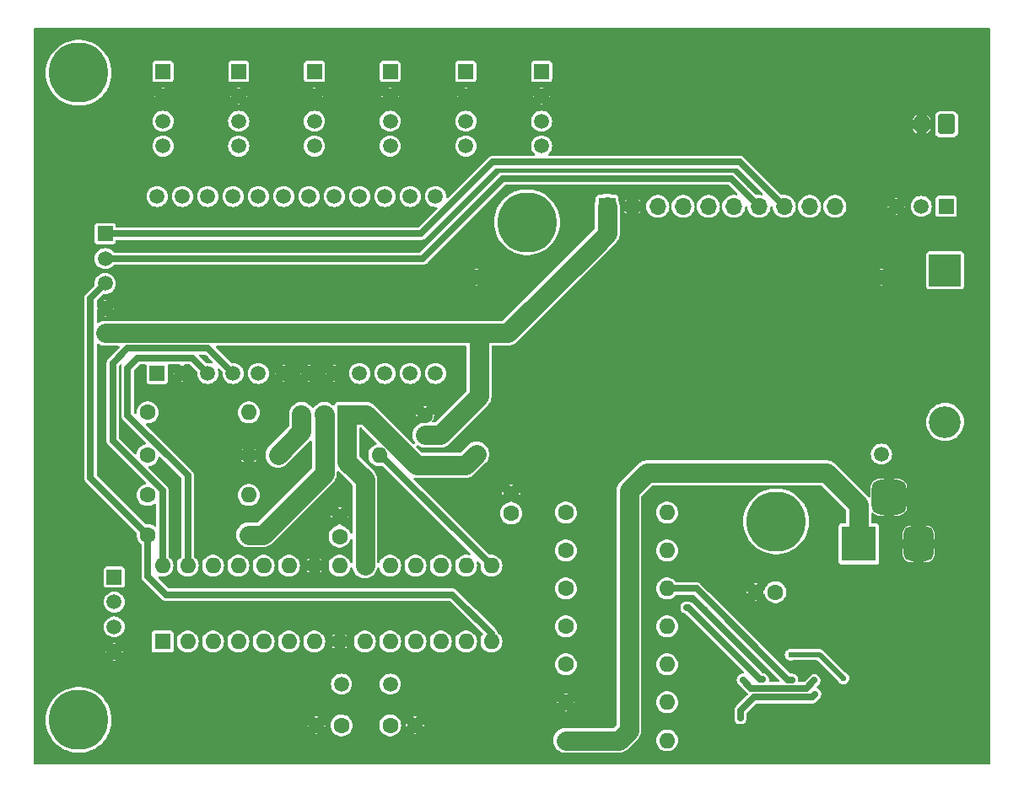
<source format=gbr>
%TF.GenerationSoftware,KiCad,Pcbnew,8.0.2*%
%TF.CreationDate,2024-12-07T14:58:36+07:00*%
%TF.ProjectId,bit-v5.1.1,6269742d-7635-42e3-912e-312e6b696361,rev?*%
%TF.SameCoordinates,Original*%
%TF.FileFunction,Copper,L2,Bot*%
%TF.FilePolarity,Positive*%
%FSLAX46Y46*%
G04 Gerber Fmt 4.6, Leading zero omitted, Abs format (unit mm)*
G04 Created by KiCad (PCBNEW 8.0.2) date 2024-12-07 14:58:36*
%MOMM*%
%LPD*%
G01*
G04 APERTURE LIST*
G04 Aperture macros list*
%AMRoundRect*
0 Rectangle with rounded corners*
0 $1 Rounding radius*
0 $2 $3 $4 $5 $6 $7 $8 $9 X,Y pos of 4 corners*
0 Add a 4 corners polygon primitive as box body*
4,1,4,$2,$3,$4,$5,$6,$7,$8,$9,$2,$3,0*
0 Add four circle primitives for the rounded corners*
1,1,$1+$1,$2,$3*
1,1,$1+$1,$4,$5*
1,1,$1+$1,$6,$7*
1,1,$1+$1,$8,$9*
0 Add four rect primitives between the rounded corners*
20,1,$1+$1,$2,$3,$4,$5,0*
20,1,$1+$1,$4,$5,$6,$7,0*
20,1,$1+$1,$6,$7,$8,$9,0*
20,1,$1+$1,$8,$9,$2,$3,0*%
G04 Aperture macros list end*
%TA.AperFunction,ComponentPad*%
%ADD10R,1.875000X1.875000*%
%TD*%
%TA.AperFunction,ComponentPad*%
%ADD11C,1.875000*%
%TD*%
%TA.AperFunction,ComponentPad*%
%ADD12C,1.600000*%
%TD*%
%TA.AperFunction,ComponentPad*%
%ADD13R,1.508000X1.508000*%
%TD*%
%TA.AperFunction,ComponentPad*%
%ADD14C,1.508000*%
%TD*%
%TA.AperFunction,WasherPad*%
%ADD15O,6.000000X6.000000*%
%TD*%
%TA.AperFunction,ComponentPad*%
%ADD16R,1.600000X1.600000*%
%TD*%
%TA.AperFunction,ComponentPad*%
%ADD17O,1.600000X1.600000*%
%TD*%
%TA.AperFunction,ComponentPad*%
%ADD18RoundRect,0.250000X0.600000X0.750000X-0.600000X0.750000X-0.600000X-0.750000X0.600000X-0.750000X0*%
%TD*%
%TA.AperFunction,ComponentPad*%
%ADD19O,1.700000X2.000000*%
%TD*%
%TA.AperFunction,ComponentPad*%
%ADD20R,3.500000X3.500000*%
%TD*%
%TA.AperFunction,ComponentPad*%
%ADD21RoundRect,0.750000X0.750000X1.000000X-0.750000X1.000000X-0.750000X-1.000000X0.750000X-1.000000X0*%
%TD*%
%TA.AperFunction,ComponentPad*%
%ADD22RoundRect,0.875000X0.875000X0.875000X-0.875000X0.875000X-0.875000X-0.875000X0.875000X-0.875000X0*%
%TD*%
%TA.AperFunction,ComponentPad*%
%ADD23R,1.700000X1.700000*%
%TD*%
%TA.AperFunction,ComponentPad*%
%ADD24O,1.700000X1.700000*%
%TD*%
%TA.AperFunction,ComponentPad*%
%ADD25C,1.500000*%
%TD*%
%TA.AperFunction,ComponentPad*%
%ADD26R,3.200000X3.200000*%
%TD*%
%TA.AperFunction,ComponentPad*%
%ADD27O,3.200000X3.200000*%
%TD*%
%TA.AperFunction,ViaPad*%
%ADD28C,0.600000*%
%TD*%
%TA.AperFunction,Conductor*%
%ADD29C,1.905000*%
%TD*%
%TA.AperFunction,Conductor*%
%ADD30C,0.508000*%
%TD*%
%TA.AperFunction,Conductor*%
%ADD31C,0.635000*%
%TD*%
G04 APERTURE END LIST*
D10*
%TO.P,Q1,1,E*%
%TO.N,5VDCB*%
X138532500Y-102165000D03*
D11*
%TO.P,Q1,2,C*%
%TO.N,5VDCL*%
X136242500Y-102165000D03*
%TO.P,Q1,3,B*%
%TO.N,Net-(Q1-B)*%
X133952500Y-102165000D03*
%TD*%
D12*
%TO.P,C4,1*%
%TO.N,Net-(U1-AREF)*%
X137780000Y-114410000D03*
%TO.P,C4,2*%
%TO.N,GND*%
X137780000Y-112410000D03*
%TD*%
D13*
%TO.P,J3,1,1*%
%TO.N,3V3DC*%
X142855000Y-67690000D03*
D14*
%TO.P,J3,2,2*%
%TO.N,GND*%
X142855000Y-70190000D03*
%TO.P,J3,3,3*%
%TO.N,SCL2*%
X142855000Y-72690000D03*
%TO.P,J3,4,4*%
%TO.N,SDA2*%
X142855000Y-75190000D03*
%TD*%
D15*
%TO.P,,*%
%TO.N,*%
X181594715Y-112900000D03*
%TD*%
D16*
%TO.P,U1,1,~{RESET}/PC6*%
%TO.N,unconnected-(U1-~{RESET}{slash}PC6-Pad1)*%
X120000000Y-124975000D03*
D17*
%TO.P,U1,2,PD0*%
%TO.N,RX*%
X122540000Y-124975000D03*
%TO.P,U1,3,PD1*%
%TO.N,TX*%
X125080000Y-124975000D03*
%TO.P,U1,4,PD2*%
%TO.N,unconnected-(U1-PD2-Pad4)*%
X127620000Y-124975000D03*
%TO.P,U1,5,PD3*%
%TO.N,unconnected-(U1-PD3-Pad5)*%
X130160000Y-124975000D03*
%TO.P,U1,6,PD4*%
%TO.N,unconnected-(U1-PD4-Pad6)*%
X132700000Y-124975000D03*
%TO.P,U1,7,VCC*%
%TO.N,5VDCB*%
X135240000Y-124975000D03*
%TO.P,U1,8,GND*%
%TO.N,GND*%
X137780000Y-124975000D03*
%TO.P,U1,9,XTAL1/PB6*%
%TO.N,Net-(U1-XTAL1{slash}PB6)*%
X140320000Y-124975000D03*
%TO.P,U1,10,XTAL2/PB7*%
%TO.N,Net-(U1-XTAL2{slash}PB7)*%
X142860000Y-124975000D03*
%TO.P,U1,11,PD5*%
%TO.N,unconnected-(U1-PD5-Pad11)*%
X145400000Y-124975000D03*
%TO.P,U1,12,PD6*%
%TO.N,unconnected-(U1-PD6-Pad12)*%
X147940000Y-124975000D03*
%TO.P,U1,13,PD7*%
%TO.N,Chg_Indicator*%
X150480000Y-124975000D03*
%TO.P,U1,14,PB0*%
%TO.N,Sens_Indicator*%
X153020000Y-124975000D03*
%TO.P,U1,15,PB1*%
%TO.N,Limiter*%
X153020000Y-117355000D03*
%TO.P,U1,16,PB2*%
%TO.N,CS*%
X150480000Y-117355000D03*
%TO.P,U1,17,PB3*%
%TO.N,MOSI*%
X147940000Y-117355000D03*
%TO.P,U1,18,PB4*%
%TO.N,MISO*%
X145400000Y-117355000D03*
%TO.P,U1,19,PB5*%
%TO.N,CLK*%
X142860000Y-117355000D03*
%TO.P,U1,20,AVCC*%
%TO.N,5VDCB*%
X140320000Y-117355000D03*
%TO.P,U1,21,AREF*%
%TO.N,Net-(U1-AREF)*%
X137780000Y-117355000D03*
%TO.P,U1,22,GND*%
%TO.N,GND*%
X135240000Y-117355000D03*
%TO.P,U1,23,PC0*%
%TO.N,Bat_Measure*%
X132700000Y-117355000D03*
%TO.P,U1,24,PC1*%
%TO.N,unconnected-(U1-PC1-Pad24)*%
X130160000Y-117355000D03*
%TO.P,U1,25,PC2*%
%TO.N,unconnected-(U1-PC2-Pad25)*%
X127620000Y-117355000D03*
%TO.P,U1,26,PC3*%
%TO.N,unconnected-(U1-PC3-Pad26)*%
X125080000Y-117355000D03*
%TO.P,U1,27,PC4*%
%TO.N,SDA*%
X122540000Y-117355000D03*
%TO.P,U1,28,PC5*%
%TO.N,SCL*%
X120000000Y-117355000D03*
%TD*%
D18*
%TO.P,J9,1,1*%
%TO.N,Net-(D1-K)*%
X198700000Y-73000000D03*
D19*
%TO.P,J9,2,2*%
%TO.N,GND*%
X196200000Y-73000000D03*
%TD*%
D12*
%TO.P,R10,1*%
%TO.N,Net-(R10-Pad1)*%
X118500000Y-110250000D03*
D17*
%TO.P,R10,2*%
%TO.N,Bat_Measure*%
X128660000Y-110250000D03*
%TD*%
D12*
%TO.P,R5,1*%
%TO.N,Net-(R10-Pad1)*%
X118500000Y-101950000D03*
D17*
%TO.P,R5,2*%
%TO.N,VBatt*%
X128660000Y-101950000D03*
%TD*%
D12*
%TO.P,C6,1*%
%TO.N,Net-(U1-XTAL1{slash}PB6)*%
X137965000Y-133390000D03*
%TO.P,C6,2*%
%TO.N,GND*%
X135465000Y-133390000D03*
%TD*%
%TO.P,R11,1*%
%TO.N,Sens_Indicator*%
X118500000Y-114250000D03*
D17*
%TO.P,R11,2*%
%TO.N,5VDCL*%
X128660000Y-114250000D03*
%TD*%
D15*
%TO.P,,*%
%TO.N,*%
X111594715Y-67836685D03*
%TD*%
D12*
%TO.P,R9,1*%
%TO.N,Chg_Indicator*%
X160480000Y-127266932D03*
D17*
%TO.P,R9,2*%
%TO.N,Net-(R7-Pad2)*%
X170640000Y-127266932D03*
%TD*%
D12*
%TO.P,R12,1*%
%TO.N,Net-(Q1-B)*%
X131600000Y-106240000D03*
D17*
%TO.P,R12,2*%
%TO.N,Limiter*%
X141760000Y-106240000D03*
%TD*%
D12*
%TO.P,R2,1*%
%TO.N,CLK*%
X160480000Y-123452699D03*
D17*
%TO.P,R2,2*%
%TO.N,Net-(U4-B1)*%
X170640000Y-123452699D03*
%TD*%
D15*
%TO.P,,*%
%TO.N,*%
X156594715Y-82836685D03*
%TD*%
D12*
%TO.P,R1,1*%
%TO.N,MOSI*%
X160480000Y-115824233D03*
D17*
%TO.P,R1,2*%
%TO.N,Net-(U4-B0)*%
X170640000Y-115824233D03*
%TD*%
D15*
%TO.P,,*%
%TO.N,*%
X111594715Y-132836685D03*
%TD*%
D13*
%TO.P,J1,1,1*%
%TO.N,3V3DC*%
X158055000Y-67690000D03*
D14*
%TO.P,J1,2,2*%
%TO.N,GND*%
X158055000Y-70190000D03*
%TO.P,J1,3,3*%
%TO.N,SCL0*%
X158055000Y-72690000D03*
%TO.P,J1,4,4*%
%TO.N,SDA0*%
X158055000Y-75190000D03*
%TD*%
D13*
%TO.P,J2,1,1*%
%TO.N,3V3DC*%
X150455000Y-67690000D03*
D14*
%TO.P,J2,2,2*%
%TO.N,GND*%
X150455000Y-70190000D03*
%TO.P,J2,3,3*%
%TO.N,SCL1*%
X150455000Y-72690000D03*
%TO.P,J2,4,4*%
%TO.N,SDA1*%
X150455000Y-75190000D03*
%TD*%
D12*
%TO.P,R7,1*%
%TO.N,12VDC*%
X160480000Y-134895400D03*
D17*
%TO.P,R7,2*%
%TO.N,Net-(R7-Pad2)*%
X170640000Y-134895400D03*
%TD*%
D20*
%TO.P,J11,1*%
%TO.N,12VDC*%
X189899000Y-115160000D03*
D21*
%TO.P,J11,2*%
%TO.N,GND*%
X195899000Y-115160000D03*
D22*
%TO.P,J11,3*%
X192899000Y-110460000D03*
%TD*%
D13*
%TO.P,J5,1,1*%
%TO.N,3V3DC*%
X127655000Y-67690000D03*
D14*
%TO.P,J5,2,2*%
%TO.N,GND*%
X127655000Y-70190000D03*
%TO.P,J5,3,3*%
%TO.N,SCL4*%
X127655000Y-72690000D03*
%TO.P,J5,4,4*%
%TO.N,SDA4*%
X127655000Y-75190000D03*
%TD*%
D12*
%TO.P,C2,1*%
%TO.N,3V3DC*%
X155010000Y-112090000D03*
%TO.P,C2,2*%
%TO.N,GND*%
X155010000Y-110090000D03*
%TD*%
%TO.P,R3,1*%
%TO.N,MISO_L*%
X160480000Y-119638466D03*
D17*
%TO.P,R3,2*%
%TO.N,Net-(U4-B2)*%
X170640000Y-119638466D03*
%TD*%
D13*
%TO.P,J8,1,1*%
%TO.N,GAIN1*%
X114250000Y-84000000D03*
D14*
%TO.P,J8,2,2*%
%TO.N,GAIN0*%
X114250000Y-86500000D03*
%TO.P,J8,3,3*%
%TO.N,Sens_Indicator*%
X114250000Y-89000000D03*
%TO.P,J8,4,4*%
%TO.N,GND*%
X114250000Y-91500000D03*
%TO.P,J8,5,5*%
%TO.N,5VDCL*%
X114250000Y-94000000D03*
%TD*%
D12*
%TO.P,C3,1*%
%TO.N,3V3DC*%
X181533800Y-120000000D03*
%TO.P,C3,2*%
%TO.N,GND*%
X179533800Y-120000000D03*
%TD*%
%TO.P,C1,1*%
%TO.N,5VDCL*%
X146360000Y-104220000D03*
%TO.P,C1,2*%
%TO.N,GND*%
X146360000Y-102220000D03*
%TD*%
%TO.P,R6,1*%
%TO.N,Net-(R10-Pad1)*%
X118500000Y-106250000D03*
D17*
%TO.P,R6,2*%
%TO.N,GND*%
X128660000Y-106250000D03*
%TD*%
D12*
%TO.P,R4,1*%
%TO.N,CS*%
X160480000Y-112010000D03*
D17*
%TO.P,R4,2*%
%TO.N,Net-(U4-B3)*%
X170640000Y-112010000D03*
%TD*%
D13*
%TO.P,J7,1,1*%
%TO.N,5VDCL*%
X115163600Y-118500000D03*
D14*
%TO.P,J7,2,2*%
%TO.N,TX*%
X115163600Y-121000000D03*
%TO.P,J7,3,3*%
%TO.N,RX*%
X115163600Y-123500000D03*
%TO.P,J7,4,4*%
%TO.N,GND*%
X115163600Y-126000000D03*
%TD*%
D13*
%TO.P,J6,1,1*%
%TO.N,3V3DC*%
X120055000Y-67690000D03*
D14*
%TO.P,J6,2,2*%
%TO.N,GND*%
X120055000Y-70190000D03*
%TO.P,J6,3,3*%
%TO.N,SCL5*%
X120055000Y-72690000D03*
%TO.P,J6,4,4*%
%TO.N,SDA5*%
X120055000Y-75190000D03*
%TD*%
D13*
%TO.P,J10,1,1*%
%TO.N,Net-(D1-K)*%
X198660000Y-81250000D03*
D14*
%TO.P,J10,2,2*%
%TO.N,VBatt*%
X196160000Y-81250000D03*
%TO.P,J10,3,3*%
%TO.N,GND*%
X193660000Y-81250000D03*
%TD*%
D12*
%TO.P,R8,1*%
%TO.N,GND*%
X160480000Y-131070000D03*
D17*
%TO.P,R8,2*%
%TO.N,Net-(R7-Pad2)*%
X170640000Y-131070000D03*
%TD*%
D12*
%TO.P,C5,1*%
%TO.N,GND*%
X145360000Y-133380000D03*
%TO.P,C5,2*%
%TO.N,Net-(U1-XTAL2{slash}PB7)*%
X142860000Y-133380000D03*
%TD*%
D23*
%TO.P,U6,1,VDD*%
%TO.N,5VDCL*%
X164640000Y-81250000D03*
D24*
%TO.P,U6,2,GND*%
%TO.N,GND*%
X167180000Y-81250000D03*
%TO.P,U6,3,SCL*%
%TO.N,SCL*%
X169720000Y-81250000D03*
%TO.P,U6,4,SDA*%
%TO.N,SDA*%
X172260000Y-81250000D03*
%TO.P,U6,5,ADDR*%
%TO.N,unconnected-(U6-ADDR-Pad5)*%
X174800000Y-81250000D03*
%TO.P,U6,6,ALERT/RDY*%
%TO.N,unconnected-(U6-ALERT{slash}RDY-Pad6)*%
X177340000Y-81250000D03*
%TO.P,U6,7,AIN0*%
%TO.N,GAIN0*%
X179880000Y-81250000D03*
%TO.P,U6,8,AIN1*%
%TO.N,GAIN1*%
X182420000Y-81250000D03*
%TO.P,U6,9,AIN2*%
%TO.N,unconnected-(U6-AIN2-Pad9)*%
X184960000Y-81250000D03*
%TO.P,U6,10,AIN3*%
%TO.N,unconnected-(U6-AIN3-Pad10)*%
X187500000Y-81250000D03*
%TD*%
D25*
%TO.P,Y1,1,1*%
%TO.N,Net-(U1-XTAL2{slash}PB7)*%
X142860000Y-129250000D03*
%TO.P,Y1,2,2*%
%TO.N,Net-(U1-XTAL1{slash}PB6)*%
X137980000Y-129250000D03*
%TD*%
D13*
%TO.P,U3,1,VIN*%
%TO.N,3V3DC*%
X119466500Y-98030000D03*
D14*
%TO.P,U3,2,GND*%
%TO.N,GND*%
X122006500Y-98030000D03*
%TO.P,U3,3,SDA*%
%TO.N,SDA*%
X124546500Y-98030000D03*
%TO.P,U3,4,SCL*%
%TO.N,SCL*%
X127086500Y-98030000D03*
%TO.P,U3,5,RST*%
%TO.N,unconnected-(U3-RST-Pad5)*%
X129626500Y-98030000D03*
%TO.P,U3,6,A0*%
%TO.N,GND*%
X132166500Y-98030000D03*
%TO.P,U3,7,A1*%
X134706500Y-98030000D03*
%TO.P,U3,8,A2*%
X137246500Y-98030000D03*
%TO.P,U3,9,SD0*%
%TO.N,unconnected-(U3-SD0-Pad9)*%
X139786500Y-98030000D03*
%TO.P,U3,10,SC0*%
%TO.N,unconnected-(U3-SC0-Pad10)*%
X142326500Y-98030000D03*
%TO.P,U3,11,SD1*%
%TO.N,unconnected-(U3-SD1-Pad11)*%
X144866500Y-98030000D03*
%TO.P,U3,12,SC1*%
%TO.N,unconnected-(U3-SC1-Pad12)*%
X147406500Y-98030000D03*
%TO.P,U3,13,SD2*%
%TO.N,SDA0*%
X147406500Y-80250000D03*
%TO.P,U3,14,SC2*%
%TO.N,SCL0*%
X144866500Y-80250000D03*
%TO.P,U3,15,SD3*%
%TO.N,SDA1*%
X142326500Y-80250000D03*
%TO.P,U3,16,SC3*%
%TO.N,SCL1*%
X139786500Y-80250000D03*
%TO.P,U3,17,SD4*%
%TO.N,SDA2*%
X137246500Y-80250000D03*
%TO.P,U3,18,SC4*%
%TO.N,SCL2*%
X134706500Y-80250000D03*
%TO.P,U3,19,SD5*%
%TO.N,SDA3*%
X132166500Y-80250000D03*
%TO.P,U3,20,SC5*%
%TO.N,SCL3*%
X129626500Y-80250000D03*
%TO.P,U3,21,SD6*%
%TO.N,SDA4*%
X127086500Y-80250000D03*
%TO.P,U3,22,SC6*%
%TO.N,SCL4*%
X124546500Y-80250000D03*
%TO.P,U3,23,SD7*%
%TO.N,SDA5*%
X122006500Y-80250000D03*
%TO.P,U3,24,SC7*%
%TO.N,SCL5*%
X119466500Y-80250000D03*
%TD*%
%TO.P,U5,1,IN+*%
%TO.N,VBatt*%
X192170000Y-106140000D03*
%TO.P,U5,2,IN-*%
%TO.N,GND*%
X192170000Y-88360000D03*
%TO.P,U5,3,OUT-*%
X151530000Y-88360000D03*
%TO.P,U5,4,OUT+*%
%TO.N,5VDCB*%
X151530000Y-106140000D03*
%TD*%
D26*
%TO.P,D1,1,K*%
%TO.N,Net-(D1-K)*%
X198560000Y-87671685D03*
D27*
%TO.P,D1,2,A*%
%TO.N,12VDC*%
X198560000Y-102911685D03*
%TD*%
D13*
%TO.P,J4,1,1*%
%TO.N,3V3DC*%
X135255000Y-67690000D03*
D14*
%TO.P,J4,2,2*%
%TO.N,GND*%
X135255000Y-70190000D03*
%TO.P,J4,3,3*%
%TO.N,SCL3*%
X135255000Y-72690000D03*
%TO.P,J4,4,4*%
%TO.N,SDA3*%
X135255000Y-75190000D03*
%TD*%
D28*
%TO.N,3V3DC*%
X183076315Y-126279685D03*
X188340000Y-128640000D03*
%TO.N,MISO*%
X180270000Y-128790000D03*
X172605000Y-121560000D03*
%TO.N,Net-(U4-B2)*%
X183203315Y-128819685D03*
%TO.N,CLK_L*%
X185520000Y-130240000D03*
X178021715Y-132655085D03*
%TO.N,MOSI_L*%
X178250315Y-128819685D03*
X185422315Y-128879685D03*
%TO.N,GND*%
X156150000Y-74370000D03*
X132000000Y-76750000D03*
X117750000Y-125250000D03*
X177996315Y-133899685D03*
X152750000Y-120500000D03*
X183025515Y-127549685D03*
X138750000Y-76750000D03*
X120110000Y-77310000D03*
X175305000Y-128250000D03*
X121540000Y-104480000D03*
X147750000Y-77250000D03*
X117250000Y-89000000D03*
X134490000Y-114810000D03*
X134070000Y-119020000D03*
X120250000Y-122250000D03*
X177996315Y-130115085D03*
X134400000Y-85250000D03*
X148250000Y-74250000D03*
X141750000Y-122000000D03*
X188790000Y-136830000D03*
X189930000Y-131450000D03*
X137850000Y-89750000D03*
X163540000Y-119680000D03*
X146660000Y-118450000D03*
X145500000Y-121750000D03*
X125750000Y-77500000D03*
X144150000Y-118155000D03*
X183255000Y-131985000D03*
X143460000Y-101770000D03*
X172110400Y-128828800D03*
X179000000Y-79110000D03*
X174510000Y-121740000D03*
X115090000Y-108150000D03*
X129500000Y-75500000D03*
X154479600Y-107750000D03*
X124390000Y-96530000D03*
X116800000Y-104470000D03*
X145790000Y-114610000D03*
X121250000Y-110250000D03*
%TD*%
D29*
%TO.N,12VDC*%
X166820315Y-133899685D02*
X165810000Y-134910000D01*
X166820315Y-109829685D02*
X166820315Y-133899685D01*
X189899000Y-111249000D02*
X186680000Y-108030000D01*
X165810000Y-134910000D02*
X160470000Y-134910000D01*
X189899000Y-115160000D02*
X189899000Y-111249000D01*
X186680000Y-108030000D02*
X168620000Y-108030000D01*
X168620000Y-108030000D02*
X166820315Y-109829685D01*
D30*
%TO.N,3V3DC*%
X188341000Y-128651000D02*
X185969685Y-126279685D01*
X185969685Y-126279685D02*
X183076315Y-126279685D01*
D31*
%TO.N,MISO*%
X172785000Y-121560000D02*
X180015000Y-128790000D01*
X180015000Y-128790000D02*
X180270000Y-128790000D01*
X172605000Y-121560000D02*
X172785000Y-121560000D01*
%TO.N,GAIN1*%
X145950000Y-84000000D02*
X114250000Y-84000000D01*
X153150000Y-76800000D02*
X145950000Y-84000000D01*
X177970000Y-76800000D02*
X153150000Y-76800000D01*
X182420000Y-81250000D02*
X177970000Y-76800000D01*
%TO.N,Net-(U4-B2)*%
X183203315Y-128819685D02*
X182789685Y-128819685D01*
X182789685Y-128819685D02*
X173612466Y-119642466D01*
X173612466Y-119642466D02*
X170637200Y-119642466D01*
%TO.N,SCL*%
X116500000Y-95500000D02*
X115000000Y-97000000D01*
X115000000Y-97000000D02*
X115000000Y-104795000D01*
X124556500Y-95500000D02*
X116500000Y-95500000D01*
X115000000Y-104795000D02*
X120000000Y-109795000D01*
X127086500Y-98030000D02*
X124556500Y-95500000D01*
X120000000Y-109795000D02*
X120000000Y-117355000D01*
%TO.N,GAIN0*%
X146100000Y-86500000D02*
X114250000Y-86500000D01*
X177080000Y-78450000D02*
X154150000Y-78450000D01*
X179880000Y-81250000D02*
X177080000Y-78450000D01*
X154150000Y-78450000D02*
X146100000Y-86500000D01*
%TO.N,SDA*%
X123016500Y-96500000D02*
X117500000Y-96500000D01*
X116500000Y-97500000D02*
X116500000Y-102250000D01*
X124546500Y-98030000D02*
X123016500Y-96500000D01*
X117500000Y-96500000D02*
X116500000Y-97500000D01*
X116500000Y-102250000D02*
X122540000Y-108290000D01*
X122540000Y-108290000D02*
X122540000Y-117355000D01*
%TO.N,CLK_L*%
X185187715Y-130572285D02*
X179367915Y-130572285D01*
X178021715Y-131918485D02*
X178021715Y-132655085D01*
X179367915Y-130572285D02*
X178021715Y-131918485D01*
X185520000Y-130240000D02*
X185187715Y-130572285D01*
%TO.N,MOSI_L*%
X179085315Y-129654685D02*
X178250315Y-128819685D01*
X184647315Y-129654685D02*
X179085315Y-129654685D01*
X185422315Y-128879685D02*
X184647315Y-129654685D01*
%TO.N,Sens_Indicator*%
X149115000Y-120250000D02*
X120350000Y-120250000D01*
X118500000Y-118400000D02*
X118500000Y-114250000D01*
X153020000Y-124975000D02*
X153020000Y-124155000D01*
X112780000Y-108530000D02*
X112780000Y-90470000D01*
X120350000Y-120250000D02*
X118500000Y-118400000D01*
X118500000Y-114250000D02*
X112780000Y-108530000D01*
X153020000Y-124155000D02*
X149115000Y-120250000D01*
X112780000Y-90470000D02*
X114250000Y-89000000D01*
%TO.N,Limiter*%
X141905000Y-106240000D02*
X141760000Y-106240000D01*
X153020000Y-117355000D02*
X141905000Y-106240000D01*
D29*
%TO.N,5VDCL*%
X151770000Y-100331252D02*
X147881252Y-104220000D01*
X130080000Y-114250000D02*
X128660000Y-114250000D01*
X164640000Y-84005000D02*
X163612500Y-85032500D01*
X147881252Y-104220000D02*
X146360000Y-104220000D01*
X136240000Y-102160000D02*
X136250000Y-102170000D01*
X136250000Y-102170000D02*
X136250000Y-108080000D01*
X114250000Y-94000000D02*
X154645000Y-94000000D01*
X154645000Y-94000000D02*
X163612500Y-85032500D01*
X164640000Y-81250000D02*
X164640000Y-84005000D01*
X136250000Y-108080000D02*
X130080000Y-114250000D01*
X151770000Y-94000000D02*
X151770000Y-100331252D01*
%TO.N,5VDCB*%
X140441252Y-102160000D02*
X145541252Y-107260000D01*
X145541252Y-107260000D02*
X150410000Y-107260000D01*
X138520000Y-102160000D02*
X140441252Y-102160000D01*
X138520000Y-102160000D02*
X138530000Y-102170000D01*
X138530000Y-102170000D02*
X138530000Y-106920000D01*
X150410000Y-107260000D02*
X151530000Y-106140000D01*
X140320000Y-108710000D02*
X140320000Y-117355000D01*
X138530000Y-106920000D02*
X140320000Y-108710000D01*
%TO.N,Net-(Q1-B)*%
X133960000Y-102160000D02*
X133960000Y-103880000D01*
X133960000Y-103880000D02*
X131600000Y-106240000D01*
%TD*%
%TA.AperFunction,Conductor*%
%TO.N,GND*%
G36*
X113588454Y-95070216D02*
G01*
X113589129Y-95069116D01*
X113593276Y-95071657D01*
X113593283Y-95071660D01*
X113593285Y-95071662D01*
X113769015Y-95161201D01*
X113769017Y-95161202D01*
X113862801Y-95191674D01*
X113956588Y-95222147D01*
X114046807Y-95236436D01*
X114151382Y-95253000D01*
X114151387Y-95253000D01*
X115573654Y-95253000D01*
X115640693Y-95272685D01*
X115686448Y-95325489D01*
X115696392Y-95394647D01*
X115667367Y-95458203D01*
X115661335Y-95464681D01*
X114606048Y-96519968D01*
X114519968Y-96606048D01*
X114452333Y-96707270D01*
X114405751Y-96819731D01*
X114405748Y-96819741D01*
X114382000Y-96939129D01*
X114382000Y-96939132D01*
X114382000Y-104855868D01*
X114382000Y-104855870D01*
X114381999Y-104855870D01*
X114405748Y-104975258D01*
X114405751Y-104975268D01*
X114452334Y-105087730D01*
X114452335Y-105087732D01*
X114452336Y-105087733D01*
X114493607Y-105149500D01*
X114502394Y-105162650D01*
X114519966Y-105188950D01*
X114519970Y-105188955D01*
X118301180Y-108970164D01*
X118334665Y-109031487D01*
X118329681Y-109101179D01*
X118287809Y-109157112D01*
X118236286Y-109179733D01*
X118197544Y-109186975D01*
X118007364Y-109260651D01*
X118007357Y-109260655D01*
X117833960Y-109368017D01*
X117833958Y-109368019D01*
X117683237Y-109505418D01*
X117560327Y-109668178D01*
X117469422Y-109850739D01*
X117469417Y-109850752D01*
X117413602Y-110046917D01*
X117394785Y-110249999D01*
X117394785Y-110250000D01*
X117413602Y-110453082D01*
X117469417Y-110649247D01*
X117469422Y-110649260D01*
X117560327Y-110831821D01*
X117683237Y-110994581D01*
X117833958Y-111131980D01*
X117833960Y-111131982D01*
X117933141Y-111193392D01*
X118007363Y-111239348D01*
X118197544Y-111313024D01*
X118398024Y-111350500D01*
X118398026Y-111350500D01*
X118601974Y-111350500D01*
X118601976Y-111350500D01*
X118802456Y-111313024D01*
X118992637Y-111239348D01*
X119166041Y-111131981D01*
X119174461Y-111124304D01*
X119237263Y-111093687D01*
X119306650Y-111101883D01*
X119360591Y-111146292D01*
X119381961Y-111212813D01*
X119382000Y-111215941D01*
X119382000Y-113284058D01*
X119362315Y-113351097D01*
X119309511Y-113396852D01*
X119240353Y-113406796D01*
X119176797Y-113377771D01*
X119174463Y-113375696D01*
X119166042Y-113368019D01*
X119166039Y-113368017D01*
X118992642Y-113260655D01*
X118992635Y-113260651D01*
X118897546Y-113223814D01*
X118802456Y-113186976D01*
X118601976Y-113149500D01*
X118398024Y-113149500D01*
X118383465Y-113152221D01*
X118357340Y-113157104D01*
X118287826Y-113150070D01*
X118246879Y-113122895D01*
X113434319Y-108310335D01*
X113400834Y-108249012D01*
X113398000Y-108222654D01*
X113398000Y-95173143D01*
X113417685Y-95106104D01*
X113470489Y-95060349D01*
X113539647Y-95050405D01*
X113588454Y-95070216D01*
G37*
%TD.AperFunction*%
%TA.AperFunction,Conductor*%
G36*
X115844510Y-97131986D02*
G01*
X115900443Y-97173857D01*
X115924861Y-97239321D01*
X115915739Y-97295618D01*
X115905751Y-97319731D01*
X115905748Y-97319741D01*
X115882000Y-97439129D01*
X115882000Y-97439132D01*
X115882000Y-102310868D01*
X115882000Y-102310870D01*
X115881999Y-102310870D01*
X115905748Y-102430258D01*
X115905751Y-102430268D01*
X115952334Y-102542730D01*
X115971069Y-102570770D01*
X115971070Y-102570771D01*
X115971073Y-102570775D01*
X116003964Y-102620000D01*
X116019969Y-102643954D01*
X116019970Y-102643955D01*
X118339093Y-104963077D01*
X118372578Y-105024400D01*
X118367594Y-105094092D01*
X118325722Y-105150025D01*
X118274198Y-105172646D01*
X118197545Y-105186975D01*
X118007364Y-105260651D01*
X118007357Y-105260655D01*
X117833960Y-105368017D01*
X117833958Y-105368019D01*
X117683237Y-105505418D01*
X117560327Y-105668178D01*
X117469422Y-105850739D01*
X117469417Y-105850752D01*
X117413602Y-106046918D01*
X117413602Y-106046920D01*
X117413575Y-106047216D01*
X117413522Y-106047348D01*
X117412549Y-106052555D01*
X117411529Y-106052364D01*
X117387780Y-106112150D01*
X117330975Y-106152830D01*
X117261193Y-106156341D01*
X117202424Y-106123440D01*
X115654319Y-104575335D01*
X115620834Y-104514012D01*
X115618000Y-104487654D01*
X115618000Y-97307346D01*
X115637685Y-97240307D01*
X115654313Y-97219670D01*
X115713499Y-97160484D01*
X115774818Y-97127002D01*
X115844510Y-97131986D01*
G37*
%TD.AperFunction*%
%TA.AperFunction,Conductor*%
G36*
X124316193Y-96137685D02*
G01*
X124336835Y-96154319D01*
X125006137Y-96823621D01*
X125039622Y-96884944D01*
X125034638Y-96954636D01*
X124992766Y-97010569D01*
X124927302Y-97034986D01*
X124882461Y-97029963D01*
X124753216Y-96990757D01*
X124569083Y-96972622D01*
X124546500Y-96970398D01*
X124546499Y-96970398D01*
X124435887Y-96981291D01*
X124367241Y-96968271D01*
X124336053Y-96945569D01*
X123720165Y-96329681D01*
X123686680Y-96268358D01*
X123691664Y-96198666D01*
X123733536Y-96142733D01*
X123799000Y-96118316D01*
X123807846Y-96118000D01*
X124249154Y-96118000D01*
X124316193Y-96137685D01*
G37*
%TD.AperFunction*%
%TA.AperFunction,Conductor*%
G36*
X203037254Y-63356870D02*
G01*
X203083009Y-63409674D01*
X203094215Y-63461185D01*
X203094215Y-137212185D01*
X203074530Y-137279224D01*
X203021726Y-137324979D01*
X202970215Y-137336185D01*
X107219215Y-137336185D01*
X107152176Y-137316500D01*
X107106421Y-137263696D01*
X107095215Y-137212185D01*
X107095215Y-132836685D01*
X108289367Y-132836685D01*
X108306050Y-133144394D01*
X108308743Y-133194053D01*
X108308744Y-133194070D01*
X108366641Y-133547224D01*
X108366647Y-133547250D01*
X108462387Y-133892077D01*
X108462389Y-133892084D01*
X108594857Y-134224555D01*
X108594866Y-134224573D01*
X108762499Y-134540762D01*
X108762502Y-134540767D01*
X108762504Y-134540770D01*
X108865255Y-134692317D01*
X108963349Y-134836994D01*
X108963356Y-134837004D01*
X109109127Y-135008618D01*
X109195047Y-135109771D01*
X109454878Y-135355896D01*
X109739796Y-135572485D01*
X110046462Y-135757000D01*
X110046464Y-135757001D01*
X110046466Y-135757002D01*
X110046470Y-135757004D01*
X110322586Y-135884748D01*
X110371280Y-135907276D01*
X110710441Y-136021553D01*
X111059969Y-136098490D01*
X111415767Y-136137185D01*
X111415773Y-136137185D01*
X111773657Y-136137185D01*
X111773663Y-136137185D01*
X112129461Y-136098490D01*
X112478989Y-136021553D01*
X112818150Y-135907276D01*
X113142968Y-135757000D01*
X113449634Y-135572485D01*
X113734552Y-135355896D01*
X113994383Y-135109771D01*
X114226080Y-134836996D01*
X114243447Y-134811381D01*
X159217000Y-134811381D01*
X159217000Y-135008618D01*
X159247853Y-135203413D01*
X159308797Y-135390982D01*
X159308799Y-135390985D01*
X159398338Y-135566715D01*
X159514265Y-135726275D01*
X159653725Y-135865735D01*
X159813285Y-135981662D01*
X159989015Y-136071201D01*
X159989017Y-136071202D01*
X160073002Y-136098490D01*
X160176588Y-136132147D01*
X160266807Y-136146436D01*
X160371382Y-136163000D01*
X160371387Y-136163000D01*
X165908618Y-136163000D01*
X166003052Y-136148042D01*
X166103412Y-136132147D01*
X166290985Y-136071201D01*
X166466715Y-135981662D01*
X166626275Y-135865735D01*
X167596611Y-134895399D01*
X169534785Y-134895399D01*
X169534785Y-134895400D01*
X169553602Y-135098482D01*
X169609417Y-135294647D01*
X169609422Y-135294660D01*
X169700327Y-135477221D01*
X169823237Y-135639981D01*
X169973958Y-135777380D01*
X169973960Y-135777382D01*
X170073141Y-135838792D01*
X170147363Y-135884748D01*
X170337544Y-135958424D01*
X170538024Y-135995900D01*
X170538026Y-135995900D01*
X170741974Y-135995900D01*
X170741976Y-135995900D01*
X170942456Y-135958424D01*
X171132637Y-135884748D01*
X171306041Y-135777381D01*
X171456764Y-135639979D01*
X171579673Y-135477221D01*
X171670582Y-135294650D01*
X171726397Y-135098483D01*
X171745215Y-134895400D01*
X171726397Y-134692317D01*
X171670582Y-134496150D01*
X171662789Y-134480500D01*
X171607442Y-134369348D01*
X171579673Y-134313579D01*
X171456764Y-134150821D01*
X171456762Y-134150818D01*
X171306041Y-134013419D01*
X171306039Y-134013417D01*
X171132642Y-133906055D01*
X171132635Y-133906051D01*
X171037546Y-133869214D01*
X170942456Y-133832376D01*
X170741976Y-133794900D01*
X170538024Y-133794900D01*
X170337544Y-133832376D01*
X170337541Y-133832376D01*
X170337541Y-133832377D01*
X170147364Y-133906051D01*
X170147357Y-133906055D01*
X169973960Y-134013417D01*
X169973958Y-134013419D01*
X169823237Y-134150818D01*
X169700327Y-134313578D01*
X169609422Y-134496139D01*
X169609417Y-134496152D01*
X169553602Y-134692317D01*
X169534785Y-134895399D01*
X167596611Y-134895399D01*
X167776050Y-134715960D01*
X167891977Y-134556400D01*
X167981516Y-134380670D01*
X168042462Y-134193097D01*
X168059249Y-134087107D01*
X168073315Y-133998303D01*
X168073315Y-131069999D01*
X169534785Y-131069999D01*
X169534785Y-131070000D01*
X169553602Y-131273082D01*
X169609417Y-131469247D01*
X169609422Y-131469260D01*
X169700327Y-131651821D01*
X169823237Y-131814581D01*
X169973958Y-131951980D01*
X169973960Y-131951982D01*
X170073141Y-132013392D01*
X170147363Y-132059348D01*
X170337544Y-132133024D01*
X170538024Y-132170500D01*
X170538026Y-132170500D01*
X170741974Y-132170500D01*
X170741976Y-132170500D01*
X170942456Y-132133024D01*
X171132637Y-132059348D01*
X171306041Y-131951981D01*
X171456764Y-131814579D01*
X171579673Y-131651821D01*
X171670582Y-131469250D01*
X171726397Y-131273083D01*
X171745215Y-131070000D01*
X171743576Y-131052317D01*
X171726397Y-130866917D01*
X171693108Y-130749920D01*
X171670582Y-130670750D01*
X171579673Y-130488179D01*
X171466068Y-130337741D01*
X171456762Y-130325418D01*
X171306041Y-130188019D01*
X171306039Y-130188017D01*
X171132642Y-130080655D01*
X171132635Y-130080651D01*
X171037546Y-130043814D01*
X170942456Y-130006976D01*
X170741976Y-129969500D01*
X170538024Y-129969500D01*
X170337544Y-130006976D01*
X170337541Y-130006976D01*
X170337541Y-130006977D01*
X170147364Y-130080651D01*
X170147357Y-130080655D01*
X169973960Y-130188017D01*
X169973958Y-130188019D01*
X169823237Y-130325418D01*
X169700327Y-130488178D01*
X169609422Y-130670739D01*
X169609417Y-130670752D01*
X169553602Y-130866917D01*
X169534785Y-131069999D01*
X168073315Y-131069999D01*
X168073315Y-127266931D01*
X169534785Y-127266931D01*
X169534785Y-127266932D01*
X169553602Y-127470014D01*
X169609417Y-127666179D01*
X169609422Y-127666192D01*
X169700327Y-127848753D01*
X169823237Y-128011513D01*
X169973958Y-128148912D01*
X169973960Y-128148914D01*
X170059189Y-128201685D01*
X170147363Y-128256280D01*
X170337544Y-128329956D01*
X170538024Y-128367432D01*
X170538026Y-128367432D01*
X170741974Y-128367432D01*
X170741976Y-128367432D01*
X170942456Y-128329956D01*
X171132637Y-128256280D01*
X171306041Y-128148913D01*
X171456764Y-128011511D01*
X171579673Y-127848753D01*
X171670582Y-127666182D01*
X171726397Y-127470015D01*
X171745215Y-127266932D01*
X171726397Y-127063849D01*
X171670582Y-126867682D01*
X171669111Y-126864728D01*
X171626272Y-126778696D01*
X171579673Y-126685111D01*
X171520704Y-126607023D01*
X171456762Y-126522350D01*
X171306041Y-126384951D01*
X171306039Y-126384949D01*
X171132642Y-126277587D01*
X171132635Y-126277583D01*
X171037546Y-126240746D01*
X170942456Y-126203908D01*
X170741976Y-126166432D01*
X170538024Y-126166432D01*
X170337544Y-126203908D01*
X170337541Y-126203908D01*
X170337541Y-126203909D01*
X170147364Y-126277583D01*
X170147357Y-126277587D01*
X169973960Y-126384949D01*
X169973958Y-126384951D01*
X169823237Y-126522350D01*
X169700327Y-126685110D01*
X169609422Y-126867671D01*
X169609417Y-126867684D01*
X169553602Y-127063849D01*
X169534785Y-127266931D01*
X168073315Y-127266931D01*
X168073315Y-123452698D01*
X169534785Y-123452698D01*
X169534785Y-123452699D01*
X169553602Y-123655781D01*
X169609417Y-123851946D01*
X169609422Y-123851959D01*
X169700327Y-124034520D01*
X169823237Y-124197280D01*
X169973958Y-124334679D01*
X169973960Y-124334681D01*
X170048809Y-124381025D01*
X170147363Y-124442047D01*
X170337544Y-124515723D01*
X170538024Y-124553199D01*
X170538026Y-124553199D01*
X170741974Y-124553199D01*
X170741976Y-124553199D01*
X170942456Y-124515723D01*
X171132637Y-124442047D01*
X171306041Y-124334680D01*
X171456764Y-124197278D01*
X171579673Y-124034520D01*
X171670582Y-123851949D01*
X171726397Y-123655782D01*
X171745215Y-123452699D01*
X171726397Y-123249616D01*
X171670582Y-123053449D01*
X171579673Y-122870878D01*
X171488955Y-122750748D01*
X171456762Y-122708117D01*
X171306041Y-122570718D01*
X171306039Y-122570716D01*
X171132642Y-122463354D01*
X171132635Y-122463350D01*
X171037546Y-122426513D01*
X170942456Y-122389675D01*
X170741976Y-122352199D01*
X170538024Y-122352199D01*
X170337544Y-122389675D01*
X170337541Y-122389675D01*
X170337541Y-122389676D01*
X170147364Y-122463350D01*
X170147357Y-122463354D01*
X169973960Y-122570716D01*
X169973958Y-122570718D01*
X169823237Y-122708117D01*
X169700327Y-122870877D01*
X169609422Y-123053438D01*
X169609417Y-123053451D01*
X169553602Y-123249616D01*
X169534785Y-123452698D01*
X168073315Y-123452698D01*
X168073315Y-119638465D01*
X169534785Y-119638465D01*
X169534785Y-119638466D01*
X169553602Y-119841548D01*
X169609417Y-120037713D01*
X169609422Y-120037726D01*
X169700327Y-120220287D01*
X169823237Y-120383047D01*
X169973958Y-120520446D01*
X169973960Y-120520448D01*
X170073082Y-120581821D01*
X170147363Y-120627814D01*
X170337544Y-120701490D01*
X170538024Y-120738966D01*
X170538026Y-120738966D01*
X170741974Y-120738966D01*
X170741976Y-120738966D01*
X170942456Y-120701490D01*
X171132637Y-120627814D01*
X171306041Y-120520447D01*
X171456764Y-120383045D01*
X171512122Y-120309739D01*
X171568231Y-120268103D01*
X171611076Y-120260466D01*
X173305120Y-120260466D01*
X173372159Y-120280151D01*
X173392801Y-120296785D01*
X181921020Y-128825004D01*
X181954505Y-128886327D01*
X181949521Y-128956019D01*
X181907649Y-129011952D01*
X181842185Y-129036369D01*
X181833339Y-129036685D01*
X181002133Y-129036685D01*
X180935094Y-129017000D01*
X180889339Y-128964196D01*
X180879395Y-128895038D01*
X180880516Y-128888493D01*
X180888000Y-128850870D01*
X180888000Y-128729129D01*
X180864251Y-128609741D01*
X180864250Y-128609740D01*
X180864250Y-128609736D01*
X180829962Y-128526956D01*
X180817666Y-128497270D01*
X180750030Y-128396045D01*
X180663954Y-128309969D01*
X180562729Y-128242333D01*
X180450268Y-128195751D01*
X180450258Y-128195748D01*
X180330870Y-128172000D01*
X180330868Y-128172000D01*
X180322346Y-128172000D01*
X180255307Y-128152315D01*
X180234665Y-128135681D01*
X173178957Y-121079972D01*
X173178953Y-121079969D01*
X173153592Y-121063023D01*
X173077739Y-121012339D01*
X173077726Y-121012332D01*
X172965268Y-120965751D01*
X172965258Y-120965748D01*
X172845870Y-120942000D01*
X172845868Y-120942000D01*
X172544132Y-120942000D01*
X172544130Y-120942000D01*
X172424741Y-120965748D01*
X172424731Y-120965751D01*
X172312270Y-121012333D01*
X172211045Y-121079969D01*
X172124969Y-121166045D01*
X172057333Y-121267270D01*
X172010751Y-121379731D01*
X172010748Y-121379741D01*
X171987000Y-121499129D01*
X171987000Y-121499132D01*
X171987000Y-121620868D01*
X171987000Y-121620870D01*
X171986999Y-121620870D01*
X172010748Y-121740258D01*
X172010751Y-121740268D01*
X172057333Y-121852729D01*
X172124969Y-121953954D01*
X172211045Y-122040030D01*
X172312270Y-122107666D01*
X172424731Y-122154248D01*
X172424736Y-122154250D01*
X172488371Y-122166908D01*
X172550279Y-122199291D01*
X172551859Y-122200843D01*
X178341020Y-127990004D01*
X178374505Y-128051327D01*
X178369521Y-128121019D01*
X178327649Y-128176952D01*
X178262185Y-128201369D01*
X178253339Y-128201685D01*
X178189445Y-128201685D01*
X178070057Y-128225433D01*
X178070051Y-128225435D01*
X177957586Y-128272019D01*
X177957579Y-128272023D01*
X177856358Y-128339656D01*
X177770286Y-128425728D01*
X177702653Y-128526949D01*
X177702649Y-128526956D01*
X177656065Y-128639421D01*
X177656063Y-128639427D01*
X177632315Y-128758814D01*
X177632315Y-128758817D01*
X177632315Y-128880553D01*
X177632315Y-128880555D01*
X177632314Y-128880555D01*
X177656063Y-128999942D01*
X177656065Y-128999948D01*
X177702649Y-129112413D01*
X177702653Y-129112420D01*
X177770286Y-129213641D01*
X177770287Y-129213642D01*
X178605283Y-130048637D01*
X178657530Y-130100884D01*
X178691362Y-130134716D01*
X178709682Y-130146957D01*
X178754487Y-130200569D01*
X178763196Y-130269894D01*
X178733042Y-130332922D01*
X178728473Y-130337741D01*
X177899683Y-131166533D01*
X177627763Y-131438453D01*
X177541683Y-131524533D01*
X177474048Y-131625755D01*
X177427466Y-131738216D01*
X177427463Y-131738226D01*
X177403715Y-131857614D01*
X177403715Y-131857617D01*
X177403715Y-132715953D01*
X177403715Y-132715955D01*
X177403714Y-132715955D01*
X177427463Y-132835343D01*
X177427466Y-132835353D01*
X177474048Y-132947814D01*
X177541684Y-133049039D01*
X177627760Y-133135115D01*
X177728985Y-133202751D01*
X177841446Y-133249333D01*
X177841451Y-133249335D01*
X177841455Y-133249335D01*
X177841456Y-133249336D01*
X177960844Y-133273085D01*
X177960847Y-133273085D01*
X178082585Y-133273085D01*
X178162905Y-133257107D01*
X178201979Y-133249335D01*
X178259266Y-133225606D01*
X178314444Y-133202751D01*
X178314445Y-133202750D01*
X178314448Y-133202749D01*
X178415667Y-133135117D01*
X178501747Y-133049037D01*
X178569379Y-132947818D01*
X178615965Y-132835349D01*
X178639715Y-132715953D01*
X178639715Y-132225831D01*
X178659400Y-132158792D01*
X178676034Y-132138150D01*
X179587580Y-131226604D01*
X179648903Y-131193119D01*
X179675261Y-131190285D01*
X185248585Y-131190285D01*
X185328905Y-131174307D01*
X185367979Y-131166535D01*
X185449906Y-131132600D01*
X185480444Y-131119951D01*
X185480445Y-131119950D01*
X185480448Y-131119949D01*
X185581667Y-131052317D01*
X185667747Y-130966237D01*
X186000032Y-130633952D01*
X186067664Y-130532732D01*
X186114250Y-130420263D01*
X186134697Y-130317474D01*
X186138000Y-130300870D01*
X186138000Y-130179129D01*
X186114251Y-130059742D01*
X186114250Y-130059741D01*
X186114250Y-130059737D01*
X186067664Y-129947268D01*
X186000032Y-129846048D01*
X186000030Y-129846046D01*
X186000028Y-129846043D01*
X185913956Y-129759971D01*
X185812735Y-129692338D01*
X185812734Y-129692337D01*
X185812732Y-129692336D01*
X185751486Y-129666967D01*
X185697083Y-129623126D01*
X185675018Y-129556831D01*
X185692297Y-129489132D01*
X185711251Y-129464732D01*
X185902348Y-129273636D01*
X185969979Y-129172417D01*
X185973244Y-129164536D01*
X185994832Y-129112417D01*
X186016566Y-129059948D01*
X186040315Y-128940552D01*
X186040315Y-128818817D01*
X186016566Y-128699421D01*
X185979415Y-128609731D01*
X185969980Y-128586953D01*
X185914279Y-128503590D01*
X185902348Y-128485733D01*
X185902346Y-128485731D01*
X185902344Y-128485728D01*
X185816271Y-128399655D01*
X185810868Y-128396045D01*
X185782835Y-128377314D01*
X185715046Y-128332019D01*
X185602579Y-128285434D01*
X185602571Y-128285432D01*
X185483187Y-128261685D01*
X185483183Y-128261685D01*
X185361448Y-128261685D01*
X185361443Y-128261685D01*
X185242059Y-128285432D01*
X185242051Y-128285434D01*
X185129584Y-128332019D01*
X185028359Y-128399655D01*
X185028358Y-128399656D01*
X184427650Y-129000366D01*
X184366327Y-129033851D01*
X184339969Y-129036685D01*
X183941353Y-129036685D01*
X183874314Y-129017000D01*
X183828559Y-128964196D01*
X183818615Y-128895038D01*
X183819736Y-128888493D01*
X183821315Y-128880555D01*
X183821315Y-128758814D01*
X183797566Y-128639426D01*
X183797565Y-128639422D01*
X183797565Y-128639421D01*
X183785267Y-128609731D01*
X183750981Y-128526955D01*
X183683345Y-128425730D01*
X183597269Y-128339654D01*
X183496044Y-128272018D01*
X183383583Y-128225436D01*
X183383573Y-128225433D01*
X183264185Y-128201685D01*
X183264183Y-128201685D01*
X183097031Y-128201685D01*
X183029992Y-128182000D01*
X183009350Y-128165366D01*
X181123667Y-126279683D01*
X182470633Y-126279683D01*
X182470633Y-126279686D01*
X182491270Y-126436445D01*
X182491271Y-126436447D01*
X182517595Y-126500000D01*
X182551779Y-126582526D01*
X182648033Y-126707967D01*
X182773474Y-126804221D01*
X182919553Y-126864729D01*
X182941999Y-126867684D01*
X183076314Y-126885367D01*
X183076315Y-126885367D01*
X183076316Y-126885367D01*
X183128569Y-126878487D01*
X183233077Y-126864729D01*
X183267959Y-126850280D01*
X183284030Y-126843624D01*
X183331482Y-126834185D01*
X185688642Y-126834185D01*
X185755681Y-126853870D01*
X185776323Y-126870504D01*
X187774548Y-128868729D01*
X187801428Y-128908956D01*
X187815463Y-128942840D01*
X187815464Y-128942841D01*
X187887472Y-129036685D01*
X187911718Y-129068282D01*
X188037159Y-129164536D01*
X188183238Y-129225044D01*
X188261619Y-129235363D01*
X188339999Y-129245682D01*
X188340000Y-129245682D01*
X188340001Y-129245682D01*
X188392254Y-129238802D01*
X188496762Y-129225044D01*
X188642841Y-129164536D01*
X188768282Y-129068282D01*
X188864536Y-128942841D01*
X188925044Y-128796762D01*
X188945682Y-128640000D01*
X188945606Y-128639426D01*
X188925044Y-128483239D01*
X188925044Y-128483238D01*
X188864536Y-128337159D01*
X188768282Y-128211718D01*
X188768280Y-128211717D01*
X188768280Y-128211716D01*
X188642841Y-128115464D01*
X188642838Y-128115462D01*
X188574815Y-128087286D01*
X188534587Y-128060406D01*
X186420466Y-125946285D01*
X186420464Y-125946282D01*
X186310157Y-125835975D01*
X186310152Y-125835971D01*
X186183716Y-125762974D01*
X186183715Y-125762973D01*
X186169114Y-125759061D01*
X186154514Y-125755149D01*
X186154511Y-125755148D01*
X186107248Y-125742484D01*
X186042687Y-125725185D01*
X186042686Y-125725185D01*
X183331482Y-125725185D01*
X183284030Y-125715746D01*
X183233080Y-125694642D01*
X183233075Y-125694640D01*
X183076316Y-125674003D01*
X183076314Y-125674003D01*
X182919554Y-125694640D01*
X182919552Y-125694641D01*
X182773475Y-125755148D01*
X182648033Y-125851403D01*
X182551778Y-125976845D01*
X182491271Y-126122922D01*
X182491270Y-126122924D01*
X182470633Y-126279683D01*
X181123667Y-126279683D01*
X175726753Y-120882768D01*
X179358137Y-120882768D01*
X179439206Y-120900000D01*
X179628393Y-120900000D01*
X179709461Y-120882767D01*
X179533801Y-120707107D01*
X179358137Y-120882768D01*
X175726753Y-120882768D01*
X174843984Y-119999999D01*
X178628843Y-119999999D01*
X178647658Y-120179031D01*
X178826692Y-119999999D01*
X178774032Y-119947339D01*
X179133800Y-119947339D01*
X179133800Y-120052661D01*
X179161059Y-120154394D01*
X179213720Y-120245606D01*
X179288194Y-120320080D01*
X179379406Y-120372741D01*
X179481139Y-120400000D01*
X179586461Y-120400000D01*
X179688194Y-120372741D01*
X179779406Y-120320080D01*
X179853880Y-120245606D01*
X179906541Y-120154394D01*
X179933800Y-120052661D01*
X179933800Y-120000000D01*
X180240907Y-120000000D01*
X180425988Y-120185081D01*
X180457573Y-120238827D01*
X180503217Y-120399247D01*
X180503222Y-120399260D01*
X180594127Y-120581821D01*
X180717037Y-120744581D01*
X180867758Y-120881980D01*
X180867760Y-120881982D01*
X180903836Y-120904319D01*
X181041163Y-120989348D01*
X181231344Y-121063024D01*
X181431824Y-121100500D01*
X181431826Y-121100500D01*
X181635774Y-121100500D01*
X181635776Y-121100500D01*
X181836256Y-121063024D01*
X182026437Y-120989348D01*
X182199841Y-120881981D01*
X182350564Y-120744579D01*
X182473473Y-120581821D01*
X182564382Y-120399250D01*
X182620197Y-120203083D01*
X182639015Y-120000000D01*
X182620197Y-119796917D01*
X182564382Y-119600750D01*
X182541352Y-119554500D01*
X182517304Y-119506205D01*
X182473473Y-119418179D01*
X182350564Y-119255421D01*
X182350562Y-119255418D01*
X182199841Y-119118019D01*
X182199839Y-119118017D01*
X182026442Y-119010655D01*
X182026435Y-119010651D01*
X181931346Y-118973814D01*
X181836256Y-118936976D01*
X181635776Y-118899500D01*
X181431824Y-118899500D01*
X181231344Y-118936976D01*
X181231341Y-118936976D01*
X181231341Y-118936977D01*
X181041164Y-119010651D01*
X181041157Y-119010655D01*
X180867760Y-119118017D01*
X180867758Y-119118019D01*
X180717037Y-119255418D01*
X180594127Y-119418178D01*
X180503222Y-119600739D01*
X180503217Y-119600752D01*
X180457574Y-119761170D01*
X180425990Y-119814916D01*
X180240907Y-120000000D01*
X179933800Y-120000000D01*
X179933800Y-119947339D01*
X179906541Y-119845606D01*
X179853880Y-119754394D01*
X179779406Y-119679920D01*
X179688194Y-119627259D01*
X179586461Y-119600000D01*
X179481139Y-119600000D01*
X179379406Y-119627259D01*
X179288194Y-119679920D01*
X179213720Y-119754394D01*
X179161059Y-119845606D01*
X179133800Y-119947339D01*
X178774032Y-119947339D01*
X178647659Y-119820966D01*
X178628843Y-119999999D01*
X174843984Y-119999999D01*
X174006421Y-119162436D01*
X174006416Y-119162432D01*
X173945589Y-119121790D01*
X173945588Y-119121789D01*
X173938763Y-119117229D01*
X179358138Y-119117229D01*
X179358138Y-119117231D01*
X179533799Y-119292892D01*
X179709460Y-119117231D01*
X179628390Y-119100000D01*
X179439201Y-119100000D01*
X179358138Y-119117229D01*
X173938763Y-119117229D01*
X173905196Y-119094800D01*
X173792734Y-119048217D01*
X173792724Y-119048214D01*
X173673336Y-119024466D01*
X173673334Y-119024466D01*
X171617118Y-119024466D01*
X171550079Y-119004781D01*
X171518164Y-118975193D01*
X171489303Y-118936976D01*
X171456764Y-118893887D01*
X171306041Y-118756485D01*
X171306039Y-118756483D01*
X171132642Y-118649121D01*
X171132635Y-118649117D01*
X170954903Y-118580264D01*
X170942456Y-118575442D01*
X170741976Y-118537966D01*
X170538024Y-118537966D01*
X170337544Y-118575442D01*
X170337541Y-118575442D01*
X170337541Y-118575443D01*
X170147364Y-118649117D01*
X170147357Y-118649121D01*
X169973960Y-118756483D01*
X169973958Y-118756485D01*
X169823237Y-118893884D01*
X169700327Y-119056644D01*
X169609422Y-119239205D01*
X169609417Y-119239218D01*
X169553602Y-119435383D01*
X169534785Y-119638465D01*
X168073315Y-119638465D01*
X168073315Y-115824232D01*
X169534785Y-115824232D01*
X169534785Y-115824233D01*
X169553602Y-116027315D01*
X169609417Y-116223480D01*
X169609422Y-116223493D01*
X169700327Y-116406054D01*
X169823237Y-116568814D01*
X169973958Y-116706213D01*
X169973960Y-116706215D01*
X170068230Y-116764584D01*
X170147363Y-116813581D01*
X170337544Y-116887257D01*
X170538024Y-116924733D01*
X170538026Y-116924733D01*
X170741974Y-116924733D01*
X170741976Y-116924733D01*
X170942456Y-116887257D01*
X171132637Y-116813581D01*
X171306041Y-116706214D01*
X171456764Y-116568812D01*
X171579673Y-116406054D01*
X171670582Y-116223483D01*
X171726397Y-116027316D01*
X171745215Y-115824233D01*
X171726397Y-115621150D01*
X171670582Y-115424983D01*
X171667711Y-115419218D01*
X171626272Y-115335997D01*
X171579673Y-115242412D01*
X171499197Y-115135844D01*
X171456762Y-115079651D01*
X171306041Y-114942252D01*
X171306039Y-114942250D01*
X171132642Y-114834888D01*
X171132635Y-114834884D01*
X171032048Y-114795917D01*
X170942456Y-114761209D01*
X170741976Y-114723733D01*
X170538024Y-114723733D01*
X170337544Y-114761209D01*
X170337541Y-114761209D01*
X170337541Y-114761210D01*
X170147364Y-114834884D01*
X170147357Y-114834888D01*
X169973960Y-114942250D01*
X169973958Y-114942252D01*
X169823237Y-115079651D01*
X169700327Y-115242411D01*
X169609422Y-115424972D01*
X169609417Y-115424985D01*
X169553602Y-115621150D01*
X169534785Y-115824232D01*
X168073315Y-115824232D01*
X168073315Y-112009999D01*
X169534785Y-112009999D01*
X169534785Y-112010000D01*
X169553602Y-112213082D01*
X169609417Y-112409247D01*
X169609422Y-112409260D01*
X169700327Y-112591821D01*
X169823237Y-112754581D01*
X169973958Y-112891980D01*
X169973960Y-112891982D01*
X169986905Y-112899997D01*
X170147363Y-112999348D01*
X170337544Y-113073024D01*
X170538024Y-113110500D01*
X170538026Y-113110500D01*
X170741974Y-113110500D01*
X170741976Y-113110500D01*
X170942456Y-113073024D01*
X171132637Y-112999348D01*
X171293095Y-112899997D01*
X178289367Y-112899997D01*
X178289367Y-112900002D01*
X178294626Y-112997000D01*
X178303085Y-113153024D01*
X178308743Y-113257368D01*
X178308744Y-113257385D01*
X178366641Y-113610539D01*
X178366647Y-113610565D01*
X178462387Y-113955392D01*
X178462389Y-113955399D01*
X178594857Y-114287870D01*
X178594866Y-114287888D01*
X178762499Y-114604077D01*
X178762502Y-114604082D01*
X178762504Y-114604085D01*
X178918992Y-114834888D01*
X178963349Y-114900309D01*
X178963356Y-114900319D01*
X179153613Y-115124306D01*
X179195047Y-115173086D01*
X179454878Y-115419211D01*
X179454885Y-115419216D01*
X179454887Y-115419218D01*
X179481766Y-115439651D01*
X179739796Y-115635800D01*
X180046462Y-115820315D01*
X180046464Y-115820316D01*
X180046466Y-115820317D01*
X180046470Y-115820319D01*
X180371267Y-115970585D01*
X180371280Y-115970591D01*
X180710441Y-116084868D01*
X181059969Y-116161805D01*
X181415767Y-116200500D01*
X181415773Y-116200500D01*
X181773657Y-116200500D01*
X181773663Y-116200500D01*
X182129461Y-116161805D01*
X182478989Y-116084868D01*
X182818150Y-115970591D01*
X183142968Y-115820315D01*
X183449634Y-115635800D01*
X183734552Y-115419211D01*
X183994383Y-115173086D01*
X184226080Y-114900311D01*
X184426926Y-114604085D01*
X184594568Y-114287880D01*
X184727039Y-113955403D01*
X184822786Y-113610552D01*
X184853918Y-113420655D01*
X184880685Y-113257385D01*
X184880685Y-113257382D01*
X184880687Y-113257371D01*
X184900063Y-112900000D01*
X184880687Y-112542629D01*
X184871935Y-112489247D01*
X184822788Y-112189460D01*
X184822787Y-112189459D01*
X184822786Y-112189448D01*
X184780531Y-112037259D01*
X184727042Y-111844607D01*
X184727040Y-111844600D01*
X184696523Y-111768009D01*
X184633866Y-111610750D01*
X184594572Y-111512129D01*
X184594563Y-111512111D01*
X184592478Y-111508179D01*
X184489014Y-111313024D01*
X184426930Y-111195922D01*
X184426928Y-111195919D01*
X184426926Y-111195915D01*
X184226080Y-110899689D01*
X184226076Y-110899684D01*
X184226073Y-110899680D01*
X183994383Y-110626914D01*
X183734552Y-110380789D01*
X183734545Y-110380783D01*
X183734542Y-110380781D01*
X183587538Y-110269032D01*
X183449634Y-110164200D01*
X183142968Y-109979685D01*
X183142967Y-109979684D01*
X183142963Y-109979682D01*
X183142959Y-109979680D01*
X182818162Y-109829414D01*
X182818156Y-109829411D01*
X182818150Y-109829409D01*
X182648569Y-109772270D01*
X182478988Y-109715131D01*
X182129459Y-109638194D01*
X181773664Y-109599500D01*
X181773663Y-109599500D01*
X181415767Y-109599500D01*
X181415765Y-109599500D01*
X181059970Y-109638194D01*
X180710441Y-109715131D01*
X180454685Y-109801306D01*
X180371280Y-109829409D01*
X180371278Y-109829410D01*
X180371267Y-109829414D01*
X180046470Y-109979680D01*
X180046466Y-109979682D01*
X179913142Y-110059901D01*
X179739796Y-110164200D01*
X179651483Y-110231333D01*
X179454887Y-110380781D01*
X179454878Y-110380789D01*
X179195046Y-110626914D01*
X178963356Y-110899680D01*
X178963349Y-110899690D01*
X178762505Y-111195913D01*
X178762499Y-111195922D01*
X178594866Y-111512111D01*
X178594857Y-111512129D01*
X178462389Y-111844600D01*
X178462387Y-111844607D01*
X178366647Y-112189434D01*
X178366641Y-112189460D01*
X178308744Y-112542614D01*
X178308743Y-112542631D01*
X178289367Y-112899997D01*
X171293095Y-112899997D01*
X171306041Y-112891981D01*
X171456764Y-112754579D01*
X171579673Y-112591821D01*
X171670582Y-112409250D01*
X171726397Y-112213083D01*
X171745215Y-112010000D01*
X171729888Y-111844597D01*
X171726397Y-111806917D01*
X171722441Y-111793013D01*
X171670582Y-111610750D01*
X171579673Y-111428179D01*
X171456764Y-111265421D01*
X171456762Y-111265418D01*
X171306041Y-111128019D01*
X171306039Y-111128017D01*
X171132642Y-111020655D01*
X171132635Y-111020651D01*
X170964686Y-110955588D01*
X170942456Y-110946976D01*
X170741976Y-110909500D01*
X170538024Y-110909500D01*
X170337544Y-110946976D01*
X170337541Y-110946976D01*
X170337541Y-110946977D01*
X170147364Y-111020651D01*
X170147357Y-111020655D01*
X169973960Y-111128017D01*
X169973958Y-111128019D01*
X169823237Y-111265418D01*
X169700327Y-111428178D01*
X169609422Y-111610739D01*
X169609417Y-111610752D01*
X169553602Y-111806917D01*
X169534785Y-112009999D01*
X168073315Y-112009999D01*
X168073315Y-110400057D01*
X168093000Y-110333018D01*
X168109634Y-110312376D01*
X169102691Y-109319319D01*
X169164014Y-109285834D01*
X169190372Y-109283000D01*
X186109628Y-109283000D01*
X186176667Y-109302685D01*
X186197309Y-109319319D01*
X188609681Y-111731690D01*
X188643166Y-111793013D01*
X188646000Y-111819371D01*
X188646000Y-112985500D01*
X188626315Y-113052539D01*
X188573511Y-113098294D01*
X188522000Y-113109500D01*
X188104143Y-113109500D01*
X188104117Y-113109502D01*
X188079012Y-113112413D01*
X188079008Y-113112415D01*
X187976235Y-113157793D01*
X187896794Y-113237234D01*
X187851415Y-113340006D01*
X187851415Y-113340008D01*
X187848500Y-113365131D01*
X187848500Y-116954856D01*
X187848502Y-116954882D01*
X187851413Y-116979987D01*
X187851415Y-116979991D01*
X187896793Y-117082764D01*
X187896794Y-117082765D01*
X187976235Y-117162206D01*
X188079009Y-117207585D01*
X188104135Y-117210500D01*
X191693864Y-117210499D01*
X191693879Y-117210497D01*
X191693882Y-117210497D01*
X191718987Y-117207586D01*
X191718988Y-117207585D01*
X191718991Y-117207585D01*
X191821765Y-117162206D01*
X191901206Y-117082765D01*
X191946585Y-116979991D01*
X191949500Y-116954865D01*
X191949499Y-114086088D01*
X194299000Y-114086088D01*
X194299000Y-114660000D01*
X195399000Y-114660000D01*
X195399000Y-115660000D01*
X194299001Y-115660000D01*
X194299001Y-116233917D01*
X194301814Y-116275423D01*
X194301814Y-116275425D01*
X194346435Y-116454849D01*
X194428581Y-116620481D01*
X194544414Y-116764584D01*
X194544415Y-116764585D01*
X194688518Y-116880418D01*
X194854150Y-116962564D01*
X195033568Y-117007184D01*
X195075088Y-117009999D01*
X195398999Y-117009999D01*
X195399000Y-117009998D01*
X195399000Y-116225826D01*
X195433075Y-116352993D01*
X195498901Y-116467007D01*
X195591993Y-116560099D01*
X195706007Y-116625925D01*
X195833174Y-116660000D01*
X195964826Y-116660000D01*
X196091993Y-116625925D01*
X196206007Y-116560099D01*
X196299099Y-116467007D01*
X196364925Y-116352993D01*
X196399000Y-116225826D01*
X196399000Y-117009999D01*
X196722911Y-117009999D01*
X196722917Y-117009998D01*
X196764423Y-117007185D01*
X196764425Y-117007185D01*
X196943849Y-116962564D01*
X197109481Y-116880418D01*
X197253584Y-116764585D01*
X197253585Y-116764584D01*
X197369418Y-116620481D01*
X197451564Y-116454849D01*
X197496184Y-116275431D01*
X197499000Y-116233911D01*
X197499000Y-115660000D01*
X196399000Y-115660000D01*
X196399000Y-114660000D01*
X197498999Y-114660000D01*
X197498999Y-114086089D01*
X197498998Y-114086082D01*
X197496185Y-114044576D01*
X197496185Y-114044574D01*
X197451564Y-113865150D01*
X197369418Y-113699518D01*
X197253585Y-113555415D01*
X197253584Y-113555414D01*
X197109481Y-113439581D01*
X196943849Y-113357435D01*
X196764431Y-113312815D01*
X196722912Y-113310000D01*
X196399000Y-113310000D01*
X196399000Y-114094174D01*
X196364925Y-113967007D01*
X196299099Y-113852993D01*
X196206007Y-113759901D01*
X196091993Y-113694075D01*
X195964826Y-113660000D01*
X195833174Y-113660000D01*
X195706007Y-113694075D01*
X195591993Y-113759901D01*
X195498901Y-113852993D01*
X195433075Y-113967007D01*
X195399000Y-114094174D01*
X195399000Y-113310000D01*
X195075089Y-113310000D01*
X195075082Y-113310001D01*
X195033576Y-113312814D01*
X195033574Y-113312814D01*
X194854150Y-113357435D01*
X194688518Y-113439581D01*
X194544415Y-113555414D01*
X194544414Y-113555415D01*
X194428581Y-113699518D01*
X194346435Y-113865150D01*
X194301815Y-114044568D01*
X194299000Y-114086088D01*
X191949499Y-114086088D01*
X191949499Y-113365136D01*
X191947871Y-113351097D01*
X191946586Y-113340012D01*
X191946585Y-113340010D01*
X191946585Y-113340009D01*
X191901206Y-113237235D01*
X191821765Y-113157794D01*
X191810962Y-113153024D01*
X191718992Y-113112415D01*
X191693868Y-113109500D01*
X191693865Y-113109500D01*
X191276000Y-113109500D01*
X191208961Y-113089815D01*
X191163206Y-113037011D01*
X191152000Y-112985500D01*
X191152000Y-112143121D01*
X191171685Y-112076082D01*
X191224489Y-112030327D01*
X191293647Y-112020383D01*
X191354361Y-112047019D01*
X191484699Y-112153296D01*
X191660460Y-112245106D01*
X191851105Y-112299655D01*
X191851108Y-112299656D01*
X191967451Y-112309999D01*
X191967454Y-112310000D01*
X192399000Y-112310000D01*
X192399000Y-110960000D01*
X193399000Y-110960000D01*
X193399000Y-112310000D01*
X193830546Y-112310000D01*
X193830548Y-112309999D01*
X193946891Y-112299656D01*
X193946894Y-112299655D01*
X194137539Y-112245106D01*
X194313300Y-112153296D01*
X194466984Y-112027984D01*
X194592296Y-111874300D01*
X194684106Y-111698539D01*
X194738655Y-111507894D01*
X194738656Y-111507891D01*
X194748999Y-111391548D01*
X194749000Y-111391546D01*
X194749000Y-110960000D01*
X193964826Y-110960000D01*
X194091993Y-110925925D01*
X194206007Y-110860099D01*
X194299099Y-110767007D01*
X194364925Y-110652993D01*
X194399000Y-110525826D01*
X194399000Y-110394174D01*
X194364925Y-110267007D01*
X194299099Y-110152993D01*
X194206007Y-110059901D01*
X194091993Y-109994075D01*
X193964826Y-109960000D01*
X194749000Y-109960000D01*
X194749000Y-109528454D01*
X194748999Y-109528451D01*
X194738656Y-109412108D01*
X194738655Y-109412105D01*
X194684106Y-109221460D01*
X194592296Y-109045699D01*
X194466984Y-108892015D01*
X194313300Y-108766703D01*
X194137539Y-108674893D01*
X193946894Y-108620344D01*
X193946891Y-108620343D01*
X193830548Y-108610000D01*
X193399000Y-108610000D01*
X193399000Y-109960000D01*
X192399000Y-109960000D01*
X192399000Y-108610000D01*
X191967451Y-108610000D01*
X191851108Y-108620343D01*
X191851105Y-108620344D01*
X191660460Y-108674893D01*
X191484699Y-108766703D01*
X191331015Y-108892015D01*
X191205703Y-109045699D01*
X191113893Y-109221460D01*
X191059344Y-109412105D01*
X191059343Y-109412108D01*
X191049000Y-109528451D01*
X191049000Y-110327627D01*
X191029315Y-110394666D01*
X190976511Y-110440421D01*
X190907353Y-110450365D01*
X190843797Y-110421340D01*
X190837319Y-110415308D01*
X190712179Y-110290168D01*
X190712148Y-110290139D01*
X187496277Y-107074267D01*
X187496276Y-107074266D01*
X187496275Y-107074265D01*
X187336715Y-106958338D01*
X187266407Y-106922514D01*
X187160982Y-106868797D01*
X186973413Y-106807853D01*
X186778618Y-106777000D01*
X186778613Y-106777000D01*
X168718613Y-106777000D01*
X168521387Y-106777000D01*
X168521382Y-106777000D01*
X168326586Y-106807853D01*
X168139017Y-106868797D01*
X167963284Y-106958338D01*
X167803722Y-107074267D01*
X165864582Y-109013407D01*
X165748653Y-109172969D01*
X165659112Y-109348702D01*
X165598168Y-109536271D01*
X165567315Y-109731066D01*
X165567315Y-133329313D01*
X165547630Y-133396352D01*
X165530996Y-133416994D01*
X165327309Y-133620681D01*
X165265986Y-133654166D01*
X165239628Y-133657000D01*
X160371382Y-133657000D01*
X160176586Y-133687853D01*
X159989017Y-133748797D01*
X159813284Y-133838338D01*
X159653722Y-133954267D01*
X159514267Y-134093722D01*
X159398338Y-134253284D01*
X159308797Y-134429017D01*
X159247853Y-134616586D01*
X159217000Y-134811381D01*
X114243447Y-134811381D01*
X114426926Y-134540770D01*
X114569012Y-134272768D01*
X135289337Y-134272768D01*
X135370406Y-134290000D01*
X135559593Y-134290000D01*
X135640661Y-134272767D01*
X135465001Y-134097107D01*
X135289337Y-134272768D01*
X114569012Y-134272768D01*
X114594568Y-134224565D01*
X114727039Y-133892088D01*
X114822786Y-133547237D01*
X114848564Y-133389999D01*
X134560043Y-133389999D01*
X134578858Y-133569031D01*
X134757892Y-133389999D01*
X134705232Y-133337339D01*
X135065000Y-133337339D01*
X135065000Y-133442661D01*
X135092259Y-133544394D01*
X135144920Y-133635606D01*
X135219394Y-133710080D01*
X135310606Y-133762741D01*
X135412339Y-133790000D01*
X135517661Y-133790000D01*
X135619394Y-133762741D01*
X135710606Y-133710080D01*
X135785080Y-133635606D01*
X135837741Y-133544394D01*
X135865000Y-133442661D01*
X135865000Y-133390000D01*
X136172107Y-133390000D01*
X136351139Y-133569032D01*
X136351140Y-133569032D01*
X136369956Y-133390000D01*
X136369956Y-133389999D01*
X136859785Y-133389999D01*
X136859785Y-133390000D01*
X136878602Y-133593082D01*
X136934417Y-133789247D01*
X136934422Y-133789260D01*
X137025327Y-133971821D01*
X137148237Y-134134581D01*
X137298958Y-134271980D01*
X137298960Y-134271982D01*
X137366142Y-134313579D01*
X137472363Y-134379348D01*
X137662544Y-134453024D01*
X137863024Y-134490500D01*
X137863026Y-134490500D01*
X138066974Y-134490500D01*
X138066976Y-134490500D01*
X138267456Y-134453024D01*
X138457637Y-134379348D01*
X138631041Y-134271981D01*
X138781764Y-134134579D01*
X138904673Y-133971821D01*
X138995582Y-133789250D01*
X139051397Y-133593083D01*
X139070215Y-133390000D01*
X139069288Y-133379999D01*
X141754785Y-133379999D01*
X141754785Y-133380000D01*
X141773602Y-133583082D01*
X141829417Y-133779247D01*
X141829422Y-133779260D01*
X141920327Y-133961821D01*
X142043237Y-134124581D01*
X142193958Y-134261980D01*
X142193960Y-134261982D01*
X142239211Y-134290000D01*
X142367363Y-134369348D01*
X142557544Y-134443024D01*
X142758024Y-134480500D01*
X142758026Y-134480500D01*
X142961974Y-134480500D01*
X142961976Y-134480500D01*
X143162456Y-134443024D01*
X143352637Y-134369348D01*
X143524770Y-134262768D01*
X145184337Y-134262768D01*
X145265406Y-134280000D01*
X145454593Y-134280000D01*
X145535661Y-134262767D01*
X145360001Y-134087107D01*
X145184337Y-134262768D01*
X143524770Y-134262768D01*
X143526041Y-134261981D01*
X143676764Y-134124579D01*
X143799673Y-133961821D01*
X143890582Y-133779250D01*
X143946397Y-133583083D01*
X143965215Y-133380000D01*
X143965215Y-133379999D01*
X144455043Y-133379999D01*
X144473858Y-133559031D01*
X144652892Y-133379999D01*
X144600232Y-133327339D01*
X144960000Y-133327339D01*
X144960000Y-133432661D01*
X144987259Y-133534394D01*
X145039920Y-133625606D01*
X145114394Y-133700080D01*
X145205606Y-133752741D01*
X145307339Y-133780000D01*
X145412661Y-133780000D01*
X145514394Y-133752741D01*
X145605606Y-133700080D01*
X145680080Y-133625606D01*
X145732741Y-133534394D01*
X145760000Y-133432661D01*
X145760000Y-133380000D01*
X146067107Y-133380000D01*
X146246139Y-133559032D01*
X146246140Y-133559032D01*
X146264956Y-133380000D01*
X146246140Y-133200966D01*
X146246139Y-133200966D01*
X146067107Y-133380000D01*
X145760000Y-133380000D01*
X145760000Y-133327339D01*
X145732741Y-133225606D01*
X145680080Y-133134394D01*
X145605606Y-133059920D01*
X145514394Y-133007259D01*
X145412661Y-132980000D01*
X145307339Y-132980000D01*
X145205606Y-133007259D01*
X145114394Y-133059920D01*
X145039920Y-133134394D01*
X144987259Y-133225606D01*
X144960000Y-133327339D01*
X144600232Y-133327339D01*
X144473859Y-133200966D01*
X144455043Y-133379999D01*
X143965215Y-133379999D01*
X143946397Y-133176917D01*
X143890582Y-132980750D01*
X143799673Y-132798179D01*
X143737579Y-132715953D01*
X143676762Y-132635418D01*
X143526041Y-132498019D01*
X143526039Y-132498017D01*
X143524766Y-132497229D01*
X145184338Y-132497229D01*
X145184338Y-132497231D01*
X145359999Y-132672892D01*
X145535660Y-132497231D01*
X145454590Y-132480000D01*
X145265401Y-132480000D01*
X145184338Y-132497229D01*
X143524766Y-132497229D01*
X143352642Y-132390655D01*
X143352635Y-132390651D01*
X143257546Y-132353814D01*
X143162456Y-132316976D01*
X142961976Y-132279500D01*
X142758024Y-132279500D01*
X142557544Y-132316976D01*
X142557541Y-132316976D01*
X142557541Y-132316977D01*
X142367364Y-132390651D01*
X142367357Y-132390655D01*
X142193960Y-132498017D01*
X142193958Y-132498019D01*
X142043237Y-132635418D01*
X141920327Y-132798178D01*
X141829422Y-132980739D01*
X141829417Y-132980752D01*
X141773602Y-133176917D01*
X141754785Y-133379999D01*
X139069288Y-133379999D01*
X139059381Y-133273085D01*
X139051397Y-133186917D01*
X139018108Y-133069920D01*
X138995582Y-132990750D01*
X138990597Y-132980739D01*
X138918867Y-132836685D01*
X138904673Y-132808179D01*
X138781764Y-132645421D01*
X138781762Y-132645418D01*
X138631041Y-132508019D01*
X138631039Y-132508017D01*
X138457642Y-132400655D01*
X138457635Y-132400651D01*
X138362546Y-132363814D01*
X138267456Y-132326976D01*
X138066976Y-132289500D01*
X137863024Y-132289500D01*
X137662544Y-132326976D01*
X137662541Y-132326976D01*
X137662541Y-132326977D01*
X137472364Y-132400651D01*
X137472357Y-132400655D01*
X137298960Y-132508017D01*
X137298958Y-132508019D01*
X137148237Y-132645418D01*
X137025327Y-132808178D01*
X136934422Y-132990739D01*
X136934417Y-132990752D01*
X136878602Y-133186917D01*
X136859785Y-133389999D01*
X136369956Y-133389999D01*
X136351140Y-133210966D01*
X136351139Y-133210966D01*
X136172107Y-133390000D01*
X135865000Y-133390000D01*
X135865000Y-133337339D01*
X135837741Y-133235606D01*
X135785080Y-133144394D01*
X135710606Y-133069920D01*
X135619394Y-133017259D01*
X135517661Y-132990000D01*
X135412339Y-132990000D01*
X135310606Y-133017259D01*
X135219394Y-133069920D01*
X135144920Y-133144394D01*
X135092259Y-133235606D01*
X135065000Y-133337339D01*
X134705232Y-133337339D01*
X134578859Y-133210966D01*
X134560043Y-133389999D01*
X114848564Y-133389999D01*
X114858513Y-133329313D01*
X114880685Y-133194070D01*
X114880685Y-133194067D01*
X114880687Y-133194056D01*
X114900063Y-132836685D01*
X114898517Y-132808179D01*
X114893517Y-132715953D01*
X114882200Y-132507229D01*
X135289338Y-132507229D01*
X135289338Y-132507231D01*
X135464999Y-132682892D01*
X135640660Y-132507231D01*
X135559590Y-132490000D01*
X135370401Y-132490000D01*
X135289338Y-132507229D01*
X114882200Y-132507229D01*
X114880687Y-132479314D01*
X114866151Y-132390651D01*
X114822788Y-132126145D01*
X114822787Y-132126144D01*
X114822786Y-132126133D01*
X114774652Y-131952768D01*
X160304337Y-131952768D01*
X160385406Y-131970000D01*
X160574593Y-131970000D01*
X160655661Y-131952767D01*
X160480001Y-131777107D01*
X160304337Y-131952768D01*
X114774652Y-131952768D01*
X114748233Y-131857617D01*
X114727042Y-131781292D01*
X114727040Y-131781285D01*
X114725375Y-131777107D01*
X114594568Y-131448805D01*
X114444918Y-131166536D01*
X114426930Y-131132607D01*
X114426928Y-131132604D01*
X114426926Y-131132600D01*
X114384482Y-131069999D01*
X159575043Y-131069999D01*
X159593858Y-131249031D01*
X159772892Y-131069999D01*
X159720232Y-131017339D01*
X160080000Y-131017339D01*
X160080000Y-131122661D01*
X160107259Y-131224394D01*
X160159920Y-131315606D01*
X160234394Y-131390080D01*
X160325606Y-131442741D01*
X160427339Y-131470000D01*
X160532661Y-131470000D01*
X160634394Y-131442741D01*
X160725606Y-131390080D01*
X160800080Y-131315606D01*
X160852741Y-131224394D01*
X160880000Y-131122661D01*
X160880000Y-131070000D01*
X161187107Y-131070000D01*
X161366139Y-131249032D01*
X161366140Y-131249032D01*
X161384956Y-131070000D01*
X161366140Y-130890966D01*
X161366139Y-130890966D01*
X161187107Y-131070000D01*
X160880000Y-131070000D01*
X160880000Y-131017339D01*
X160852741Y-130915606D01*
X160800080Y-130824394D01*
X160725606Y-130749920D01*
X160634394Y-130697259D01*
X160532661Y-130670000D01*
X160427339Y-130670000D01*
X160325606Y-130697259D01*
X160234394Y-130749920D01*
X160159920Y-130824394D01*
X160107259Y-130915606D01*
X160080000Y-131017339D01*
X159720232Y-131017339D01*
X159593859Y-130890966D01*
X159575043Y-131069999D01*
X114384482Y-131069999D01*
X114226080Y-130836374D01*
X114226076Y-130836369D01*
X114226073Y-130836365D01*
X113994383Y-130563599D01*
X113914762Y-130488178D01*
X113734552Y-130317474D01*
X113734545Y-130317468D01*
X113734542Y-130317466D01*
X113666960Y-130266092D01*
X113449634Y-130100885D01*
X113142968Y-129916370D01*
X113142967Y-129916369D01*
X113142963Y-129916367D01*
X113142959Y-129916365D01*
X112818162Y-129766099D01*
X112818156Y-129766096D01*
X112818150Y-129766094D01*
X112599239Y-129692334D01*
X112478988Y-129651816D01*
X112129459Y-129574879D01*
X111773664Y-129536185D01*
X111773663Y-129536185D01*
X111415767Y-129536185D01*
X111415765Y-129536185D01*
X111059970Y-129574879D01*
X110710441Y-129651816D01*
X110454685Y-129737991D01*
X110371280Y-129766094D01*
X110371278Y-129766095D01*
X110371267Y-129766099D01*
X110046470Y-129916365D01*
X110046466Y-129916367D01*
X109895872Y-130006977D01*
X109739796Y-130100885D01*
X109651483Y-130168018D01*
X109454887Y-130317466D01*
X109454878Y-130317474D01*
X109195046Y-130563599D01*
X108963356Y-130836365D01*
X108963349Y-130836375D01*
X108762505Y-131132598D01*
X108762499Y-131132607D01*
X108594866Y-131448796D01*
X108594857Y-131448814D01*
X108462389Y-131781285D01*
X108462387Y-131781292D01*
X108366647Y-132126119D01*
X108366641Y-132126145D01*
X108308744Y-132479299D01*
X108308743Y-132479312D01*
X108308743Y-132479314D01*
X108307229Y-132507231D01*
X108290913Y-132808179D01*
X108289367Y-132836685D01*
X107095215Y-132836685D01*
X107095215Y-129250000D01*
X136924417Y-129250000D01*
X136944699Y-129455932D01*
X136944700Y-129455934D01*
X137004768Y-129653954D01*
X137102315Y-129836450D01*
X137102317Y-129836452D01*
X137233589Y-129996410D01*
X137310761Y-130059742D01*
X137393550Y-130127685D01*
X137576046Y-130225232D01*
X137774066Y-130285300D01*
X137774065Y-130285300D01*
X137792529Y-130287118D01*
X137980000Y-130305583D01*
X138185934Y-130285300D01*
X138383954Y-130225232D01*
X138566450Y-130127685D01*
X138726410Y-129996410D01*
X138857685Y-129836450D01*
X138955232Y-129653954D01*
X139015300Y-129455934D01*
X139035583Y-129250000D01*
X141804417Y-129250000D01*
X141824699Y-129455932D01*
X141824700Y-129455934D01*
X141884768Y-129653954D01*
X141982315Y-129836450D01*
X141982317Y-129836452D01*
X142113589Y-129996410D01*
X142190761Y-130059742D01*
X142273550Y-130127685D01*
X142456046Y-130225232D01*
X142654066Y-130285300D01*
X142654065Y-130285300D01*
X142672529Y-130287118D01*
X142860000Y-130305583D01*
X143065934Y-130285300D01*
X143263954Y-130225232D01*
X143335052Y-130187229D01*
X160304338Y-130187229D01*
X160304338Y-130187231D01*
X160479999Y-130362892D01*
X160655660Y-130187231D01*
X160574590Y-130170000D01*
X160385401Y-130170000D01*
X160304338Y-130187229D01*
X143335052Y-130187229D01*
X143446450Y-130127685D01*
X143606410Y-129996410D01*
X143737685Y-129836450D01*
X143835232Y-129653954D01*
X143895300Y-129455934D01*
X143915583Y-129250000D01*
X143895300Y-129044066D01*
X143835232Y-128846046D01*
X143737685Y-128663550D01*
X143625586Y-128526956D01*
X143606410Y-128503589D01*
X143446452Y-128372317D01*
X143446453Y-128372317D01*
X143446450Y-128372315D01*
X143263954Y-128274768D01*
X143065934Y-128214700D01*
X143065932Y-128214699D01*
X143065934Y-128214699D01*
X142860000Y-128194417D01*
X142654067Y-128214699D01*
X142516993Y-128256280D01*
X142465109Y-128272019D01*
X142456043Y-128274769D01*
X142436091Y-128285434D01*
X142273550Y-128372315D01*
X142273548Y-128372316D01*
X142273547Y-128372317D01*
X142113589Y-128503589D01*
X141982317Y-128663547D01*
X141982315Y-128663550D01*
X141963138Y-128699428D01*
X141884769Y-128846043D01*
X141824699Y-129044067D01*
X141804417Y-129250000D01*
X139035583Y-129250000D01*
X139015300Y-129044066D01*
X138955232Y-128846046D01*
X138857685Y-128663550D01*
X138745586Y-128526956D01*
X138726410Y-128503589D01*
X138566452Y-128372317D01*
X138566453Y-128372317D01*
X138566450Y-128372315D01*
X138383954Y-128274768D01*
X138185934Y-128214700D01*
X138185932Y-128214699D01*
X138185934Y-128214699D01*
X137980000Y-128194417D01*
X137774067Y-128214699D01*
X137636993Y-128256280D01*
X137585109Y-128272019D01*
X137576043Y-128274769D01*
X137556091Y-128285434D01*
X137393550Y-128372315D01*
X137393548Y-128372316D01*
X137393547Y-128372317D01*
X137233589Y-128503589D01*
X137102317Y-128663547D01*
X137102315Y-128663550D01*
X137083138Y-128699428D01*
X137004769Y-128846043D01*
X136944699Y-129044067D01*
X136924417Y-129250000D01*
X107095215Y-129250000D01*
X107095215Y-127266931D01*
X159374785Y-127266931D01*
X159374785Y-127266932D01*
X159393602Y-127470014D01*
X159449417Y-127666179D01*
X159449422Y-127666192D01*
X159540327Y-127848753D01*
X159663237Y-128011513D01*
X159813958Y-128148912D01*
X159813960Y-128148914D01*
X159899189Y-128201685D01*
X159987363Y-128256280D01*
X160177544Y-128329956D01*
X160378024Y-128367432D01*
X160378026Y-128367432D01*
X160581974Y-128367432D01*
X160581976Y-128367432D01*
X160782456Y-128329956D01*
X160972637Y-128256280D01*
X161146041Y-128148913D01*
X161296764Y-128011511D01*
X161419673Y-127848753D01*
X161510582Y-127666182D01*
X161566397Y-127470015D01*
X161585215Y-127266932D01*
X161566397Y-127063849D01*
X161510582Y-126867682D01*
X161509111Y-126864728D01*
X161466272Y-126778696D01*
X161419673Y-126685111D01*
X161360704Y-126607023D01*
X161296762Y-126522350D01*
X161146041Y-126384951D01*
X161146039Y-126384949D01*
X160972642Y-126277587D01*
X160972635Y-126277583D01*
X160877546Y-126240746D01*
X160782456Y-126203908D01*
X160581976Y-126166432D01*
X160378024Y-126166432D01*
X160177544Y-126203908D01*
X160177541Y-126203908D01*
X160177541Y-126203909D01*
X159987364Y-126277583D01*
X159987357Y-126277587D01*
X159813960Y-126384949D01*
X159813958Y-126384951D01*
X159663237Y-126522350D01*
X159540327Y-126685110D01*
X159449422Y-126867671D01*
X159449417Y-126867684D01*
X159393602Y-127063849D01*
X159374785Y-127266931D01*
X107095215Y-127266931D01*
X107095215Y-126843984D01*
X115026722Y-126843984D01*
X115073841Y-126854000D01*
X115253358Y-126854000D01*
X115300477Y-126843983D01*
X115163601Y-126707107D01*
X115026722Y-126843984D01*
X107095215Y-126843984D01*
X107095215Y-125999999D01*
X114304896Y-125999999D01*
X114319313Y-126137177D01*
X114456492Y-125999999D01*
X114390667Y-125934174D01*
X114663600Y-125934174D01*
X114663600Y-126065826D01*
X114697675Y-126192993D01*
X114763501Y-126307007D01*
X114856593Y-126400099D01*
X114970607Y-126465925D01*
X115097774Y-126500000D01*
X115229426Y-126500000D01*
X115356593Y-126465925D01*
X115470607Y-126400099D01*
X115563699Y-126307007D01*
X115629525Y-126192993D01*
X115663600Y-126065826D01*
X115663600Y-126000000D01*
X115870707Y-126000000D01*
X115870707Y-126000001D01*
X116007884Y-126137178D01*
X116022303Y-125999999D01*
X116007884Y-125862821D01*
X115870707Y-126000000D01*
X115663600Y-126000000D01*
X115663600Y-125934174D01*
X115629525Y-125807007D01*
X115563699Y-125692993D01*
X115470607Y-125599901D01*
X115356593Y-125534075D01*
X115229426Y-125500000D01*
X115097774Y-125500000D01*
X114970607Y-125534075D01*
X114856593Y-125599901D01*
X114763501Y-125692993D01*
X114697675Y-125807007D01*
X114663600Y-125934174D01*
X114390667Y-125934174D01*
X114319314Y-125862821D01*
X114319313Y-125862821D01*
X114304896Y-125999999D01*
X107095215Y-125999999D01*
X107095215Y-125156014D01*
X115026722Y-125156014D01*
X115026722Y-125156015D01*
X115163599Y-125292892D01*
X115300476Y-125156015D01*
X115253355Y-125146000D01*
X115073836Y-125146000D01*
X115026722Y-125156014D01*
X107095215Y-125156014D01*
X107095215Y-123500000D01*
X114103998Y-123500000D01*
X114124357Y-123706716D01*
X114184656Y-123905496D01*
X114282569Y-124088677D01*
X114282572Y-124088681D01*
X114282573Y-124088683D01*
X114295969Y-124105006D01*
X114414347Y-124249252D01*
X114518443Y-124334680D01*
X114574917Y-124381027D01*
X114574920Y-124381028D01*
X114574922Y-124381030D01*
X114758103Y-124478943D01*
X114758105Y-124478943D01*
X114758108Y-124478945D01*
X114956882Y-124539242D01*
X115163600Y-124559602D01*
X115370318Y-124539242D01*
X115569092Y-124478945D01*
X115576475Y-124474999D01*
X115752277Y-124381030D01*
X115752275Y-124381030D01*
X115752283Y-124381027D01*
X115912852Y-124249252D01*
X116010612Y-124130131D01*
X118899500Y-124130131D01*
X118899500Y-125819856D01*
X118899502Y-125819882D01*
X118902413Y-125844987D01*
X118902415Y-125844991D01*
X118947793Y-125947764D01*
X118947794Y-125947765D01*
X119027235Y-126027206D01*
X119130009Y-126072585D01*
X119155135Y-126075500D01*
X120844864Y-126075499D01*
X120844879Y-126075497D01*
X120844882Y-126075497D01*
X120869987Y-126072586D01*
X120869988Y-126072585D01*
X120869991Y-126072585D01*
X120972765Y-126027206D01*
X121052206Y-125947765D01*
X121097585Y-125844991D01*
X121100500Y-125819865D01*
X121100499Y-124974999D01*
X121434785Y-124974999D01*
X121434785Y-124975000D01*
X121453602Y-125178082D01*
X121509417Y-125374247D01*
X121509422Y-125374260D01*
X121600327Y-125556821D01*
X121723237Y-125719581D01*
X121873958Y-125856980D01*
X121873960Y-125856982D01*
X121973141Y-125918392D01*
X122047363Y-125964348D01*
X122237544Y-126038024D01*
X122438024Y-126075500D01*
X122438026Y-126075500D01*
X122641974Y-126075500D01*
X122641976Y-126075500D01*
X122842456Y-126038024D01*
X123032637Y-125964348D01*
X123206041Y-125856981D01*
X123356764Y-125719579D01*
X123479673Y-125556821D01*
X123570582Y-125374250D01*
X123626397Y-125178083D01*
X123645215Y-124975000D01*
X123645215Y-124974999D01*
X123974785Y-124974999D01*
X123974785Y-124975000D01*
X123993602Y-125178082D01*
X124049417Y-125374247D01*
X124049422Y-125374260D01*
X124140327Y-125556821D01*
X124263237Y-125719581D01*
X124413958Y-125856980D01*
X124413960Y-125856982D01*
X124513141Y-125918392D01*
X124587363Y-125964348D01*
X124777544Y-126038024D01*
X124978024Y-126075500D01*
X124978026Y-126075500D01*
X125181974Y-126075500D01*
X125181976Y-126075500D01*
X125382456Y-126038024D01*
X125572637Y-125964348D01*
X125746041Y-125856981D01*
X125896764Y-125719579D01*
X126019673Y-125556821D01*
X126110582Y-125374250D01*
X126166397Y-125178083D01*
X126185215Y-124975000D01*
X126185215Y-124974999D01*
X126514785Y-124974999D01*
X126514785Y-124975000D01*
X126533602Y-125178082D01*
X126589417Y-125374247D01*
X126589422Y-125374260D01*
X126680327Y-125556821D01*
X126803237Y-125719581D01*
X126953958Y-125856980D01*
X126953960Y-125856982D01*
X127053141Y-125918392D01*
X127127363Y-125964348D01*
X127317544Y-126038024D01*
X127518024Y-126075500D01*
X127518026Y-126075500D01*
X127721974Y-126075500D01*
X127721976Y-126075500D01*
X127922456Y-126038024D01*
X128112637Y-125964348D01*
X128286041Y-125856981D01*
X128436764Y-125719579D01*
X128559673Y-125556821D01*
X128650582Y-125374250D01*
X128706397Y-125178083D01*
X128725215Y-124975000D01*
X128725215Y-124974999D01*
X129054785Y-124974999D01*
X129054785Y-124975000D01*
X129073602Y-125178082D01*
X129129417Y-125374247D01*
X129129422Y-125374260D01*
X129220327Y-125556821D01*
X129343237Y-125719581D01*
X129493958Y-125856980D01*
X129493960Y-125856982D01*
X129593141Y-125918392D01*
X129667363Y-125964348D01*
X129857544Y-126038024D01*
X130058024Y-126075500D01*
X130058026Y-126075500D01*
X130261974Y-126075500D01*
X130261976Y-126075500D01*
X130462456Y-126038024D01*
X130652637Y-125964348D01*
X130826041Y-125856981D01*
X130976764Y-125719579D01*
X131099673Y-125556821D01*
X131190582Y-125374250D01*
X131246397Y-125178083D01*
X131265215Y-124975000D01*
X131265215Y-124974999D01*
X131594785Y-124974999D01*
X131594785Y-124975000D01*
X131613602Y-125178082D01*
X131669417Y-125374247D01*
X131669422Y-125374260D01*
X131760327Y-125556821D01*
X131883237Y-125719581D01*
X132033958Y-125856980D01*
X132033960Y-125856982D01*
X132133141Y-125918392D01*
X132207363Y-125964348D01*
X132397544Y-126038024D01*
X132598024Y-126075500D01*
X132598026Y-126075500D01*
X132801974Y-126075500D01*
X132801976Y-126075500D01*
X133002456Y-126038024D01*
X133192637Y-125964348D01*
X133366041Y-125856981D01*
X133516764Y-125719579D01*
X133639673Y-125556821D01*
X133730582Y-125374250D01*
X133786397Y-125178083D01*
X133805215Y-124975000D01*
X133805215Y-124974999D01*
X134134785Y-124974999D01*
X134134785Y-124975000D01*
X134153602Y-125178082D01*
X134209417Y-125374247D01*
X134209422Y-125374260D01*
X134300327Y-125556821D01*
X134423237Y-125719581D01*
X134573958Y-125856980D01*
X134573960Y-125856982D01*
X134673141Y-125918392D01*
X134747363Y-125964348D01*
X134937544Y-126038024D01*
X135138024Y-126075500D01*
X135138026Y-126075500D01*
X135341974Y-126075500D01*
X135341976Y-126075500D01*
X135542456Y-126038024D01*
X135732637Y-125964348D01*
X135906041Y-125856981D01*
X136056764Y-125719579D01*
X136179673Y-125556821D01*
X136220415Y-125475000D01*
X137029445Y-125475000D01*
X137047872Y-125506918D01*
X137174466Y-125647514D01*
X137279999Y-125724188D01*
X137280000Y-125724188D01*
X138280000Y-125724188D01*
X138385533Y-125647514D01*
X138512127Y-125506918D01*
X138530555Y-125475000D01*
X138280000Y-125475000D01*
X138280000Y-125724188D01*
X137280000Y-125724188D01*
X137280000Y-125475000D01*
X137029445Y-125475000D01*
X136220415Y-125475000D01*
X136270582Y-125374250D01*
X136326397Y-125178083D01*
X136345215Y-124975000D01*
X136340335Y-124922339D01*
X137380000Y-124922339D01*
X137380000Y-125027661D01*
X137407259Y-125129394D01*
X137459920Y-125220606D01*
X137534394Y-125295080D01*
X137625606Y-125347741D01*
X137727339Y-125375000D01*
X137832661Y-125375000D01*
X137934394Y-125347741D01*
X138025606Y-125295080D01*
X138100080Y-125220606D01*
X138152741Y-125129394D01*
X138180000Y-125027661D01*
X138180000Y-124974999D01*
X139214785Y-124974999D01*
X139214785Y-124975000D01*
X139233602Y-125178082D01*
X139289417Y-125374247D01*
X139289422Y-125374260D01*
X139380327Y-125556821D01*
X139503237Y-125719581D01*
X139653958Y-125856980D01*
X139653960Y-125856982D01*
X139753141Y-125918392D01*
X139827363Y-125964348D01*
X140017544Y-126038024D01*
X140218024Y-126075500D01*
X140218026Y-126075500D01*
X140421974Y-126075500D01*
X140421976Y-126075500D01*
X140622456Y-126038024D01*
X140812637Y-125964348D01*
X140986041Y-125856981D01*
X141136764Y-125719579D01*
X141259673Y-125556821D01*
X141350582Y-125374250D01*
X141406397Y-125178083D01*
X141425215Y-124975000D01*
X141425215Y-124974999D01*
X141754785Y-124974999D01*
X141754785Y-124975000D01*
X141773602Y-125178082D01*
X141829417Y-125374247D01*
X141829422Y-125374260D01*
X141920327Y-125556821D01*
X142043237Y-125719581D01*
X142193958Y-125856980D01*
X142193960Y-125856982D01*
X142293141Y-125918392D01*
X142367363Y-125964348D01*
X142557544Y-126038024D01*
X142758024Y-126075500D01*
X142758026Y-126075500D01*
X142961974Y-126075500D01*
X142961976Y-126075500D01*
X143162456Y-126038024D01*
X143352637Y-125964348D01*
X143526041Y-125856981D01*
X143676764Y-125719579D01*
X143799673Y-125556821D01*
X143890582Y-125374250D01*
X143946397Y-125178083D01*
X143965215Y-124975000D01*
X143965215Y-124974999D01*
X144294785Y-124974999D01*
X144294785Y-124975000D01*
X144313602Y-125178082D01*
X144369417Y-125374247D01*
X144369422Y-125374260D01*
X144460327Y-125556821D01*
X144583237Y-125719581D01*
X144733958Y-125856980D01*
X144733960Y-125856982D01*
X144833141Y-125918392D01*
X144907363Y-125964348D01*
X145097544Y-126038024D01*
X145298024Y-126075500D01*
X145298026Y-126075500D01*
X145501974Y-126075500D01*
X145501976Y-126075500D01*
X145702456Y-126038024D01*
X145892637Y-125964348D01*
X146066041Y-125856981D01*
X146216764Y-125719579D01*
X146339673Y-125556821D01*
X146430582Y-125374250D01*
X146486397Y-125178083D01*
X146505215Y-124975000D01*
X146505215Y-124974999D01*
X146834785Y-124974999D01*
X146834785Y-124975000D01*
X146853602Y-125178082D01*
X146909417Y-125374247D01*
X146909422Y-125374260D01*
X147000327Y-125556821D01*
X147123237Y-125719581D01*
X147273958Y-125856980D01*
X147273960Y-125856982D01*
X147373141Y-125918392D01*
X147447363Y-125964348D01*
X147637544Y-126038024D01*
X147838024Y-126075500D01*
X147838026Y-126075500D01*
X148041974Y-126075500D01*
X148041976Y-126075500D01*
X148242456Y-126038024D01*
X148432637Y-125964348D01*
X148606041Y-125856981D01*
X148756764Y-125719579D01*
X148879673Y-125556821D01*
X148970582Y-125374250D01*
X149026397Y-125178083D01*
X149045215Y-124975000D01*
X149045215Y-124974999D01*
X149374785Y-124974999D01*
X149374785Y-124975000D01*
X149393602Y-125178082D01*
X149449417Y-125374247D01*
X149449422Y-125374260D01*
X149540327Y-125556821D01*
X149663237Y-125719581D01*
X149813958Y-125856980D01*
X149813960Y-125856982D01*
X149913141Y-125918392D01*
X149987363Y-125964348D01*
X150177544Y-126038024D01*
X150378024Y-126075500D01*
X150378026Y-126075500D01*
X150581974Y-126075500D01*
X150581976Y-126075500D01*
X150782456Y-126038024D01*
X150972637Y-125964348D01*
X151146041Y-125856981D01*
X151296764Y-125719579D01*
X151419673Y-125556821D01*
X151510582Y-125374250D01*
X151566397Y-125178083D01*
X151585215Y-124975000D01*
X151566397Y-124771917D01*
X151510582Y-124575750D01*
X151502541Y-124559602D01*
X151444004Y-124442043D01*
X151419673Y-124393179D01*
X151330252Y-124274766D01*
X151296762Y-124230418D01*
X151146041Y-124093019D01*
X151146039Y-124093017D01*
X150972642Y-123985655D01*
X150972635Y-123985651D01*
X150877546Y-123948814D01*
X150782456Y-123911976D01*
X150581976Y-123874500D01*
X150378024Y-123874500D01*
X150177544Y-123911976D01*
X150177541Y-123911976D01*
X150177541Y-123911977D01*
X149987364Y-123985651D01*
X149987357Y-123985655D01*
X149813960Y-124093017D01*
X149813958Y-124093019D01*
X149663237Y-124230418D01*
X149540327Y-124393178D01*
X149449422Y-124575739D01*
X149449417Y-124575752D01*
X149393602Y-124771917D01*
X149374785Y-124974999D01*
X149045215Y-124974999D01*
X149026397Y-124771917D01*
X148970582Y-124575750D01*
X148962541Y-124559602D01*
X148904004Y-124442043D01*
X148879673Y-124393179D01*
X148790252Y-124274766D01*
X148756762Y-124230418D01*
X148606041Y-124093019D01*
X148606039Y-124093017D01*
X148432642Y-123985655D01*
X148432635Y-123985651D01*
X148337546Y-123948814D01*
X148242456Y-123911976D01*
X148041976Y-123874500D01*
X147838024Y-123874500D01*
X147637544Y-123911976D01*
X147637541Y-123911976D01*
X147637541Y-123911977D01*
X147447364Y-123985651D01*
X147447357Y-123985655D01*
X147273960Y-124093017D01*
X147273958Y-124093019D01*
X147123237Y-124230418D01*
X147000327Y-124393178D01*
X146909422Y-124575739D01*
X146909417Y-124575752D01*
X146853602Y-124771917D01*
X146834785Y-124974999D01*
X146505215Y-124974999D01*
X146486397Y-124771917D01*
X146430582Y-124575750D01*
X146422541Y-124559602D01*
X146364004Y-124442043D01*
X146339673Y-124393179D01*
X146250252Y-124274766D01*
X146216762Y-124230418D01*
X146066041Y-124093019D01*
X146066039Y-124093017D01*
X145892642Y-123985655D01*
X145892635Y-123985651D01*
X145797546Y-123948814D01*
X145702456Y-123911976D01*
X145501976Y-123874500D01*
X145298024Y-123874500D01*
X145097544Y-123911976D01*
X145097541Y-123911976D01*
X145097541Y-123911977D01*
X144907364Y-123985651D01*
X144907357Y-123985655D01*
X144733960Y-124093017D01*
X144733958Y-124093019D01*
X144583237Y-124230418D01*
X144460327Y-124393178D01*
X144369422Y-124575739D01*
X144369417Y-124575752D01*
X144313602Y-124771917D01*
X144294785Y-124974999D01*
X143965215Y-124974999D01*
X143946397Y-124771917D01*
X143890582Y-124575750D01*
X143882541Y-124559602D01*
X143824004Y-124442043D01*
X143799673Y-124393179D01*
X143710252Y-124274766D01*
X143676762Y-124230418D01*
X143526041Y-124093019D01*
X143526039Y-124093017D01*
X143352642Y-123985655D01*
X143352635Y-123985651D01*
X143257546Y-123948814D01*
X143162456Y-123911976D01*
X142961976Y-123874500D01*
X142758024Y-123874500D01*
X142557544Y-123911976D01*
X142557541Y-123911976D01*
X142557541Y-123911977D01*
X142367364Y-123985651D01*
X142367357Y-123985655D01*
X142193960Y-124093017D01*
X142193958Y-124093019D01*
X142043237Y-124230418D01*
X141920327Y-124393178D01*
X141829422Y-124575739D01*
X141829417Y-124575752D01*
X141773602Y-124771917D01*
X141754785Y-124974999D01*
X141425215Y-124974999D01*
X141406397Y-124771917D01*
X141350582Y-124575750D01*
X141342541Y-124559602D01*
X141284004Y-124442043D01*
X141259673Y-124393179D01*
X141170252Y-124274766D01*
X141136762Y-124230418D01*
X140986041Y-124093019D01*
X140986039Y-124093017D01*
X140812642Y-123985655D01*
X140812635Y-123985651D01*
X140717546Y-123948814D01*
X140622456Y-123911976D01*
X140421976Y-123874500D01*
X140218024Y-123874500D01*
X140017544Y-123911976D01*
X140017541Y-123911976D01*
X140017541Y-123911977D01*
X139827364Y-123985651D01*
X139827357Y-123985655D01*
X139653960Y-124093017D01*
X139653958Y-124093019D01*
X139503237Y-124230418D01*
X139380327Y-124393178D01*
X139289422Y-124575739D01*
X139289417Y-124575752D01*
X139233602Y-124771917D01*
X139214785Y-124974999D01*
X138180000Y-124974999D01*
X138180000Y-124922339D01*
X138152741Y-124820606D01*
X138100080Y-124729394D01*
X138025606Y-124654920D01*
X137934394Y-124602259D01*
X137832661Y-124575000D01*
X137727339Y-124575000D01*
X137625606Y-124602259D01*
X137534394Y-124654920D01*
X137459920Y-124729394D01*
X137407259Y-124820606D01*
X137380000Y-124922339D01*
X136340335Y-124922339D01*
X136326397Y-124771917D01*
X136270582Y-124575750D01*
X136262541Y-124559602D01*
X136220414Y-124474999D01*
X137029444Y-124474999D01*
X137029445Y-124475000D01*
X137280000Y-124475000D01*
X138280000Y-124475000D01*
X138530555Y-124475000D01*
X138530555Y-124474999D01*
X138512126Y-124443081D01*
X138385539Y-124302490D01*
X138385536Y-124302488D01*
X138280000Y-124225810D01*
X138280000Y-124475000D01*
X137280000Y-124475000D01*
X137280000Y-124225810D01*
X137174463Y-124302488D01*
X137174460Y-124302490D01*
X137047873Y-124443081D01*
X137029444Y-124474999D01*
X136220414Y-124474999D01*
X136204004Y-124442043D01*
X136179673Y-124393179D01*
X136090252Y-124274766D01*
X136056762Y-124230418D01*
X135906041Y-124093019D01*
X135906039Y-124093017D01*
X135732642Y-123985655D01*
X135732635Y-123985651D01*
X135637546Y-123948814D01*
X135542456Y-123911976D01*
X135341976Y-123874500D01*
X135138024Y-123874500D01*
X134937544Y-123911976D01*
X134937541Y-123911976D01*
X134937541Y-123911977D01*
X134747364Y-123985651D01*
X134747357Y-123985655D01*
X134573960Y-124093017D01*
X134573958Y-124093019D01*
X134423237Y-124230418D01*
X134300327Y-124393178D01*
X134209422Y-124575739D01*
X134209417Y-124575752D01*
X134153602Y-124771917D01*
X134134785Y-124974999D01*
X133805215Y-124974999D01*
X133786397Y-124771917D01*
X133730582Y-124575750D01*
X133722541Y-124559602D01*
X133664004Y-124442043D01*
X133639673Y-124393179D01*
X133550252Y-124274766D01*
X133516762Y-124230418D01*
X133366041Y-124093019D01*
X133366039Y-124093017D01*
X133192642Y-123985655D01*
X133192635Y-123985651D01*
X133097546Y-123948814D01*
X133002456Y-123911976D01*
X132801976Y-123874500D01*
X132598024Y-123874500D01*
X132397544Y-123911976D01*
X132397541Y-123911976D01*
X132397541Y-123911977D01*
X132207364Y-123985651D01*
X132207357Y-123985655D01*
X132033960Y-124093017D01*
X132033958Y-124093019D01*
X131883237Y-124230418D01*
X131760327Y-124393178D01*
X131669422Y-124575739D01*
X131669417Y-124575752D01*
X131613602Y-124771917D01*
X131594785Y-124974999D01*
X131265215Y-124974999D01*
X131246397Y-124771917D01*
X131190582Y-124575750D01*
X131182541Y-124559602D01*
X131124004Y-124442043D01*
X131099673Y-124393179D01*
X131010252Y-124274766D01*
X130976762Y-124230418D01*
X130826041Y-124093019D01*
X130826039Y-124093017D01*
X130652642Y-123985655D01*
X130652635Y-123985651D01*
X130557546Y-123948814D01*
X130462456Y-123911976D01*
X130261976Y-123874500D01*
X130058024Y-123874500D01*
X129857544Y-123911976D01*
X129857541Y-123911976D01*
X129857541Y-123911977D01*
X129667364Y-123985651D01*
X129667357Y-123985655D01*
X129493960Y-124093017D01*
X129493958Y-124093019D01*
X129343237Y-124230418D01*
X129220327Y-124393178D01*
X129129422Y-124575739D01*
X129129417Y-124575752D01*
X129073602Y-124771917D01*
X129054785Y-124974999D01*
X128725215Y-124974999D01*
X128706397Y-124771917D01*
X128650582Y-124575750D01*
X128642541Y-124559602D01*
X128584004Y-124442043D01*
X128559673Y-124393179D01*
X128470252Y-124274766D01*
X128436762Y-124230418D01*
X128286041Y-124093019D01*
X128286039Y-124093017D01*
X128112642Y-123985655D01*
X128112635Y-123985651D01*
X128017546Y-123948814D01*
X127922456Y-123911976D01*
X127721976Y-123874500D01*
X127518024Y-123874500D01*
X127317544Y-123911976D01*
X127317541Y-123911976D01*
X127317541Y-123911977D01*
X127127364Y-123985651D01*
X127127357Y-123985655D01*
X126953960Y-124093017D01*
X126953958Y-124093019D01*
X126803237Y-124230418D01*
X126680327Y-124393178D01*
X126589422Y-124575739D01*
X126589417Y-124575752D01*
X126533602Y-124771917D01*
X126514785Y-124974999D01*
X126185215Y-124974999D01*
X126166397Y-124771917D01*
X126110582Y-124575750D01*
X126102541Y-124559602D01*
X126044004Y-124442043D01*
X126019673Y-124393179D01*
X125930252Y-124274766D01*
X125896762Y-124230418D01*
X125746041Y-124093019D01*
X125746039Y-124093017D01*
X125572642Y-123985655D01*
X125572635Y-123985651D01*
X125477546Y-123948814D01*
X125382456Y-123911976D01*
X125181976Y-123874500D01*
X124978024Y-123874500D01*
X124777544Y-123911976D01*
X124777541Y-123911976D01*
X124777541Y-123911977D01*
X124587364Y-123985651D01*
X124587357Y-123985655D01*
X124413960Y-124093017D01*
X124413958Y-124093019D01*
X124263237Y-124230418D01*
X124140327Y-124393178D01*
X124049422Y-124575739D01*
X124049417Y-124575752D01*
X123993602Y-124771917D01*
X123974785Y-124974999D01*
X123645215Y-124974999D01*
X123626397Y-124771917D01*
X123570582Y-124575750D01*
X123562541Y-124559602D01*
X123504004Y-124442043D01*
X123479673Y-124393179D01*
X123390252Y-124274766D01*
X123356762Y-124230418D01*
X123206041Y-124093019D01*
X123206039Y-124093017D01*
X123032642Y-123985655D01*
X123032635Y-123985651D01*
X122937546Y-123948814D01*
X122842456Y-123911976D01*
X122641976Y-123874500D01*
X122438024Y-123874500D01*
X122237544Y-123911976D01*
X122237541Y-123911976D01*
X122237541Y-123911977D01*
X122047364Y-123985651D01*
X122047357Y-123985655D01*
X121873960Y-124093017D01*
X121873958Y-124093019D01*
X121723237Y-124230418D01*
X121600327Y-124393178D01*
X121509422Y-124575739D01*
X121509417Y-124575752D01*
X121453602Y-124771917D01*
X121434785Y-124974999D01*
X121100499Y-124974999D01*
X121100499Y-124130136D01*
X121100497Y-124130117D01*
X121097586Y-124105012D01*
X121097585Y-124105010D01*
X121097585Y-124105009D01*
X121052206Y-124002235D01*
X120972765Y-123922794D01*
X120948267Y-123911977D01*
X120869992Y-123877415D01*
X120844865Y-123874500D01*
X119155143Y-123874500D01*
X119155117Y-123874502D01*
X119130012Y-123877413D01*
X119130008Y-123877415D01*
X119027235Y-123922793D01*
X118947794Y-124002234D01*
X118902415Y-124105006D01*
X118902415Y-124105008D01*
X118899500Y-124130131D01*
X116010612Y-124130131D01*
X116044627Y-124088683D01*
X116142545Y-123905492D01*
X116202842Y-123706718D01*
X116223202Y-123500000D01*
X116202842Y-123293282D01*
X116142545Y-123094508D01*
X116142543Y-123094505D01*
X116142543Y-123094503D01*
X116044630Y-122911322D01*
X116044628Y-122911320D01*
X116044627Y-122911317D01*
X116004550Y-122862483D01*
X115912852Y-122750747D01*
X115752284Y-122618974D01*
X115752277Y-122618969D01*
X115569096Y-122521056D01*
X115370316Y-122460757D01*
X115163600Y-122440398D01*
X114956883Y-122460757D01*
X114758103Y-122521056D01*
X114574922Y-122618969D01*
X114574915Y-122618974D01*
X114414347Y-122750747D01*
X114282574Y-122911315D01*
X114282569Y-122911322D01*
X114184656Y-123094503D01*
X114124357Y-123293283D01*
X114103998Y-123500000D01*
X107095215Y-123500000D01*
X107095215Y-121000000D01*
X114103998Y-121000000D01*
X114124357Y-121206716D01*
X114184656Y-121405496D01*
X114282569Y-121588677D01*
X114282574Y-121588684D01*
X114414347Y-121749252D01*
X114526083Y-121840950D01*
X114574917Y-121881027D01*
X114574920Y-121881028D01*
X114574922Y-121881030D01*
X114758103Y-121978943D01*
X114758105Y-121978943D01*
X114758108Y-121978945D01*
X114956882Y-122039242D01*
X115163600Y-122059602D01*
X115370318Y-122039242D01*
X115569092Y-121978945D01*
X115615851Y-121953952D01*
X115752277Y-121881030D01*
X115752275Y-121881030D01*
X115752283Y-121881027D01*
X115912852Y-121749252D01*
X116044627Y-121588683D01*
X116142545Y-121405492D01*
X116202842Y-121206718D01*
X116223202Y-121000000D01*
X116202842Y-120793282D01*
X116142545Y-120594508D01*
X116142543Y-120594505D01*
X116142543Y-120594503D01*
X116044630Y-120411322D01*
X116044628Y-120411320D01*
X116044627Y-120411317D01*
X115969751Y-120320080D01*
X115912852Y-120250747D01*
X115752284Y-120118974D01*
X115752277Y-120118969D01*
X115569096Y-120021056D01*
X115370316Y-119960757D01*
X115163600Y-119940398D01*
X114956883Y-119960757D01*
X114758103Y-120021056D01*
X114574922Y-120118969D01*
X114574915Y-120118974D01*
X114414347Y-120250747D01*
X114282574Y-120411315D01*
X114282569Y-120411322D01*
X114184656Y-120594503D01*
X114124357Y-120793283D01*
X114103998Y-121000000D01*
X107095215Y-121000000D01*
X107095215Y-117701131D01*
X114109100Y-117701131D01*
X114109100Y-119298856D01*
X114109102Y-119298882D01*
X114112013Y-119323987D01*
X114112015Y-119323991D01*
X114157393Y-119426764D01*
X114157394Y-119426765D01*
X114236835Y-119506206D01*
X114339609Y-119551585D01*
X114364735Y-119554500D01*
X115962464Y-119554499D01*
X115962479Y-119554497D01*
X115962482Y-119554497D01*
X115987587Y-119551586D01*
X115987588Y-119551585D01*
X115987591Y-119551585D01*
X116090365Y-119506206D01*
X116169806Y-119426765D01*
X116215185Y-119323991D01*
X116218100Y-119298865D01*
X116218099Y-117701136D01*
X116218097Y-117701117D01*
X116215186Y-117676012D01*
X116215185Y-117676010D01*
X116215185Y-117676009D01*
X116169806Y-117573235D01*
X116090365Y-117493794D01*
X116090363Y-117493793D01*
X115987592Y-117448415D01*
X115962465Y-117445500D01*
X114364743Y-117445500D01*
X114364717Y-117445502D01*
X114339612Y-117448413D01*
X114339608Y-117448415D01*
X114236835Y-117493793D01*
X114157394Y-117573234D01*
X114112015Y-117676006D01*
X114112015Y-117676008D01*
X114109100Y-117701131D01*
X107095215Y-117701131D01*
X107095215Y-108590870D01*
X112161999Y-108590870D01*
X112185748Y-108710258D01*
X112185751Y-108710268D01*
X112232334Y-108822730D01*
X112266557Y-108873949D01*
X112266559Y-108873951D01*
X112299966Y-108923950D01*
X112299970Y-108923955D01*
X117373233Y-113997217D01*
X117406718Y-114058540D01*
X117409023Y-114096339D01*
X117394785Y-114249998D01*
X117394785Y-114250000D01*
X117413602Y-114453082D01*
X117469417Y-114649247D01*
X117469422Y-114649260D01*
X117560327Y-114831821D01*
X117683237Y-114994581D01*
X117838196Y-115135844D01*
X117837139Y-115137003D01*
X117874357Y-115187142D01*
X117882000Y-115230004D01*
X117882000Y-118460868D01*
X117882000Y-118460870D01*
X117881999Y-118460870D01*
X117905748Y-118580258D01*
X117905751Y-118580268D01*
X117952333Y-118692729D01*
X118019969Y-118793954D01*
X118019970Y-118793955D01*
X119869968Y-120643952D01*
X119956048Y-120730032D01*
X120050709Y-120793282D01*
X120057270Y-120797666D01*
X120169731Y-120844248D01*
X120169736Y-120844250D01*
X120169740Y-120844250D01*
X120169741Y-120844251D01*
X120289129Y-120868000D01*
X120289132Y-120868000D01*
X120410868Y-120868000D01*
X148807654Y-120868000D01*
X148874693Y-120887685D01*
X148895335Y-120904319D01*
X152134767Y-124143751D01*
X152168252Y-124205074D01*
X152163268Y-124274766D01*
X152146041Y-124306158D01*
X152080327Y-124393178D01*
X151989422Y-124575739D01*
X151989417Y-124575752D01*
X151933602Y-124771917D01*
X151914785Y-124974999D01*
X151914785Y-124975000D01*
X151933602Y-125178082D01*
X151989417Y-125374247D01*
X151989422Y-125374260D01*
X152080327Y-125556821D01*
X152203237Y-125719581D01*
X152353958Y-125856980D01*
X152353960Y-125856982D01*
X152453141Y-125918392D01*
X152527363Y-125964348D01*
X152717544Y-126038024D01*
X152918024Y-126075500D01*
X152918026Y-126075500D01*
X153121974Y-126075500D01*
X153121976Y-126075500D01*
X153322456Y-126038024D01*
X153512637Y-125964348D01*
X153686041Y-125856981D01*
X153836764Y-125719579D01*
X153959673Y-125556821D01*
X154050582Y-125374250D01*
X154106397Y-125178083D01*
X154125215Y-124975000D01*
X154106397Y-124771917D01*
X154050582Y-124575750D01*
X154042541Y-124559602D01*
X153984004Y-124442043D01*
X153959673Y-124393179D01*
X153870252Y-124274766D01*
X153836762Y-124230418D01*
X153686041Y-124093019D01*
X153686041Y-124093018D01*
X153676820Y-124087309D01*
X153630186Y-124035280D01*
X153620484Y-124006080D01*
X153614250Y-123974736D01*
X153592735Y-123922793D01*
X153567666Y-123862270D01*
X153560768Y-123851946D01*
X153500032Y-123761048D01*
X153413952Y-123674968D01*
X153191682Y-123452698D01*
X159374785Y-123452698D01*
X159374785Y-123452699D01*
X159393602Y-123655781D01*
X159449417Y-123851946D01*
X159449422Y-123851959D01*
X159540327Y-124034520D01*
X159663237Y-124197280D01*
X159813958Y-124334679D01*
X159813960Y-124334681D01*
X159888809Y-124381025D01*
X159987363Y-124442047D01*
X160177544Y-124515723D01*
X160378024Y-124553199D01*
X160378026Y-124553199D01*
X160581974Y-124553199D01*
X160581976Y-124553199D01*
X160782456Y-124515723D01*
X160972637Y-124442047D01*
X161146041Y-124334680D01*
X161296764Y-124197278D01*
X161419673Y-124034520D01*
X161510582Y-123851949D01*
X161566397Y-123655782D01*
X161585215Y-123452699D01*
X161566397Y-123249616D01*
X161510582Y-123053449D01*
X161419673Y-122870878D01*
X161328955Y-122750748D01*
X161296762Y-122708117D01*
X161146041Y-122570718D01*
X161146039Y-122570716D01*
X160972642Y-122463354D01*
X160972635Y-122463350D01*
X160877546Y-122426513D01*
X160782456Y-122389675D01*
X160581976Y-122352199D01*
X160378024Y-122352199D01*
X160177544Y-122389675D01*
X160177541Y-122389675D01*
X160177541Y-122389676D01*
X159987364Y-122463350D01*
X159987357Y-122463354D01*
X159813960Y-122570716D01*
X159813958Y-122570718D01*
X159663237Y-122708117D01*
X159540327Y-122870877D01*
X159449422Y-123053438D01*
X159449417Y-123053451D01*
X159393602Y-123249616D01*
X159374785Y-123452698D01*
X153191682Y-123452698D01*
X151479242Y-121740258D01*
X149508955Y-119769970D01*
X149508954Y-119769969D01*
X149407729Y-119702333D01*
X149295268Y-119655751D01*
X149295258Y-119655748D01*
X149208371Y-119638465D01*
X159374785Y-119638465D01*
X159374785Y-119638466D01*
X159393602Y-119841548D01*
X159449417Y-120037713D01*
X159449422Y-120037726D01*
X159540327Y-120220287D01*
X159663237Y-120383047D01*
X159813958Y-120520446D01*
X159813960Y-120520448D01*
X159913082Y-120581821D01*
X159987363Y-120627814D01*
X160177544Y-120701490D01*
X160378024Y-120738966D01*
X160378026Y-120738966D01*
X160581974Y-120738966D01*
X160581976Y-120738966D01*
X160782456Y-120701490D01*
X160972637Y-120627814D01*
X161146041Y-120520447D01*
X161296764Y-120383045D01*
X161419673Y-120220287D01*
X161510582Y-120037716D01*
X161566397Y-119841549D01*
X161585215Y-119638466D01*
X161581250Y-119595681D01*
X161566397Y-119435383D01*
X161534703Y-119323991D01*
X161510582Y-119239216D01*
X161419673Y-119056645D01*
X161296764Y-118893887D01*
X161296762Y-118893884D01*
X161146041Y-118756485D01*
X161146039Y-118756483D01*
X160972642Y-118649121D01*
X160972635Y-118649117D01*
X160794903Y-118580264D01*
X160782456Y-118575442D01*
X160581976Y-118537966D01*
X160378024Y-118537966D01*
X160177544Y-118575442D01*
X160177541Y-118575442D01*
X160177541Y-118575443D01*
X159987364Y-118649117D01*
X159987357Y-118649121D01*
X159813960Y-118756483D01*
X159813958Y-118756485D01*
X159663237Y-118893884D01*
X159540327Y-119056644D01*
X159449422Y-119239205D01*
X159449417Y-119239218D01*
X159393602Y-119435383D01*
X159374785Y-119638465D01*
X149208371Y-119638465D01*
X149175870Y-119632000D01*
X149175868Y-119632000D01*
X120657346Y-119632000D01*
X120590307Y-119612315D01*
X120569665Y-119595681D01*
X119604910Y-118630926D01*
X119571425Y-118569603D01*
X119576409Y-118499911D01*
X119618281Y-118443978D01*
X119683745Y-118419561D01*
X119715365Y-118421355D01*
X119898024Y-118455500D01*
X119898026Y-118455500D01*
X120101974Y-118455500D01*
X120101976Y-118455500D01*
X120302456Y-118418024D01*
X120492637Y-118344348D01*
X120666041Y-118236981D01*
X120816764Y-118099579D01*
X120939673Y-117936821D01*
X121030582Y-117754250D01*
X121086397Y-117558083D01*
X121105215Y-117355000D01*
X121086397Y-117151917D01*
X121030582Y-116955750D01*
X121030141Y-116954865D01*
X120964521Y-116823081D01*
X120939673Y-116773179D01*
X120816764Y-116610421D01*
X120816762Y-116610418D01*
X120661805Y-116469157D01*
X120662857Y-116468002D01*
X120625633Y-116417829D01*
X120618000Y-116374995D01*
X120618000Y-109734132D01*
X120617999Y-109734129D01*
X120614221Y-109715129D01*
X120614221Y-109715128D01*
X120594252Y-109614742D01*
X120594251Y-109614741D01*
X120594251Y-109614737D01*
X120549988Y-109507879D01*
X120548345Y-109503288D01*
X120547664Y-109502270D01*
X120547664Y-109502268D01*
X120547664Y-109502267D01*
X120480032Y-109401048D01*
X120393952Y-109314968D01*
X118622993Y-107544009D01*
X118589508Y-107482686D01*
X118594492Y-107412994D01*
X118636364Y-107357061D01*
X118687886Y-107334440D01*
X118802456Y-107313024D01*
X118992637Y-107239348D01*
X119166041Y-107131981D01*
X119316764Y-106994579D01*
X119439673Y-106831821D01*
X119530582Y-106649250D01*
X119582412Y-106467086D01*
X119619690Y-106407996D01*
X119683000Y-106378438D01*
X119752239Y-106387800D01*
X119789358Y-106413342D01*
X121885681Y-108509665D01*
X121919166Y-108570988D01*
X121922000Y-108597346D01*
X121922000Y-116374995D01*
X121902315Y-116442034D01*
X121877687Y-116468600D01*
X121878195Y-116469157D01*
X121723237Y-116610418D01*
X121600327Y-116773178D01*
X121509422Y-116955739D01*
X121509417Y-116955752D01*
X121453602Y-117151917D01*
X121434785Y-117354999D01*
X121434785Y-117355000D01*
X121453602Y-117558082D01*
X121509417Y-117754247D01*
X121509422Y-117754260D01*
X121600327Y-117936821D01*
X121723237Y-118099581D01*
X121873958Y-118236980D01*
X121873960Y-118236982D01*
X121973141Y-118298392D01*
X122047363Y-118344348D01*
X122237544Y-118418024D01*
X122438024Y-118455500D01*
X122438026Y-118455500D01*
X122641974Y-118455500D01*
X122641976Y-118455500D01*
X122842456Y-118418024D01*
X123032637Y-118344348D01*
X123206041Y-118236981D01*
X123356764Y-118099579D01*
X123479673Y-117936821D01*
X123570582Y-117754250D01*
X123626397Y-117558083D01*
X123645215Y-117355000D01*
X123645215Y-117354999D01*
X123974785Y-117354999D01*
X123974785Y-117355000D01*
X123993602Y-117558082D01*
X124049417Y-117754247D01*
X124049422Y-117754260D01*
X124140327Y-117936821D01*
X124263237Y-118099581D01*
X124413958Y-118236980D01*
X124413960Y-118236982D01*
X124513141Y-118298392D01*
X124587363Y-118344348D01*
X124777544Y-118418024D01*
X124978024Y-118455500D01*
X124978026Y-118455500D01*
X125181974Y-118455500D01*
X125181976Y-118455500D01*
X125382456Y-118418024D01*
X125572637Y-118344348D01*
X125746041Y-118236981D01*
X125896764Y-118099579D01*
X126019673Y-117936821D01*
X126110582Y-117754250D01*
X126166397Y-117558083D01*
X126185215Y-117355000D01*
X126185215Y-117354999D01*
X126514785Y-117354999D01*
X126514785Y-117355000D01*
X126533602Y-117558082D01*
X126589417Y-117754247D01*
X126589422Y-117754260D01*
X126680327Y-117936821D01*
X126803237Y-118099581D01*
X126953958Y-118236980D01*
X126953960Y-118236982D01*
X127053141Y-118298392D01*
X127127363Y-118344348D01*
X127317544Y-118418024D01*
X127518024Y-118455500D01*
X127518026Y-118455500D01*
X127721974Y-118455500D01*
X127721976Y-118455500D01*
X127922456Y-118418024D01*
X128112637Y-118344348D01*
X128286041Y-118236981D01*
X128436764Y-118099579D01*
X128559673Y-117936821D01*
X128650582Y-117754250D01*
X128706397Y-117558083D01*
X128725215Y-117355000D01*
X128725215Y-117354999D01*
X129054785Y-117354999D01*
X129054785Y-117355000D01*
X129073602Y-117558082D01*
X129129417Y-117754247D01*
X129129422Y-117754260D01*
X129220327Y-117936821D01*
X129343237Y-118099581D01*
X129493958Y-118236980D01*
X129493960Y-118236982D01*
X129593141Y-118298392D01*
X129667363Y-118344348D01*
X129857544Y-118418024D01*
X130058024Y-118455500D01*
X130058026Y-118455500D01*
X130261974Y-118455500D01*
X130261976Y-118455500D01*
X130462456Y-118418024D01*
X130652637Y-118344348D01*
X130826041Y-118236981D01*
X130976764Y-118099579D01*
X131099673Y-117936821D01*
X131190582Y-117754250D01*
X131246397Y-117558083D01*
X131265215Y-117355000D01*
X131265215Y-117354999D01*
X131594785Y-117354999D01*
X131594785Y-117355000D01*
X131613602Y-117558082D01*
X131669417Y-117754247D01*
X131669422Y-117754260D01*
X131760327Y-117936821D01*
X131883237Y-118099581D01*
X132033958Y-118236980D01*
X132033960Y-118236982D01*
X132133141Y-118298392D01*
X132207363Y-118344348D01*
X132397544Y-118418024D01*
X132598024Y-118455500D01*
X132598026Y-118455500D01*
X132801974Y-118455500D01*
X132801976Y-118455500D01*
X133002456Y-118418024D01*
X133192637Y-118344348D01*
X133366041Y-118236981D01*
X133516764Y-118099579D01*
X133639673Y-117936821D01*
X133680415Y-117855000D01*
X134489445Y-117855000D01*
X134507872Y-117886918D01*
X134634466Y-118027514D01*
X134739999Y-118104188D01*
X134740000Y-118104188D01*
X135740000Y-118104188D01*
X135845533Y-118027514D01*
X135972127Y-117886918D01*
X135990555Y-117855000D01*
X135740000Y-117855000D01*
X135740000Y-118104188D01*
X134740000Y-118104188D01*
X134740000Y-117855000D01*
X134489445Y-117855000D01*
X133680415Y-117855000D01*
X133730582Y-117754250D01*
X133786397Y-117558083D01*
X133805215Y-117355000D01*
X133800335Y-117302339D01*
X134840000Y-117302339D01*
X134840000Y-117407661D01*
X134867259Y-117509394D01*
X134919920Y-117600606D01*
X134994394Y-117675080D01*
X135085606Y-117727741D01*
X135187339Y-117755000D01*
X135292661Y-117755000D01*
X135394394Y-117727741D01*
X135485606Y-117675080D01*
X135560080Y-117600606D01*
X135612741Y-117509394D01*
X135640000Y-117407661D01*
X135640000Y-117302339D01*
X135612741Y-117200606D01*
X135560080Y-117109394D01*
X135485606Y-117034920D01*
X135394394Y-116982259D01*
X135292661Y-116955000D01*
X135187339Y-116955000D01*
X135085606Y-116982259D01*
X134994394Y-117034920D01*
X134919920Y-117109394D01*
X134867259Y-117200606D01*
X134840000Y-117302339D01*
X133800335Y-117302339D01*
X133786397Y-117151917D01*
X133730582Y-116955750D01*
X133730141Y-116954865D01*
X133680414Y-116854999D01*
X134489444Y-116854999D01*
X134489445Y-116855000D01*
X134740000Y-116855000D01*
X135740000Y-116855000D01*
X135990555Y-116855000D01*
X135990555Y-116854999D01*
X135972126Y-116823081D01*
X135845539Y-116682490D01*
X135845536Y-116682488D01*
X135740000Y-116605810D01*
X135740000Y-116855000D01*
X134740000Y-116855000D01*
X134740000Y-116605810D01*
X134634463Y-116682488D01*
X134634460Y-116682490D01*
X134507873Y-116823081D01*
X134489444Y-116854999D01*
X133680414Y-116854999D01*
X133664521Y-116823081D01*
X133639673Y-116773179D01*
X133516764Y-116610421D01*
X133516762Y-116610418D01*
X133366041Y-116473019D01*
X133366039Y-116473017D01*
X133192642Y-116365655D01*
X133192635Y-116365651D01*
X133097546Y-116328814D01*
X133002456Y-116291976D01*
X132801976Y-116254500D01*
X132598024Y-116254500D01*
X132397544Y-116291976D01*
X132397541Y-116291976D01*
X132397541Y-116291977D01*
X132207364Y-116365651D01*
X132207357Y-116365655D01*
X132033960Y-116473017D01*
X132033958Y-116473019D01*
X131883237Y-116610418D01*
X131760327Y-116773178D01*
X131669422Y-116955739D01*
X131669417Y-116955752D01*
X131613602Y-117151917D01*
X131594785Y-117354999D01*
X131265215Y-117354999D01*
X131246397Y-117151917D01*
X131190582Y-116955750D01*
X131190141Y-116954865D01*
X131124521Y-116823081D01*
X131099673Y-116773179D01*
X130976764Y-116610421D01*
X130976762Y-116610418D01*
X130826041Y-116473019D01*
X130826039Y-116473017D01*
X130652642Y-116365655D01*
X130652635Y-116365651D01*
X130557546Y-116328814D01*
X130462456Y-116291976D01*
X130261976Y-116254500D01*
X130058024Y-116254500D01*
X129857544Y-116291976D01*
X129857541Y-116291976D01*
X129857541Y-116291977D01*
X129667364Y-116365651D01*
X129667357Y-116365655D01*
X129493960Y-116473017D01*
X129493958Y-116473019D01*
X129343237Y-116610418D01*
X129220327Y-116773178D01*
X129129422Y-116955739D01*
X129129417Y-116955752D01*
X129073602Y-117151917D01*
X129054785Y-117354999D01*
X128725215Y-117354999D01*
X128706397Y-117151917D01*
X128650582Y-116955750D01*
X128650141Y-116954865D01*
X128584521Y-116823081D01*
X128559673Y-116773179D01*
X128436764Y-116610421D01*
X128436762Y-116610418D01*
X128286041Y-116473019D01*
X128286039Y-116473017D01*
X128112642Y-116365655D01*
X128112635Y-116365651D01*
X128017546Y-116328814D01*
X127922456Y-116291976D01*
X127721976Y-116254500D01*
X127518024Y-116254500D01*
X127317544Y-116291976D01*
X127317541Y-116291976D01*
X127317541Y-116291977D01*
X127127364Y-116365651D01*
X127127357Y-116365655D01*
X126953960Y-116473017D01*
X126953958Y-116473019D01*
X126803237Y-116610418D01*
X126680327Y-116773178D01*
X126589422Y-116955739D01*
X126589417Y-116955752D01*
X126533602Y-117151917D01*
X126514785Y-117354999D01*
X126185215Y-117354999D01*
X126166397Y-117151917D01*
X126110582Y-116955750D01*
X126110141Y-116954865D01*
X126044521Y-116823081D01*
X126019673Y-116773179D01*
X125896764Y-116610421D01*
X125896762Y-116610418D01*
X125746041Y-116473019D01*
X125746039Y-116473017D01*
X125572642Y-116365655D01*
X125572635Y-116365651D01*
X125477546Y-116328814D01*
X125382456Y-116291976D01*
X125181976Y-116254500D01*
X124978024Y-116254500D01*
X124777544Y-116291976D01*
X124777541Y-116291976D01*
X124777541Y-116291977D01*
X124587364Y-116365651D01*
X124587357Y-116365655D01*
X124413960Y-116473017D01*
X124413958Y-116473019D01*
X124263237Y-116610418D01*
X124140327Y-116773178D01*
X124049422Y-116955739D01*
X124049417Y-116955752D01*
X123993602Y-117151917D01*
X123974785Y-117354999D01*
X123645215Y-117354999D01*
X123626397Y-117151917D01*
X123570582Y-116955750D01*
X123570141Y-116954865D01*
X123504521Y-116823081D01*
X123479673Y-116773179D01*
X123356764Y-116610421D01*
X123356762Y-116610418D01*
X123201805Y-116469157D01*
X123202857Y-116468002D01*
X123165633Y-116417829D01*
X123158000Y-116374995D01*
X123158000Y-110249999D01*
X127554785Y-110249999D01*
X127554785Y-110250000D01*
X127573602Y-110453082D01*
X127629417Y-110649247D01*
X127629422Y-110649260D01*
X127720327Y-110831821D01*
X127843237Y-110994581D01*
X127993958Y-111131980D01*
X127993960Y-111131982D01*
X128093141Y-111193392D01*
X128167363Y-111239348D01*
X128357544Y-111313024D01*
X128558024Y-111350500D01*
X128558026Y-111350500D01*
X128761974Y-111350500D01*
X128761976Y-111350500D01*
X128962456Y-111313024D01*
X129152637Y-111239348D01*
X129326041Y-111131981D01*
X129476764Y-110994579D01*
X129599673Y-110831821D01*
X129690582Y-110649250D01*
X129746397Y-110453083D01*
X129765215Y-110250000D01*
X129746397Y-110046917D01*
X129690582Y-109850750D01*
X129687417Y-109844394D01*
X129624112Y-109717259D01*
X129599673Y-109668179D01*
X129494158Y-109528454D01*
X129476762Y-109505418D01*
X129326041Y-109368019D01*
X129326039Y-109368017D01*
X129152642Y-109260655D01*
X129152635Y-109260651D01*
X129051470Y-109221460D01*
X128962456Y-109186976D01*
X128761976Y-109149500D01*
X128558024Y-109149500D01*
X128357544Y-109186976D01*
X128357541Y-109186976D01*
X128357541Y-109186977D01*
X128167364Y-109260651D01*
X128167357Y-109260655D01*
X127993960Y-109368017D01*
X127993958Y-109368019D01*
X127843237Y-109505418D01*
X127720327Y-109668178D01*
X127629422Y-109850739D01*
X127629417Y-109850752D01*
X127573602Y-110046917D01*
X127554785Y-110249999D01*
X123158000Y-110249999D01*
X123158000Y-108229129D01*
X123134251Y-108109741D01*
X123134250Y-108109740D01*
X123134250Y-108109736D01*
X123134248Y-108109731D01*
X123087666Y-107997270D01*
X123065684Y-107964372D01*
X123020032Y-107896048D01*
X122933952Y-107809968D01*
X121873984Y-106750000D01*
X127909445Y-106750000D01*
X127927872Y-106781918D01*
X128054466Y-106922514D01*
X128159999Y-106999188D01*
X128160000Y-106999188D01*
X129160000Y-106999188D01*
X129265533Y-106922514D01*
X129392127Y-106781918D01*
X129410555Y-106750000D01*
X129160000Y-106750000D01*
X129160000Y-106999188D01*
X128160000Y-106999188D01*
X128160000Y-106750000D01*
X127909445Y-106750000D01*
X121873984Y-106750000D01*
X121321323Y-106197339D01*
X128260000Y-106197339D01*
X128260000Y-106302661D01*
X128287259Y-106404394D01*
X128339920Y-106495606D01*
X128414394Y-106570080D01*
X128505606Y-106622741D01*
X128607339Y-106650000D01*
X128712661Y-106650000D01*
X128814394Y-106622741D01*
X128905606Y-106570080D01*
X128980080Y-106495606D01*
X129032741Y-106404394D01*
X129060000Y-106302661D01*
X129060000Y-106197339D01*
X129032741Y-106095606D01*
X128980080Y-106004394D01*
X128905606Y-105929920D01*
X128814394Y-105877259D01*
X128712661Y-105850000D01*
X128607339Y-105850000D01*
X128505606Y-105877259D01*
X128414394Y-105929920D01*
X128339920Y-106004394D01*
X128287259Y-106095606D01*
X128260000Y-106197339D01*
X121321323Y-106197339D01*
X120873983Y-105749999D01*
X127909444Y-105749999D01*
X127909445Y-105750000D01*
X128160000Y-105750000D01*
X129160000Y-105750000D01*
X129410555Y-105750000D01*
X129410555Y-105749999D01*
X129392126Y-105718081D01*
X129265539Y-105577490D01*
X129265536Y-105577488D01*
X129160000Y-105500810D01*
X129160000Y-105750000D01*
X128160000Y-105750000D01*
X128160000Y-105500810D01*
X128054463Y-105577488D01*
X128054460Y-105577490D01*
X127927873Y-105718081D01*
X127909444Y-105749999D01*
X120873983Y-105749999D01*
X118386165Y-103262181D01*
X118352680Y-103200858D01*
X118357664Y-103131166D01*
X118399536Y-103075233D01*
X118465000Y-103050816D01*
X118473846Y-103050500D01*
X118601974Y-103050500D01*
X118601976Y-103050500D01*
X118802456Y-103013024D01*
X118992637Y-102939348D01*
X119166041Y-102831981D01*
X119316764Y-102694579D01*
X119439673Y-102531821D01*
X119530582Y-102349250D01*
X119586397Y-102153083D01*
X119605215Y-101950000D01*
X119605215Y-101949999D01*
X127554785Y-101949999D01*
X127554785Y-101950000D01*
X127573602Y-102153082D01*
X127629417Y-102349247D01*
X127629422Y-102349260D01*
X127720327Y-102531821D01*
X127843237Y-102694581D01*
X127993958Y-102831980D01*
X127993960Y-102831982D01*
X128093141Y-102893392D01*
X128167363Y-102939348D01*
X128357544Y-103013024D01*
X128558024Y-103050500D01*
X128558026Y-103050500D01*
X128761974Y-103050500D01*
X128761976Y-103050500D01*
X128962456Y-103013024D01*
X129152637Y-102939348D01*
X129326041Y-102831981D01*
X129476764Y-102694579D01*
X129599673Y-102531821D01*
X129690582Y-102349250D01*
X129746397Y-102153083D01*
X129765215Y-101950000D01*
X129746397Y-101746917D01*
X129690582Y-101550750D01*
X129669251Y-101507912D01*
X129645030Y-101459268D01*
X129599673Y-101368179D01*
X129476764Y-101205421D01*
X129476762Y-101205418D01*
X129326041Y-101068019D01*
X129326039Y-101068017D01*
X129152642Y-100960655D01*
X129152635Y-100960651D01*
X129014144Y-100907000D01*
X128962456Y-100886976D01*
X128761976Y-100849500D01*
X128558024Y-100849500D01*
X128357544Y-100886976D01*
X128357541Y-100886976D01*
X128357541Y-100886977D01*
X128167364Y-100960651D01*
X128167357Y-100960655D01*
X127993960Y-101068017D01*
X127993958Y-101068019D01*
X127843237Y-101205418D01*
X127720327Y-101368178D01*
X127629422Y-101550739D01*
X127629417Y-101550752D01*
X127573602Y-101746917D01*
X127554785Y-101949999D01*
X119605215Y-101949999D01*
X119586397Y-101746917D01*
X119530582Y-101550750D01*
X119509251Y-101507912D01*
X119485030Y-101459268D01*
X119439673Y-101368179D01*
X119316764Y-101205421D01*
X119316762Y-101205418D01*
X119166041Y-101068019D01*
X119166039Y-101068017D01*
X118992642Y-100960655D01*
X118992635Y-100960651D01*
X118854144Y-100907000D01*
X118802456Y-100886976D01*
X118601976Y-100849500D01*
X118398024Y-100849500D01*
X118197544Y-100886976D01*
X118197541Y-100886976D01*
X118197541Y-100886977D01*
X118007364Y-100960651D01*
X118007357Y-100960655D01*
X117833960Y-101068017D01*
X117833958Y-101068019D01*
X117683237Y-101205418D01*
X117560327Y-101368178D01*
X117469422Y-101550739D01*
X117469417Y-101550752D01*
X117413602Y-101746917D01*
X117394785Y-101949999D01*
X117395860Y-101961607D01*
X117382441Y-102030176D01*
X117334081Y-102080606D01*
X117266135Y-102096884D01*
X117200173Y-102073844D01*
X117184707Y-102060723D01*
X117154319Y-102030335D01*
X117120834Y-101969012D01*
X117118000Y-101942654D01*
X117118000Y-97807346D01*
X117137685Y-97740307D01*
X117154319Y-97719665D01*
X117719665Y-97154319D01*
X117780988Y-97120834D01*
X117807346Y-97118000D01*
X118288000Y-97118000D01*
X118355039Y-97137685D01*
X118400794Y-97190489D01*
X118412000Y-97242000D01*
X118412000Y-98828856D01*
X118412002Y-98828882D01*
X118414913Y-98853987D01*
X118414915Y-98853991D01*
X118460293Y-98956764D01*
X118460294Y-98956765D01*
X118539735Y-99036206D01*
X118642509Y-99081585D01*
X118667635Y-99084500D01*
X120265364Y-99084499D01*
X120265379Y-99084497D01*
X120265382Y-99084497D01*
X120290487Y-99081586D01*
X120290488Y-99081585D01*
X120290491Y-99081585D01*
X120393265Y-99036206D01*
X120472706Y-98956765D01*
X120509257Y-98873984D01*
X121869622Y-98873984D01*
X121916741Y-98884000D01*
X122096258Y-98884000D01*
X122143377Y-98873983D01*
X122006501Y-98737107D01*
X121869622Y-98873984D01*
X120509257Y-98873984D01*
X120518085Y-98853991D01*
X120521000Y-98828865D01*
X120520999Y-98030000D01*
X121147796Y-98030000D01*
X121162213Y-98167177D01*
X121299392Y-98029999D01*
X121233567Y-97964174D01*
X121506500Y-97964174D01*
X121506500Y-98095826D01*
X121540575Y-98222993D01*
X121606401Y-98337007D01*
X121699493Y-98430099D01*
X121813507Y-98495925D01*
X121940674Y-98530000D01*
X122072326Y-98530000D01*
X122199493Y-98495925D01*
X122313507Y-98430099D01*
X122406599Y-98337007D01*
X122472425Y-98222993D01*
X122506500Y-98095826D01*
X122506500Y-98030000D01*
X122713607Y-98030000D01*
X122713607Y-98030001D01*
X122850784Y-98167178D01*
X122865203Y-98029999D01*
X122850784Y-97892821D01*
X122713607Y-98030000D01*
X122506500Y-98030000D01*
X122506500Y-97964174D01*
X122472425Y-97837007D01*
X122406599Y-97722993D01*
X122313507Y-97629901D01*
X122199493Y-97564075D01*
X122072326Y-97530000D01*
X121940674Y-97530000D01*
X121813507Y-97564075D01*
X121699493Y-97629901D01*
X121606401Y-97722993D01*
X121540575Y-97837007D01*
X121506500Y-97964174D01*
X121233567Y-97964174D01*
X121162214Y-97892821D01*
X121162213Y-97892821D01*
X121147796Y-98030000D01*
X120520999Y-98030000D01*
X120520999Y-97241999D01*
X120540684Y-97174961D01*
X120593487Y-97129206D01*
X120644999Y-97118000D01*
X121750245Y-97118000D01*
X121817284Y-97137685D01*
X121837926Y-97154319D01*
X122006499Y-97322892D01*
X122175072Y-97154319D01*
X122236395Y-97120834D01*
X122262754Y-97118000D01*
X122709154Y-97118000D01*
X122776193Y-97137685D01*
X122796835Y-97154319D01*
X123462069Y-97819553D01*
X123495554Y-97880876D01*
X123497791Y-97919387D01*
X123486898Y-98029999D01*
X123507257Y-98236716D01*
X123567556Y-98435496D01*
X123665469Y-98618677D01*
X123665474Y-98618684D01*
X123797247Y-98779252D01*
X123908983Y-98870950D01*
X123957817Y-98911027D01*
X123957820Y-98911028D01*
X123957822Y-98911030D01*
X124141003Y-99008943D01*
X124141005Y-99008943D01*
X124141008Y-99008945D01*
X124339782Y-99069242D01*
X124546500Y-99089602D01*
X124753218Y-99069242D01*
X124951992Y-99008945D01*
X125135183Y-98911027D01*
X125295752Y-98779252D01*
X125427527Y-98618683D01*
X125525445Y-98435492D01*
X125585742Y-98236718D01*
X125606102Y-98030000D01*
X125585742Y-97823282D01*
X125546535Y-97694036D01*
X125545913Y-97624171D01*
X125583161Y-97565059D01*
X125646455Y-97535468D01*
X125715700Y-97544793D01*
X125752878Y-97570362D01*
X126002069Y-97819553D01*
X126035554Y-97880876D01*
X126037791Y-97919387D01*
X126026898Y-98029999D01*
X126047257Y-98236716D01*
X126107556Y-98435496D01*
X126205469Y-98618677D01*
X126205474Y-98618684D01*
X126337247Y-98779252D01*
X126448983Y-98870950D01*
X126497817Y-98911027D01*
X126497820Y-98911028D01*
X126497822Y-98911030D01*
X126681003Y-99008943D01*
X126681005Y-99008943D01*
X126681008Y-99008945D01*
X126879782Y-99069242D01*
X127086500Y-99089602D01*
X127293218Y-99069242D01*
X127491992Y-99008945D01*
X127675183Y-98911027D01*
X127835752Y-98779252D01*
X127967527Y-98618683D01*
X128065445Y-98435492D01*
X128125742Y-98236718D01*
X128146102Y-98030000D01*
X128566898Y-98030000D01*
X128587257Y-98236716D01*
X128647556Y-98435496D01*
X128745469Y-98618677D01*
X128745474Y-98618684D01*
X128877247Y-98779252D01*
X128988983Y-98870950D01*
X129037817Y-98911027D01*
X129037820Y-98911028D01*
X129037822Y-98911030D01*
X129221003Y-99008943D01*
X129221005Y-99008943D01*
X129221008Y-99008945D01*
X129419782Y-99069242D01*
X129626500Y-99089602D01*
X129833218Y-99069242D01*
X130031992Y-99008945D01*
X130215183Y-98911027D01*
X130260320Y-98873984D01*
X132029622Y-98873984D01*
X132076741Y-98884000D01*
X132256258Y-98884000D01*
X132303372Y-98873984D01*
X134569622Y-98873984D01*
X134616741Y-98884000D01*
X134796258Y-98884000D01*
X134843372Y-98873984D01*
X137109622Y-98873984D01*
X137156741Y-98884000D01*
X137336258Y-98884000D01*
X137383377Y-98873983D01*
X137246501Y-98737107D01*
X137109622Y-98873984D01*
X134843372Y-98873984D01*
X134843377Y-98873983D01*
X134706501Y-98737107D01*
X134569622Y-98873984D01*
X132303372Y-98873984D01*
X132303377Y-98873983D01*
X132166501Y-98737107D01*
X132029622Y-98873984D01*
X130260320Y-98873984D01*
X130375752Y-98779252D01*
X130507527Y-98618683D01*
X130605445Y-98435492D01*
X130665742Y-98236718D01*
X130686102Y-98030000D01*
X131307796Y-98030000D01*
X131322213Y-98167177D01*
X131459392Y-98029999D01*
X131393567Y-97964174D01*
X131666500Y-97964174D01*
X131666500Y-98095826D01*
X131700575Y-98222993D01*
X131766401Y-98337007D01*
X131859493Y-98430099D01*
X131973507Y-98495925D01*
X132100674Y-98530000D01*
X132232326Y-98530000D01*
X132359493Y-98495925D01*
X132473507Y-98430099D01*
X132566599Y-98337007D01*
X132632425Y-98222993D01*
X132666500Y-98095826D01*
X132666500Y-98030000D01*
X132873607Y-98030000D01*
X132873607Y-98030001D01*
X133010784Y-98167178D01*
X133025203Y-98030000D01*
X133847796Y-98030000D01*
X133862213Y-98167177D01*
X133999392Y-98029999D01*
X133933567Y-97964174D01*
X134206500Y-97964174D01*
X134206500Y-98095826D01*
X134240575Y-98222993D01*
X134306401Y-98337007D01*
X134399493Y-98430099D01*
X134513507Y-98495925D01*
X134640674Y-98530000D01*
X134772326Y-98530000D01*
X134899493Y-98495925D01*
X135013507Y-98430099D01*
X135106599Y-98337007D01*
X135172425Y-98222993D01*
X135206500Y-98095826D01*
X135206500Y-98030000D01*
X135413607Y-98030000D01*
X135413607Y-98030001D01*
X135550784Y-98167178D01*
X135565203Y-98029999D01*
X136387796Y-98029999D01*
X136402213Y-98167177D01*
X136539392Y-98029999D01*
X136473567Y-97964174D01*
X136746500Y-97964174D01*
X136746500Y-98095826D01*
X136780575Y-98222993D01*
X136846401Y-98337007D01*
X136939493Y-98430099D01*
X137053507Y-98495925D01*
X137180674Y-98530000D01*
X137312326Y-98530000D01*
X137439493Y-98495925D01*
X137553507Y-98430099D01*
X137646599Y-98337007D01*
X137712425Y-98222993D01*
X137746500Y-98095826D01*
X137746500Y-98030000D01*
X137953607Y-98030000D01*
X137953607Y-98030001D01*
X138090784Y-98167178D01*
X138105203Y-98030000D01*
X138726898Y-98030000D01*
X138747257Y-98236716D01*
X138807556Y-98435496D01*
X138905469Y-98618677D01*
X138905474Y-98618684D01*
X139037247Y-98779252D01*
X139148983Y-98870950D01*
X139197817Y-98911027D01*
X139197820Y-98911028D01*
X139197822Y-98911030D01*
X139381003Y-99008943D01*
X139381005Y-99008943D01*
X139381008Y-99008945D01*
X139579782Y-99069242D01*
X139786500Y-99089602D01*
X139993218Y-99069242D01*
X140191992Y-99008945D01*
X140375183Y-98911027D01*
X140535752Y-98779252D01*
X140667527Y-98618683D01*
X140765445Y-98435492D01*
X140825742Y-98236718D01*
X140846102Y-98030000D01*
X141266898Y-98030000D01*
X141287257Y-98236716D01*
X141347556Y-98435496D01*
X141445469Y-98618677D01*
X141445474Y-98618684D01*
X141577247Y-98779252D01*
X141688983Y-98870950D01*
X141737817Y-98911027D01*
X141737820Y-98911028D01*
X141737822Y-98911030D01*
X141921003Y-99008943D01*
X141921005Y-99008943D01*
X141921008Y-99008945D01*
X142119782Y-99069242D01*
X142326500Y-99089602D01*
X142533218Y-99069242D01*
X142731992Y-99008945D01*
X142915183Y-98911027D01*
X143075752Y-98779252D01*
X143207527Y-98618683D01*
X143305445Y-98435492D01*
X143365742Y-98236718D01*
X143386102Y-98030000D01*
X143806898Y-98030000D01*
X143827257Y-98236716D01*
X143887556Y-98435496D01*
X143985469Y-98618677D01*
X143985474Y-98618684D01*
X144117247Y-98779252D01*
X144228983Y-98870950D01*
X144277817Y-98911027D01*
X144277820Y-98911028D01*
X144277822Y-98911030D01*
X144461003Y-99008943D01*
X144461005Y-99008943D01*
X144461008Y-99008945D01*
X144659782Y-99069242D01*
X144866500Y-99089602D01*
X145073218Y-99069242D01*
X145271992Y-99008945D01*
X145455183Y-98911027D01*
X145615752Y-98779252D01*
X145747527Y-98618683D01*
X145845445Y-98435492D01*
X145905742Y-98236718D01*
X145926102Y-98030000D01*
X146346898Y-98030000D01*
X146367257Y-98236716D01*
X146427556Y-98435496D01*
X146525469Y-98618677D01*
X146525474Y-98618684D01*
X146657247Y-98779252D01*
X146768983Y-98870950D01*
X146817817Y-98911027D01*
X146817820Y-98911028D01*
X146817822Y-98911030D01*
X147001003Y-99008943D01*
X147001005Y-99008943D01*
X147001008Y-99008945D01*
X147199782Y-99069242D01*
X147406500Y-99089602D01*
X147613218Y-99069242D01*
X147811992Y-99008945D01*
X147995183Y-98911027D01*
X148155752Y-98779252D01*
X148287527Y-98618683D01*
X148385445Y-98435492D01*
X148445742Y-98236718D01*
X148466102Y-98030000D01*
X148445742Y-97823282D01*
X148385445Y-97624508D01*
X148385443Y-97624505D01*
X148385443Y-97624503D01*
X148287530Y-97441322D01*
X148287528Y-97441320D01*
X148287527Y-97441317D01*
X148187753Y-97319741D01*
X148155752Y-97280747D01*
X147995184Y-97148974D01*
X147995177Y-97148969D01*
X147811996Y-97051056D01*
X147613216Y-96990757D01*
X147406500Y-96970398D01*
X147199783Y-96990757D01*
X147001003Y-97051056D01*
X146817822Y-97148969D01*
X146817815Y-97148974D01*
X146657247Y-97280747D01*
X146525474Y-97441315D01*
X146525469Y-97441322D01*
X146427556Y-97624503D01*
X146367257Y-97823283D01*
X146346898Y-98030000D01*
X145926102Y-98030000D01*
X145905742Y-97823282D01*
X145845445Y-97624508D01*
X145845443Y-97624505D01*
X145845443Y-97624503D01*
X145747530Y-97441322D01*
X145747528Y-97441320D01*
X145747527Y-97441317D01*
X145647753Y-97319741D01*
X145615752Y-97280747D01*
X145455184Y-97148974D01*
X145455177Y-97148969D01*
X145271996Y-97051056D01*
X145073216Y-96990757D01*
X144866500Y-96970398D01*
X144659783Y-96990757D01*
X144461003Y-97051056D01*
X144277822Y-97148969D01*
X144277815Y-97148974D01*
X144117247Y-97280747D01*
X143985474Y-97441315D01*
X143985469Y-97441322D01*
X143887556Y-97624503D01*
X143827257Y-97823283D01*
X143806898Y-98030000D01*
X143386102Y-98030000D01*
X143365742Y-97823282D01*
X143305445Y-97624508D01*
X143305443Y-97624505D01*
X143305443Y-97624503D01*
X143207530Y-97441322D01*
X143207528Y-97441320D01*
X143207527Y-97441317D01*
X143107753Y-97319741D01*
X143075752Y-97280747D01*
X142915184Y-97148974D01*
X142915177Y-97148969D01*
X142731996Y-97051056D01*
X142533216Y-96990757D01*
X142326500Y-96970398D01*
X142119783Y-96990757D01*
X141921003Y-97051056D01*
X141737822Y-97148969D01*
X141737815Y-97148974D01*
X141577247Y-97280747D01*
X141445474Y-97441315D01*
X141445469Y-97441322D01*
X141347556Y-97624503D01*
X141287257Y-97823283D01*
X141266898Y-98030000D01*
X140846102Y-98030000D01*
X140825742Y-97823282D01*
X140765445Y-97624508D01*
X140765443Y-97624505D01*
X140765443Y-97624503D01*
X140667530Y-97441322D01*
X140667528Y-97441320D01*
X140667527Y-97441317D01*
X140567753Y-97319741D01*
X140535752Y-97280747D01*
X140375184Y-97148974D01*
X140375177Y-97148969D01*
X140191996Y-97051056D01*
X139993216Y-96990757D01*
X139786500Y-96970398D01*
X139579783Y-96990757D01*
X139381003Y-97051056D01*
X139197822Y-97148969D01*
X139197815Y-97148974D01*
X139037247Y-97280747D01*
X138905474Y-97441315D01*
X138905469Y-97441322D01*
X138807556Y-97624503D01*
X138747257Y-97823283D01*
X138726898Y-98030000D01*
X138105203Y-98030000D01*
X138105203Y-98029999D01*
X138090784Y-97892821D01*
X137953607Y-98030000D01*
X137746500Y-98030000D01*
X137746500Y-97964174D01*
X137712425Y-97837007D01*
X137646599Y-97722993D01*
X137553507Y-97629901D01*
X137439493Y-97564075D01*
X137312326Y-97530000D01*
X137180674Y-97530000D01*
X137053507Y-97564075D01*
X136939493Y-97629901D01*
X136846401Y-97722993D01*
X136780575Y-97837007D01*
X136746500Y-97964174D01*
X136473567Y-97964174D01*
X136402214Y-97892821D01*
X136402213Y-97892821D01*
X136387796Y-98029999D01*
X135565203Y-98029999D01*
X135550784Y-97892821D01*
X135413607Y-98030000D01*
X135206500Y-98030000D01*
X135206500Y-97964174D01*
X135172425Y-97837007D01*
X135106599Y-97722993D01*
X135013507Y-97629901D01*
X134899493Y-97564075D01*
X134772326Y-97530000D01*
X134640674Y-97530000D01*
X134513507Y-97564075D01*
X134399493Y-97629901D01*
X134306401Y-97722993D01*
X134240575Y-97837007D01*
X134206500Y-97964174D01*
X133933567Y-97964174D01*
X133862214Y-97892821D01*
X133862213Y-97892821D01*
X133847796Y-98030000D01*
X133025203Y-98030000D01*
X133025203Y-98029999D01*
X133010784Y-97892821D01*
X132873607Y-98030000D01*
X132666500Y-98030000D01*
X132666500Y-97964174D01*
X132632425Y-97837007D01*
X132566599Y-97722993D01*
X132473507Y-97629901D01*
X132359493Y-97564075D01*
X132232326Y-97530000D01*
X132100674Y-97530000D01*
X131973507Y-97564075D01*
X131859493Y-97629901D01*
X131766401Y-97722993D01*
X131700575Y-97837007D01*
X131666500Y-97964174D01*
X131393567Y-97964174D01*
X131322214Y-97892821D01*
X131322213Y-97892821D01*
X131307796Y-98030000D01*
X130686102Y-98030000D01*
X130665742Y-97823282D01*
X130605445Y-97624508D01*
X130605443Y-97624505D01*
X130605443Y-97624503D01*
X130507530Y-97441322D01*
X130507528Y-97441320D01*
X130507527Y-97441317D01*
X130407753Y-97319741D01*
X130375752Y-97280747D01*
X130260318Y-97186014D01*
X132029622Y-97186014D01*
X132029622Y-97186015D01*
X132166499Y-97322892D01*
X132303376Y-97186015D01*
X132303371Y-97186014D01*
X134569622Y-97186014D01*
X134569622Y-97186015D01*
X134706499Y-97322892D01*
X134843376Y-97186015D01*
X134843371Y-97186014D01*
X137109622Y-97186014D01*
X137109622Y-97186015D01*
X137246499Y-97322892D01*
X137383376Y-97186015D01*
X137336255Y-97176000D01*
X137156736Y-97176000D01*
X137109622Y-97186014D01*
X134843371Y-97186014D01*
X134796255Y-97176000D01*
X134616736Y-97176000D01*
X134569622Y-97186014D01*
X132303371Y-97186014D01*
X132256255Y-97176000D01*
X132076736Y-97176000D01*
X132029622Y-97186014D01*
X130260318Y-97186014D01*
X130215184Y-97148974D01*
X130215177Y-97148969D01*
X130031996Y-97051056D01*
X129833216Y-96990757D01*
X129626500Y-96970398D01*
X129419783Y-96990757D01*
X129221003Y-97051056D01*
X129037822Y-97148969D01*
X129037815Y-97148974D01*
X128877247Y-97280747D01*
X128745474Y-97441315D01*
X128745469Y-97441322D01*
X128647556Y-97624503D01*
X128587257Y-97823283D01*
X128566898Y-98030000D01*
X128146102Y-98030000D01*
X128125742Y-97823282D01*
X128065445Y-97624508D01*
X128065443Y-97624505D01*
X128065443Y-97624503D01*
X127967530Y-97441322D01*
X127967528Y-97441320D01*
X127967527Y-97441317D01*
X127867753Y-97319741D01*
X127835752Y-97280747D01*
X127675184Y-97148974D01*
X127675177Y-97148969D01*
X127491996Y-97051056D01*
X127293216Y-96990757D01*
X127109083Y-96972622D01*
X127086500Y-96970398D01*
X127086499Y-96970398D01*
X126975887Y-96981291D01*
X126907241Y-96968271D01*
X126876053Y-96945569D01*
X125395165Y-95464681D01*
X125361680Y-95403358D01*
X125366664Y-95333666D01*
X125408536Y-95277733D01*
X125474000Y-95253316D01*
X125482846Y-95253000D01*
X150393000Y-95253000D01*
X150460039Y-95272685D01*
X150505794Y-95325489D01*
X150517000Y-95377000D01*
X150517000Y-99760880D01*
X150497315Y-99827919D01*
X150480681Y-99848561D01*
X147398561Y-102930681D01*
X147337238Y-102964166D01*
X147310880Y-102967000D01*
X147176976Y-102967000D01*
X147109937Y-102947315D01*
X147064182Y-102894511D01*
X147054238Y-102825353D01*
X147083263Y-102761797D01*
X147084824Y-102760030D01*
X147092127Y-102751918D01*
X147092129Y-102751915D01*
X147186716Y-102588084D01*
X147186721Y-102588072D01*
X147245180Y-102408154D01*
X147264956Y-102219998D01*
X147246140Y-102040966D01*
X147246138Y-102040966D01*
X146360000Y-102927107D01*
X146356426Y-102930681D01*
X146295103Y-102964166D01*
X146268745Y-102967000D01*
X146261382Y-102967000D01*
X146066586Y-102997853D01*
X145879017Y-103058797D01*
X145703284Y-103148338D01*
X145543722Y-103264267D01*
X145404267Y-103403722D01*
X145288338Y-103563284D01*
X145198797Y-103739017D01*
X145137853Y-103926586D01*
X145107000Y-104121381D01*
X145107000Y-104318618D01*
X145137853Y-104513413D01*
X145198797Y-104700982D01*
X145198799Y-104700985D01*
X145269662Y-104840062D01*
X145288340Y-104876718D01*
X145314362Y-104912535D01*
X145337842Y-104978341D01*
X145322016Y-105046395D01*
X145271911Y-105095090D01*
X145203433Y-105108965D01*
X145138324Y-105083616D01*
X145126363Y-105073101D01*
X142273261Y-102219999D01*
X145455043Y-102219999D01*
X145473858Y-102399031D01*
X145652892Y-102219999D01*
X145600232Y-102167339D01*
X145960000Y-102167339D01*
X145960000Y-102272661D01*
X145987259Y-102374394D01*
X146039920Y-102465606D01*
X146114394Y-102540080D01*
X146205606Y-102592741D01*
X146307339Y-102620000D01*
X146412661Y-102620000D01*
X146514394Y-102592741D01*
X146605606Y-102540080D01*
X146680080Y-102465606D01*
X146732741Y-102374394D01*
X146760000Y-102272661D01*
X146760000Y-102167339D01*
X146732741Y-102065606D01*
X146680080Y-101974394D01*
X146605606Y-101899920D01*
X146514394Y-101847259D01*
X146412661Y-101820000D01*
X146307339Y-101820000D01*
X146205606Y-101847259D01*
X146114394Y-101899920D01*
X146039920Y-101974394D01*
X145987259Y-102065606D01*
X145960000Y-102167339D01*
X145600232Y-102167339D01*
X145473859Y-102040966D01*
X145455043Y-102219999D01*
X142273261Y-102219999D01*
X141390491Y-101337229D01*
X146184338Y-101337229D01*
X146184338Y-101337231D01*
X146359999Y-101512892D01*
X146535660Y-101337231D01*
X146454590Y-101320000D01*
X146265401Y-101320000D01*
X146184338Y-101337229D01*
X141390491Y-101337229D01*
X141257529Y-101204267D01*
X141257527Y-101204265D01*
X141097967Y-101088338D01*
X141058085Y-101068017D01*
X140922234Y-100998797D01*
X140734665Y-100937853D01*
X140539870Y-100907000D01*
X140539865Y-100907000D01*
X138618613Y-100907000D01*
X138421387Y-100907000D01*
X138421383Y-100907000D01*
X138304748Y-100925473D01*
X138285350Y-100927000D01*
X137550143Y-100927000D01*
X137550117Y-100927002D01*
X137525012Y-100929913D01*
X137525008Y-100929915D01*
X137422235Y-100975293D01*
X137342794Y-101054734D01*
X137297415Y-101157506D01*
X137297413Y-101157513D01*
X137297034Y-101160786D01*
X137295610Y-101164142D01*
X137294967Y-101166507D01*
X137294644Y-101166419D01*
X137269751Y-101225109D01*
X137212024Y-101264470D01*
X137142180Y-101266374D01*
X137086180Y-101234170D01*
X137056277Y-101204267D01*
X137056275Y-101204265D01*
X136896715Y-101088338D01*
X136856833Y-101068017D01*
X136720982Y-100998797D01*
X136533413Y-100937853D01*
X136338618Y-100907000D01*
X136338613Y-100907000D01*
X136141387Y-100907000D01*
X136141382Y-100907000D01*
X135946586Y-100937853D01*
X135759017Y-100998797D01*
X135583284Y-101088338D01*
X135423722Y-101204267D01*
X135284267Y-101343722D01*
X135284267Y-101343723D01*
X135284265Y-101343725D01*
X135221772Y-101429738D01*
X135200318Y-101459268D01*
X135144988Y-101501933D01*
X135075374Y-101507912D01*
X135013579Y-101475306D01*
X134999682Y-101459268D01*
X134990595Y-101446761D01*
X134915735Y-101343725D01*
X134776275Y-101204265D01*
X134616715Y-101088338D01*
X134576833Y-101068017D01*
X134440982Y-100998797D01*
X134253413Y-100937853D01*
X134058618Y-100907000D01*
X134058613Y-100907000D01*
X133861387Y-100907000D01*
X133861382Y-100907000D01*
X133666586Y-100937853D01*
X133479017Y-100998797D01*
X133303284Y-101088338D01*
X133143722Y-101204267D01*
X133004267Y-101343722D01*
X132888338Y-101503284D01*
X132798797Y-101679017D01*
X132737853Y-101866586D01*
X132707000Y-102061381D01*
X132707000Y-103309628D01*
X132687315Y-103376667D01*
X132670681Y-103397309D01*
X130644267Y-105423722D01*
X130528338Y-105583284D01*
X130438797Y-105759017D01*
X130377853Y-105946586D01*
X130347000Y-106141381D01*
X130347000Y-106338618D01*
X130377853Y-106533413D01*
X130438797Y-106720982D01*
X130495273Y-106831821D01*
X130528338Y-106896715D01*
X130644265Y-107056275D01*
X130783725Y-107195735D01*
X130943285Y-107311662D01*
X131119015Y-107401201D01*
X131119017Y-107401202D01*
X131155310Y-107412994D01*
X131306588Y-107462147D01*
X131396807Y-107476436D01*
X131501382Y-107493000D01*
X131501387Y-107493000D01*
X131698618Y-107493000D01*
X131793052Y-107478042D01*
X131893412Y-107462147D01*
X132080985Y-107401201D01*
X132256715Y-107311662D01*
X132416275Y-107195735D01*
X134785319Y-104826691D01*
X134846642Y-104793206D01*
X134916334Y-104798190D01*
X134972267Y-104840062D01*
X134996684Y-104905526D01*
X134997000Y-104914372D01*
X134997000Y-107509628D01*
X134977315Y-107576667D01*
X134960681Y-107597309D01*
X129597309Y-112960681D01*
X129535986Y-112994166D01*
X129509628Y-112997000D01*
X128561382Y-112997000D01*
X128366586Y-113027853D01*
X128179017Y-113088797D01*
X128003284Y-113178338D01*
X127843722Y-113294267D01*
X127704267Y-113433722D01*
X127588338Y-113593284D01*
X127498797Y-113769017D01*
X127437853Y-113956586D01*
X127407000Y-114151381D01*
X127407000Y-114348618D01*
X127437853Y-114543413D01*
X127498797Y-114730982D01*
X127551738Y-114834884D01*
X127588338Y-114906715D01*
X127704265Y-115066275D01*
X127843725Y-115205735D01*
X128003285Y-115321662D01*
X128155752Y-115399348D01*
X128179017Y-115411202D01*
X128272801Y-115441674D01*
X128366588Y-115472147D01*
X128456807Y-115486436D01*
X128561382Y-115503000D01*
X128561387Y-115503000D01*
X130178618Y-115503000D01*
X130273052Y-115488042D01*
X130373412Y-115472147D01*
X130560985Y-115411201D01*
X130736715Y-115321662D01*
X130896275Y-115205735D01*
X133692011Y-112409999D01*
X136875043Y-112409999D01*
X136893858Y-112589031D01*
X137072892Y-112409999D01*
X137020232Y-112357339D01*
X137380000Y-112357339D01*
X137380000Y-112462661D01*
X137407259Y-112564394D01*
X137459920Y-112655606D01*
X137534394Y-112730080D01*
X137625606Y-112782741D01*
X137727339Y-112810000D01*
X137832661Y-112810000D01*
X137934394Y-112782741D01*
X138025606Y-112730080D01*
X138100080Y-112655606D01*
X138152741Y-112564394D01*
X138180000Y-112462661D01*
X138180000Y-112410000D01*
X138487107Y-112410000D01*
X138666139Y-112589032D01*
X138666140Y-112589032D01*
X138684956Y-112410000D01*
X138666140Y-112230966D01*
X138666139Y-112230966D01*
X138487107Y-112410000D01*
X138180000Y-112410000D01*
X138180000Y-112357339D01*
X138152741Y-112255606D01*
X138100080Y-112164394D01*
X138025606Y-112089920D01*
X137934394Y-112037259D01*
X137832661Y-112010000D01*
X137727339Y-112010000D01*
X137625606Y-112037259D01*
X137534394Y-112089920D01*
X137459920Y-112164394D01*
X137407259Y-112255606D01*
X137380000Y-112357339D01*
X137020232Y-112357339D01*
X136893859Y-112230966D01*
X136875043Y-112409999D01*
X133692011Y-112409999D01*
X134574781Y-111527229D01*
X137604338Y-111527229D01*
X137604338Y-111527231D01*
X137779999Y-111702892D01*
X137955660Y-111527231D01*
X137874590Y-111510000D01*
X137685401Y-111510000D01*
X137604338Y-111527229D01*
X134574781Y-111527229D01*
X137205735Y-108896275D01*
X137321662Y-108736715D01*
X137411201Y-108560985D01*
X137456619Y-108421202D01*
X137472146Y-108373416D01*
X137472146Y-108373415D01*
X137472147Y-108373412D01*
X137503001Y-108178613D01*
X137503001Y-107981387D01*
X137503001Y-107976986D01*
X137503000Y-107976971D01*
X137503000Y-107964372D01*
X137522685Y-107897333D01*
X137575489Y-107851578D01*
X137644647Y-107841634D01*
X137708203Y-107870659D01*
X137714681Y-107876691D01*
X139030681Y-109192691D01*
X139064166Y-109254014D01*
X139067000Y-109280372D01*
X139067000Y-114023040D01*
X139047315Y-114090079D01*
X138994511Y-114135834D01*
X138925353Y-114145778D01*
X138861797Y-114116753D01*
X138824023Y-114057975D01*
X138823734Y-114056975D01*
X138810582Y-114010750D01*
X138803843Y-113997217D01*
X138738082Y-113865150D01*
X138719673Y-113828179D01*
X138622513Y-113699518D01*
X138596762Y-113665418D01*
X138446041Y-113528019D01*
X138446039Y-113528017D01*
X138272642Y-113420655D01*
X138272635Y-113420651D01*
X138082455Y-113346975D01*
X138030923Y-113337342D01*
X137968643Y-113305674D01*
X137966029Y-113303135D01*
X137780001Y-113117107D01*
X137593969Y-113303137D01*
X137532646Y-113336621D01*
X137529098Y-113337338D01*
X137477544Y-113346976D01*
X137477541Y-113346976D01*
X137477541Y-113346977D01*
X137287364Y-113420651D01*
X137287357Y-113420655D01*
X137113960Y-113528017D01*
X137113958Y-113528019D01*
X136963237Y-113665418D01*
X136840327Y-113828178D01*
X136749422Y-114010739D01*
X136749417Y-114010752D01*
X136693602Y-114206917D01*
X136674785Y-114409999D01*
X136674785Y-114410000D01*
X136693602Y-114613082D01*
X136749417Y-114809247D01*
X136749422Y-114809260D01*
X136840327Y-114991821D01*
X136963237Y-115154581D01*
X137113958Y-115291980D01*
X137113960Y-115291982D01*
X137213141Y-115353392D01*
X137287363Y-115399348D01*
X137477544Y-115473024D01*
X137678024Y-115510500D01*
X137678026Y-115510500D01*
X137881974Y-115510500D01*
X137881976Y-115510500D01*
X138082456Y-115473024D01*
X138272637Y-115399348D01*
X138446041Y-115291981D01*
X138596764Y-115154579D01*
X138719673Y-114991821D01*
X138810582Y-114809250D01*
X138823734Y-114763024D01*
X138861013Y-114703931D01*
X138924323Y-114674374D01*
X138993562Y-114683736D01*
X139046749Y-114729046D01*
X139066996Y-114795917D01*
X139067000Y-114796959D01*
X139067000Y-116968040D01*
X139047315Y-117035079D01*
X138994511Y-117080834D01*
X138925353Y-117090778D01*
X138861797Y-117061753D01*
X138824023Y-117002975D01*
X138823734Y-117001975D01*
X138810582Y-116955750D01*
X138810141Y-116954865D01*
X138744521Y-116823081D01*
X138719673Y-116773179D01*
X138596764Y-116610421D01*
X138596762Y-116610418D01*
X138446041Y-116473019D01*
X138446039Y-116473017D01*
X138272642Y-116365655D01*
X138272635Y-116365651D01*
X138177546Y-116328814D01*
X138082456Y-116291976D01*
X137881976Y-116254500D01*
X137678024Y-116254500D01*
X137477544Y-116291976D01*
X137477541Y-116291976D01*
X137477541Y-116291977D01*
X137287364Y-116365651D01*
X137287357Y-116365655D01*
X137113960Y-116473017D01*
X137113958Y-116473019D01*
X136963237Y-116610418D01*
X136840327Y-116773178D01*
X136749422Y-116955739D01*
X136749417Y-116955752D01*
X136693602Y-117151917D01*
X136674785Y-117354999D01*
X136674785Y-117355000D01*
X136693602Y-117558082D01*
X136749417Y-117754247D01*
X136749422Y-117754260D01*
X136840327Y-117936821D01*
X136963237Y-118099581D01*
X137113958Y-118236980D01*
X137113960Y-118236982D01*
X137213141Y-118298392D01*
X137287363Y-118344348D01*
X137477544Y-118418024D01*
X137678024Y-118455500D01*
X137678026Y-118455500D01*
X137881974Y-118455500D01*
X137881976Y-118455500D01*
X138082456Y-118418024D01*
X138272637Y-118344348D01*
X138446041Y-118236981D01*
X138596764Y-118099579D01*
X138719673Y-117936821D01*
X138810582Y-117754250D01*
X138852080Y-117608401D01*
X138889358Y-117549309D01*
X138952668Y-117519752D01*
X139021907Y-117529114D01*
X139075094Y-117574424D01*
X139093818Y-117622938D01*
X139097853Y-117648413D01*
X139158797Y-117835982D01*
X139248338Y-118011715D01*
X139364265Y-118171275D01*
X139503725Y-118310735D01*
X139663285Y-118426662D01*
X139807044Y-118499911D01*
X139839017Y-118516202D01*
X139906001Y-118537966D01*
X140026588Y-118577147D01*
X140116807Y-118591436D01*
X140221382Y-118608000D01*
X140221387Y-118608000D01*
X140418618Y-118608000D01*
X140513052Y-118593042D01*
X140613412Y-118577147D01*
X140800985Y-118516201D01*
X140976715Y-118426662D01*
X141136275Y-118310735D01*
X141275735Y-118171275D01*
X141391662Y-118011715D01*
X141481201Y-117835985D01*
X141542147Y-117648412D01*
X141546181Y-117622938D01*
X141576108Y-117559806D01*
X141635419Y-117522874D01*
X141705282Y-117523870D01*
X141763515Y-117562479D01*
X141787920Y-117608402D01*
X141829417Y-117754247D01*
X141829422Y-117754260D01*
X141920327Y-117936821D01*
X142043237Y-118099581D01*
X142193958Y-118236980D01*
X142193960Y-118236982D01*
X142293141Y-118298392D01*
X142367363Y-118344348D01*
X142557544Y-118418024D01*
X142758024Y-118455500D01*
X142758026Y-118455500D01*
X142961974Y-118455500D01*
X142961976Y-118455500D01*
X143162456Y-118418024D01*
X143352637Y-118344348D01*
X143526041Y-118236981D01*
X143676764Y-118099579D01*
X143799673Y-117936821D01*
X143890582Y-117754250D01*
X143946397Y-117558083D01*
X143965215Y-117355000D01*
X143965215Y-117354999D01*
X144294785Y-117354999D01*
X144294785Y-117355000D01*
X144313602Y-117558082D01*
X144369417Y-117754247D01*
X144369422Y-117754260D01*
X144460327Y-117936821D01*
X144583237Y-118099581D01*
X144733958Y-118236980D01*
X144733960Y-118236982D01*
X144833141Y-118298392D01*
X144907363Y-118344348D01*
X145097544Y-118418024D01*
X145298024Y-118455500D01*
X145298026Y-118455500D01*
X145501974Y-118455500D01*
X145501976Y-118455500D01*
X145702456Y-118418024D01*
X145892637Y-118344348D01*
X146066041Y-118236981D01*
X146216764Y-118099579D01*
X146339673Y-117936821D01*
X146430582Y-117754250D01*
X146486397Y-117558083D01*
X146505215Y-117355000D01*
X146505215Y-117354999D01*
X146834785Y-117354999D01*
X146834785Y-117355000D01*
X146853602Y-117558082D01*
X146909417Y-117754247D01*
X146909422Y-117754260D01*
X147000327Y-117936821D01*
X147123237Y-118099581D01*
X147273958Y-118236980D01*
X147273960Y-118236982D01*
X147373141Y-118298392D01*
X147447363Y-118344348D01*
X147637544Y-118418024D01*
X147838024Y-118455500D01*
X147838026Y-118455500D01*
X148041974Y-118455500D01*
X148041976Y-118455500D01*
X148242456Y-118418024D01*
X148432637Y-118344348D01*
X148606041Y-118236981D01*
X148756764Y-118099579D01*
X148879673Y-117936821D01*
X148970582Y-117754250D01*
X149026397Y-117558083D01*
X149045215Y-117355000D01*
X149026397Y-117151917D01*
X148970582Y-116955750D01*
X148970141Y-116954865D01*
X148904521Y-116823081D01*
X148879673Y-116773179D01*
X148756764Y-116610421D01*
X148756762Y-116610418D01*
X148606041Y-116473019D01*
X148606039Y-116473017D01*
X148432642Y-116365655D01*
X148432635Y-116365651D01*
X148337546Y-116328814D01*
X148242456Y-116291976D01*
X148041976Y-116254500D01*
X147838024Y-116254500D01*
X147637544Y-116291976D01*
X147637541Y-116291976D01*
X147637541Y-116291977D01*
X147447364Y-116365651D01*
X147447357Y-116365655D01*
X147273960Y-116473017D01*
X147273958Y-116473019D01*
X147123237Y-116610418D01*
X147000327Y-116773178D01*
X146909422Y-116955739D01*
X146909417Y-116955752D01*
X146853602Y-117151917D01*
X146834785Y-117354999D01*
X146505215Y-117354999D01*
X146486397Y-117151917D01*
X146430582Y-116955750D01*
X146430141Y-116954865D01*
X146364521Y-116823081D01*
X146339673Y-116773179D01*
X146216764Y-116610421D01*
X146216762Y-116610418D01*
X146066041Y-116473019D01*
X146066039Y-116473017D01*
X145892642Y-116365655D01*
X145892635Y-116365651D01*
X145797546Y-116328814D01*
X145702456Y-116291976D01*
X145501976Y-116254500D01*
X145298024Y-116254500D01*
X145097544Y-116291976D01*
X145097541Y-116291976D01*
X145097541Y-116291977D01*
X144907364Y-116365651D01*
X144907357Y-116365655D01*
X144733960Y-116473017D01*
X144733958Y-116473019D01*
X144583237Y-116610418D01*
X144460327Y-116773178D01*
X144369422Y-116955739D01*
X144369417Y-116955752D01*
X144313602Y-117151917D01*
X144294785Y-117354999D01*
X143965215Y-117354999D01*
X143946397Y-117151917D01*
X143890582Y-116955750D01*
X143890141Y-116954865D01*
X143824521Y-116823081D01*
X143799673Y-116773179D01*
X143676764Y-116610421D01*
X143676762Y-116610418D01*
X143526041Y-116473019D01*
X143526039Y-116473017D01*
X143352642Y-116365655D01*
X143352635Y-116365651D01*
X143257546Y-116328814D01*
X143162456Y-116291976D01*
X142961976Y-116254500D01*
X142758024Y-116254500D01*
X142557544Y-116291976D01*
X142557541Y-116291976D01*
X142557541Y-116291977D01*
X142367364Y-116365651D01*
X142367357Y-116365655D01*
X142193960Y-116473017D01*
X142193958Y-116473019D01*
X142043237Y-116610418D01*
X141920327Y-116773178D01*
X141829422Y-116955739D01*
X141829417Y-116955752D01*
X141816266Y-117001975D01*
X141778987Y-117061068D01*
X141715677Y-117090625D01*
X141646437Y-117081263D01*
X141593251Y-117035953D01*
X141573004Y-116969081D01*
X141573000Y-116968040D01*
X141573000Y-108611381D01*
X141542147Y-108416587D01*
X141514553Y-108331662D01*
X141514553Y-108331661D01*
X141481203Y-108229019D01*
X141481201Y-108229013D01*
X141391661Y-108053284D01*
X141275735Y-107893725D01*
X139819319Y-106437309D01*
X139785834Y-106375986D01*
X139783000Y-106349628D01*
X139783000Y-103573120D01*
X139802685Y-103506081D01*
X139855489Y-103460326D01*
X139924647Y-103450382D01*
X139988203Y-103479407D01*
X139994681Y-103485439D01*
X141487802Y-104978560D01*
X141521287Y-105039883D01*
X141516303Y-105109575D01*
X141474431Y-105165508D01*
X141444915Y-105181867D01*
X141267373Y-105250647D01*
X141267357Y-105250655D01*
X141093960Y-105358017D01*
X141093958Y-105358019D01*
X140943237Y-105495418D01*
X140820327Y-105658178D01*
X140729422Y-105840739D01*
X140729417Y-105840752D01*
X140673602Y-106036917D01*
X140654785Y-106239999D01*
X140654785Y-106240000D01*
X140673602Y-106443082D01*
X140729417Y-106639247D01*
X140729422Y-106639260D01*
X140820327Y-106821821D01*
X140943237Y-106984581D01*
X141021885Y-107056277D01*
X141090626Y-107118943D01*
X141093958Y-107121980D01*
X141093960Y-107121982D01*
X141110111Y-107131982D01*
X141267363Y-107229348D01*
X141457544Y-107303024D01*
X141658024Y-107340500D01*
X141658026Y-107340500D01*
X141861974Y-107340500D01*
X141861976Y-107340500D01*
X142024820Y-107310059D01*
X142094332Y-107317090D01*
X142135283Y-107344267D01*
X150868939Y-116077923D01*
X150902424Y-116139246D01*
X150897440Y-116208938D01*
X150855568Y-116264871D01*
X150790104Y-116289288D01*
X150758474Y-116287493D01*
X150581976Y-116254500D01*
X150378024Y-116254500D01*
X150177544Y-116291976D01*
X150177541Y-116291976D01*
X150177541Y-116291977D01*
X149987364Y-116365651D01*
X149987357Y-116365655D01*
X149813960Y-116473017D01*
X149813958Y-116473019D01*
X149663237Y-116610418D01*
X149540327Y-116773178D01*
X149449422Y-116955739D01*
X149449417Y-116955752D01*
X149393602Y-117151917D01*
X149374785Y-117354999D01*
X149374785Y-117355000D01*
X149393602Y-117558082D01*
X149449417Y-117754247D01*
X149449422Y-117754260D01*
X149540327Y-117936821D01*
X149663237Y-118099581D01*
X149813958Y-118236980D01*
X149813960Y-118236982D01*
X149913141Y-118298392D01*
X149987363Y-118344348D01*
X150177544Y-118418024D01*
X150378024Y-118455500D01*
X150378026Y-118455500D01*
X150581974Y-118455500D01*
X150581976Y-118455500D01*
X150782456Y-118418024D01*
X150972637Y-118344348D01*
X151146041Y-118236981D01*
X151296764Y-118099579D01*
X151419673Y-117936821D01*
X151510582Y-117754250D01*
X151566397Y-117558083D01*
X151585215Y-117355000D01*
X151566397Y-117151917D01*
X151547318Y-117084862D01*
X151547904Y-117014998D01*
X151586170Y-116956539D01*
X151649967Y-116928048D01*
X151719040Y-116938572D01*
X151754265Y-116963249D01*
X151893233Y-117102217D01*
X151926718Y-117163540D01*
X151929023Y-117201339D01*
X151914785Y-117354998D01*
X151914785Y-117355000D01*
X151933602Y-117558082D01*
X151989417Y-117754247D01*
X151989422Y-117754260D01*
X152080327Y-117936821D01*
X152203237Y-118099581D01*
X152353958Y-118236980D01*
X152353960Y-118236982D01*
X152453141Y-118298392D01*
X152527363Y-118344348D01*
X152717544Y-118418024D01*
X152918024Y-118455500D01*
X152918026Y-118455500D01*
X153121974Y-118455500D01*
X153121976Y-118455500D01*
X153322456Y-118418024D01*
X153512637Y-118344348D01*
X153686041Y-118236981D01*
X153836764Y-118099579D01*
X153959673Y-117936821D01*
X154050582Y-117754250D01*
X154106397Y-117558083D01*
X154125215Y-117355000D01*
X154106397Y-117151917D01*
X154050582Y-116955750D01*
X154050141Y-116954865D01*
X153984521Y-116823081D01*
X153959673Y-116773179D01*
X153836764Y-116610421D01*
X153836762Y-116610418D01*
X153686041Y-116473019D01*
X153686039Y-116473017D01*
X153512642Y-116365655D01*
X153512635Y-116365651D01*
X153417546Y-116328814D01*
X153322456Y-116291976D01*
X153121976Y-116254500D01*
X152918024Y-116254500D01*
X152903465Y-116257221D01*
X152877340Y-116262104D01*
X152807826Y-116255070D01*
X152766879Y-116227895D01*
X152363216Y-115824232D01*
X159374785Y-115824232D01*
X159374785Y-115824233D01*
X159393602Y-116027315D01*
X159449417Y-116223480D01*
X159449422Y-116223493D01*
X159540327Y-116406054D01*
X159663237Y-116568814D01*
X159813958Y-116706213D01*
X159813960Y-116706215D01*
X159908230Y-116764584D01*
X159987363Y-116813581D01*
X160177544Y-116887257D01*
X160378024Y-116924733D01*
X160378026Y-116924733D01*
X160581974Y-116924733D01*
X160581976Y-116924733D01*
X160782456Y-116887257D01*
X160972637Y-116813581D01*
X161146041Y-116706214D01*
X161296764Y-116568812D01*
X161419673Y-116406054D01*
X161510582Y-116223483D01*
X161566397Y-116027316D01*
X161585215Y-115824233D01*
X161566397Y-115621150D01*
X161510582Y-115424983D01*
X161507711Y-115419218D01*
X161466272Y-115335997D01*
X161419673Y-115242412D01*
X161339197Y-115135844D01*
X161296762Y-115079651D01*
X161146041Y-114942252D01*
X161146039Y-114942250D01*
X160972642Y-114834888D01*
X160972635Y-114834884D01*
X160872048Y-114795917D01*
X160782456Y-114761209D01*
X160581976Y-114723733D01*
X160378024Y-114723733D01*
X160177544Y-114761209D01*
X160177541Y-114761209D01*
X160177541Y-114761210D01*
X159987364Y-114834884D01*
X159987357Y-114834888D01*
X159813960Y-114942250D01*
X159813958Y-114942252D01*
X159663237Y-115079651D01*
X159540327Y-115242411D01*
X159449422Y-115424972D01*
X159449417Y-115424985D01*
X159393602Y-115621150D01*
X159374785Y-115824232D01*
X152363216Y-115824232D01*
X148628983Y-112089999D01*
X153904785Y-112089999D01*
X153904785Y-112090000D01*
X153923602Y-112293082D01*
X153979417Y-112489247D01*
X153979422Y-112489260D01*
X154070327Y-112671821D01*
X154193237Y-112834581D01*
X154343958Y-112971980D01*
X154343960Y-112971982D01*
X154379789Y-112994166D01*
X154517363Y-113079348D01*
X154707544Y-113153024D01*
X154908024Y-113190500D01*
X154908026Y-113190500D01*
X155111974Y-113190500D01*
X155111976Y-113190500D01*
X155312456Y-113153024D01*
X155502637Y-113079348D01*
X155676041Y-112971981D01*
X155826764Y-112834579D01*
X155949673Y-112671821D01*
X156040582Y-112489250D01*
X156096397Y-112293083D01*
X156115215Y-112090000D01*
X156109468Y-112027984D01*
X156107802Y-112009999D01*
X159374785Y-112009999D01*
X159374785Y-112010000D01*
X159393602Y-112213082D01*
X159449417Y-112409247D01*
X159449422Y-112409260D01*
X159540327Y-112591821D01*
X159663237Y-112754581D01*
X159813958Y-112891980D01*
X159813960Y-112891982D01*
X159826905Y-112899997D01*
X159987363Y-112999348D01*
X160177544Y-113073024D01*
X160378024Y-113110500D01*
X160378026Y-113110500D01*
X160581974Y-113110500D01*
X160581976Y-113110500D01*
X160782456Y-113073024D01*
X160972637Y-112999348D01*
X161146041Y-112891981D01*
X161296764Y-112754579D01*
X161419673Y-112591821D01*
X161510582Y-112409250D01*
X161566397Y-112213083D01*
X161585215Y-112010000D01*
X161569888Y-111844597D01*
X161566397Y-111806917D01*
X161562441Y-111793013D01*
X161510582Y-111610750D01*
X161419673Y-111428179D01*
X161296764Y-111265421D01*
X161296762Y-111265418D01*
X161146041Y-111128019D01*
X161146039Y-111128017D01*
X160972642Y-111020655D01*
X160972635Y-111020651D01*
X160804686Y-110955588D01*
X160782456Y-110946976D01*
X160581976Y-110909500D01*
X160378024Y-110909500D01*
X160177544Y-110946976D01*
X160177541Y-110946976D01*
X160177541Y-110946977D01*
X159987364Y-111020651D01*
X159987357Y-111020655D01*
X159813960Y-111128017D01*
X159813958Y-111128019D01*
X159663237Y-111265418D01*
X159540327Y-111428178D01*
X159449422Y-111610739D01*
X159449417Y-111610752D01*
X159393602Y-111806917D01*
X159374785Y-112009999D01*
X156107802Y-112009999D01*
X156096397Y-111886917D01*
X156092807Y-111874300D01*
X156040582Y-111690750D01*
X156000741Y-111610739D01*
X155996272Y-111601764D01*
X155949673Y-111508179D01*
X155889259Y-111428178D01*
X155826762Y-111345418D01*
X155676041Y-111208019D01*
X155676039Y-111208017D01*
X155502642Y-111100655D01*
X155502635Y-111100651D01*
X155312455Y-111026975D01*
X155260923Y-111017342D01*
X155198643Y-110985674D01*
X155196029Y-110983135D01*
X155010001Y-110797107D01*
X154823969Y-110983137D01*
X154762646Y-111016621D01*
X154759098Y-111017338D01*
X154707544Y-111026976D01*
X154707541Y-111026976D01*
X154707541Y-111026977D01*
X154517364Y-111100651D01*
X154517357Y-111100655D01*
X154343960Y-111208017D01*
X154343958Y-111208019D01*
X154193237Y-111345418D01*
X154070327Y-111508178D01*
X153979422Y-111690739D01*
X153979417Y-111690752D01*
X153923602Y-111886917D01*
X153904785Y-112089999D01*
X148628983Y-112089999D01*
X146628983Y-110089999D01*
X154105043Y-110089999D01*
X154123858Y-110269031D01*
X154302892Y-110089999D01*
X154250232Y-110037339D01*
X154610000Y-110037339D01*
X154610000Y-110142661D01*
X154637259Y-110244394D01*
X154689920Y-110335606D01*
X154764394Y-110410080D01*
X154855606Y-110462741D01*
X154957339Y-110490000D01*
X155062661Y-110490000D01*
X155164394Y-110462741D01*
X155255606Y-110410080D01*
X155330080Y-110335606D01*
X155382741Y-110244394D01*
X155410000Y-110142661D01*
X155410000Y-110090000D01*
X155717107Y-110090000D01*
X155896139Y-110269032D01*
X155896140Y-110269032D01*
X155914956Y-110090000D01*
X155896140Y-109910966D01*
X155896139Y-109910966D01*
X155717107Y-110090000D01*
X155410000Y-110090000D01*
X155410000Y-110037339D01*
X155382741Y-109935606D01*
X155330080Y-109844394D01*
X155255606Y-109769920D01*
X155164394Y-109717259D01*
X155062661Y-109690000D01*
X154957339Y-109690000D01*
X154855606Y-109717259D01*
X154764394Y-109769920D01*
X154689920Y-109844394D01*
X154637259Y-109935606D01*
X154610000Y-110037339D01*
X154250232Y-110037339D01*
X154123859Y-109910966D01*
X154105043Y-110089999D01*
X146628983Y-110089999D01*
X145746213Y-109207229D01*
X154834338Y-109207229D01*
X154834338Y-109207231D01*
X155009999Y-109382892D01*
X155185660Y-109207231D01*
X155104590Y-109190000D01*
X154915401Y-109190000D01*
X154834338Y-109207229D01*
X145746213Y-109207229D01*
X145248321Y-108709337D01*
X145214836Y-108648014D01*
X145219820Y-108578322D01*
X145261692Y-108522389D01*
X145327156Y-108497972D01*
X145355401Y-108499183D01*
X145442635Y-108513000D01*
X145442639Y-108513000D01*
X150508618Y-108513000D01*
X150603496Y-108497972D01*
X150703412Y-108482147D01*
X150890985Y-108421201D01*
X151066715Y-108331662D01*
X151226275Y-108215735D01*
X152485735Y-106956275D01*
X152601662Y-106796715D01*
X152691201Y-106620985D01*
X152752147Y-106433412D01*
X152768042Y-106333052D01*
X152783000Y-106238618D01*
X152783000Y-106140000D01*
X191110398Y-106140000D01*
X191130757Y-106346716D01*
X191191056Y-106545496D01*
X191288969Y-106728677D01*
X191288974Y-106728684D01*
X191420747Y-106889252D01*
X191504930Y-106958338D01*
X191581317Y-107021027D01*
X191581320Y-107021028D01*
X191581322Y-107021030D01*
X191764503Y-107118943D01*
X191764505Y-107118943D01*
X191764508Y-107118945D01*
X191963282Y-107179242D01*
X192170000Y-107199602D01*
X192376718Y-107179242D01*
X192575492Y-107118945D01*
X192758683Y-107021027D01*
X192919252Y-106889252D01*
X193051027Y-106728683D01*
X193148945Y-106545492D01*
X193209242Y-106346718D01*
X193229602Y-106140000D01*
X193209242Y-105933282D01*
X193148945Y-105734508D01*
X193148943Y-105734505D01*
X193148943Y-105734503D01*
X193051030Y-105551322D01*
X193051028Y-105551320D01*
X193051027Y-105551317D01*
X192961434Y-105442147D01*
X192919252Y-105390747D01*
X192766803Y-105265637D01*
X192758683Y-105258973D01*
X192758681Y-105258972D01*
X192758677Y-105258969D01*
X192575496Y-105161056D01*
X192376716Y-105100757D01*
X192170000Y-105080398D01*
X191963283Y-105100757D01*
X191764503Y-105161056D01*
X191581322Y-105258969D01*
X191581315Y-105258974D01*
X191420747Y-105390747D01*
X191288974Y-105551315D01*
X191288969Y-105551322D01*
X191191056Y-105734503D01*
X191130757Y-105933283D01*
X191110398Y-106140000D01*
X152783000Y-106140000D01*
X152783000Y-106041381D01*
X152765050Y-105928059D01*
X152752147Y-105846588D01*
X152715730Y-105734508D01*
X152691202Y-105659017D01*
X152690775Y-105658178D01*
X152601662Y-105483285D01*
X152485735Y-105323725D01*
X152346275Y-105184265D01*
X152186715Y-105068338D01*
X152010982Y-104978797D01*
X151823413Y-104917853D01*
X151628618Y-104887000D01*
X151628613Y-104887000D01*
X151431387Y-104887000D01*
X151431382Y-104887000D01*
X151236586Y-104917853D01*
X151049017Y-104978797D01*
X150873284Y-105068338D01*
X150713722Y-105184267D01*
X149927309Y-105970681D01*
X149865986Y-106004166D01*
X149839628Y-106007000D01*
X146111624Y-106007000D01*
X146044585Y-105987315D01*
X146023943Y-105970681D01*
X145506898Y-105453636D01*
X145473413Y-105392313D01*
X145478397Y-105322621D01*
X145520269Y-105266688D01*
X145585733Y-105242271D01*
X145654006Y-105257123D01*
X145667462Y-105265635D01*
X145703285Y-105291662D01*
X145833514Y-105358017D01*
X145879017Y-105381202D01*
X145913214Y-105392313D01*
X146066588Y-105442147D01*
X146156807Y-105456436D01*
X146261382Y-105473000D01*
X146261387Y-105473000D01*
X147979870Y-105473000D01*
X148074304Y-105458042D01*
X148174664Y-105442147D01*
X148362237Y-105381201D01*
X148537967Y-105291662D01*
X148697527Y-105175735D01*
X150961579Y-102911683D01*
X196654645Y-102911683D01*
X196654645Y-102911686D01*
X196674039Y-103182845D01*
X196674040Y-103182852D01*
X196731823Y-103448478D01*
X196731825Y-103448486D01*
X196808330Y-103653605D01*
X196826830Y-103703204D01*
X196957109Y-103941792D01*
X196957110Y-103941793D01*
X196957113Y-103941798D01*
X197120029Y-104159427D01*
X197120033Y-104159431D01*
X197120038Y-104159437D01*
X197312247Y-104351646D01*
X197312253Y-104351651D01*
X197312258Y-104351656D01*
X197529887Y-104514572D01*
X197529891Y-104514574D01*
X197529892Y-104514575D01*
X197768481Y-104644854D01*
X197768480Y-104644854D01*
X197768484Y-104644855D01*
X197768487Y-104644857D01*
X198023199Y-104739860D01*
X198288840Y-104797646D01*
X198540605Y-104815652D01*
X198559999Y-104817040D01*
X198560000Y-104817040D01*
X198560001Y-104817040D01*
X198578100Y-104815745D01*
X198831160Y-104797646D01*
X199096801Y-104739860D01*
X199351513Y-104644857D01*
X199351517Y-104644854D01*
X199351519Y-104644854D01*
X199545347Y-104539016D01*
X199590113Y-104514572D01*
X199807742Y-104351656D01*
X199999971Y-104159427D01*
X200162887Y-103941798D01*
X200228029Y-103822498D01*
X200293169Y-103703204D01*
X200293169Y-103703202D01*
X200293172Y-103703198D01*
X200388175Y-103448486D01*
X200445961Y-103182845D01*
X200465355Y-102911685D01*
X200445961Y-102640525D01*
X200388175Y-102374884D01*
X200293172Y-102120172D01*
X200293170Y-102120169D01*
X200293169Y-102120165D01*
X200162890Y-101881577D01*
X200162889Y-101881576D01*
X200162887Y-101881572D01*
X199999971Y-101663943D01*
X199999966Y-101663938D01*
X199999961Y-101663932D01*
X199807752Y-101471723D01*
X199807746Y-101471718D01*
X199807742Y-101471714D01*
X199590113Y-101308798D01*
X199590108Y-101308795D01*
X199590107Y-101308794D01*
X199351518Y-101178515D01*
X199351519Y-101178515D01*
X199268442Y-101147529D01*
X199096801Y-101083510D01*
X199096794Y-101083508D01*
X199096793Y-101083508D01*
X198831167Y-101025725D01*
X198831160Y-101025724D01*
X198560001Y-101006330D01*
X198559999Y-101006330D01*
X198288839Y-101025724D01*
X198288832Y-101025725D01*
X198023206Y-101083508D01*
X198023202Y-101083509D01*
X198023199Y-101083510D01*
X197895843Y-101131011D01*
X197768480Y-101178515D01*
X197529892Y-101308794D01*
X197529891Y-101308795D01*
X197312259Y-101471713D01*
X197312247Y-101471723D01*
X197120038Y-101663932D01*
X197120028Y-101663944D01*
X196957110Y-101881576D01*
X196957109Y-101881577D01*
X196826830Y-102120165D01*
X196789595Y-102219998D01*
X196731825Y-102374884D01*
X196731824Y-102374887D01*
X196731823Y-102374891D01*
X196674040Y-102640517D01*
X196674039Y-102640524D01*
X196654645Y-102911683D01*
X150961579Y-102911683D01*
X152725735Y-101147527D01*
X152841662Y-100987967D01*
X152931201Y-100812237D01*
X152992147Y-100624664D01*
X153008042Y-100524304D01*
X153023000Y-100429870D01*
X153023000Y-95377000D01*
X153042685Y-95309961D01*
X153095489Y-95264206D01*
X153147000Y-95253000D01*
X154743618Y-95253000D01*
X154838052Y-95238042D01*
X154938412Y-95222147D01*
X155125985Y-95161201D01*
X155301715Y-95071662D01*
X155461275Y-94955735D01*
X161213026Y-89203984D01*
X192033122Y-89203984D01*
X192080241Y-89214000D01*
X192259758Y-89214000D01*
X192306877Y-89203983D01*
X192170001Y-89067107D01*
X192033122Y-89203984D01*
X161213026Y-89203984D01*
X162057011Y-88359999D01*
X191311296Y-88359999D01*
X191325713Y-88497177D01*
X191462892Y-88359999D01*
X191397067Y-88294174D01*
X191670000Y-88294174D01*
X191670000Y-88425826D01*
X191704075Y-88552993D01*
X191769901Y-88667007D01*
X191862993Y-88760099D01*
X191977007Y-88825925D01*
X192104174Y-88860000D01*
X192235826Y-88860000D01*
X192362993Y-88825925D01*
X192477007Y-88760099D01*
X192570099Y-88667007D01*
X192635925Y-88552993D01*
X192670000Y-88425826D01*
X192670000Y-88360000D01*
X192877107Y-88360000D01*
X192877107Y-88360001D01*
X193014284Y-88497178D01*
X193028703Y-88359999D01*
X193014284Y-88222821D01*
X192877107Y-88360000D01*
X192670000Y-88360000D01*
X192670000Y-88294174D01*
X192635925Y-88167007D01*
X192570099Y-88052993D01*
X192477007Y-87959901D01*
X192362993Y-87894075D01*
X192235826Y-87860000D01*
X192104174Y-87860000D01*
X191977007Y-87894075D01*
X191862993Y-87959901D01*
X191769901Y-88052993D01*
X191704075Y-88167007D01*
X191670000Y-88294174D01*
X191397067Y-88294174D01*
X191325714Y-88222821D01*
X191325713Y-88222821D01*
X191311296Y-88359999D01*
X162057011Y-88359999D01*
X162900996Y-87516014D01*
X192033122Y-87516014D01*
X192033122Y-87516015D01*
X192169999Y-87652892D01*
X192306876Y-87516015D01*
X192259755Y-87506000D01*
X192080236Y-87506000D01*
X192033122Y-87516014D01*
X162900996Y-87516014D01*
X164390194Y-86026816D01*
X196659500Y-86026816D01*
X196659500Y-89316541D01*
X196659502Y-89316567D01*
X196662413Y-89341672D01*
X196662415Y-89341676D01*
X196707793Y-89444449D01*
X196707794Y-89444450D01*
X196787235Y-89523891D01*
X196890009Y-89569270D01*
X196915135Y-89572185D01*
X200204864Y-89572184D01*
X200204879Y-89572182D01*
X200204882Y-89572182D01*
X200229987Y-89569271D01*
X200229988Y-89569270D01*
X200229991Y-89569270D01*
X200332765Y-89523891D01*
X200412206Y-89444450D01*
X200457585Y-89341676D01*
X200460500Y-89316550D01*
X200460499Y-86026821D01*
X200459888Y-86021553D01*
X200457586Y-86001697D01*
X200457585Y-86001695D01*
X200457585Y-86001694D01*
X200412206Y-85898920D01*
X200332765Y-85819479D01*
X200332763Y-85819478D01*
X200229992Y-85774100D01*
X200204865Y-85771185D01*
X196915143Y-85771185D01*
X196915117Y-85771187D01*
X196890012Y-85774098D01*
X196890008Y-85774100D01*
X196787235Y-85819478D01*
X196707794Y-85898919D01*
X196662415Y-86001691D01*
X196662415Y-86001693D01*
X196659500Y-86026816D01*
X164390194Y-86026816D01*
X164568235Y-85848775D01*
X164568235Y-85848774D01*
X165449206Y-84967801D01*
X165449213Y-84967796D01*
X165456273Y-84960736D01*
X165456275Y-84960735D01*
X165595735Y-84821275D01*
X165711662Y-84661715D01*
X165749637Y-84587185D01*
X165801201Y-84485986D01*
X165862147Y-84298412D01*
X165878042Y-84198052D01*
X165893000Y-84103618D01*
X165893000Y-81750000D01*
X166370062Y-81750000D01*
X166386283Y-81780347D01*
X166504997Y-81925002D01*
X166649652Y-82043716D01*
X166680000Y-82059937D01*
X167680000Y-82059937D01*
X167710347Y-82043716D01*
X167855002Y-81925002D01*
X167973716Y-81780347D01*
X167989938Y-81750000D01*
X167680000Y-81750000D01*
X167680000Y-82059937D01*
X166680000Y-82059937D01*
X166680000Y-81750000D01*
X166370062Y-81750000D01*
X165893000Y-81750000D01*
X165893000Y-81184174D01*
X166680000Y-81184174D01*
X166680000Y-81315826D01*
X166714075Y-81442993D01*
X166779901Y-81557007D01*
X166872993Y-81650099D01*
X166987007Y-81715925D01*
X167114174Y-81750000D01*
X167245826Y-81750000D01*
X167372993Y-81715925D01*
X167487007Y-81650099D01*
X167580099Y-81557007D01*
X167645925Y-81442993D01*
X167680000Y-81315826D01*
X167680000Y-81250000D01*
X168564571Y-81250000D01*
X168584244Y-81462310D01*
X168637675Y-81650099D01*
X168642596Y-81667392D01*
X168642596Y-81667394D01*
X168737632Y-81858253D01*
X168737634Y-81858255D01*
X168866128Y-82028407D01*
X169023698Y-82172052D01*
X169204981Y-82284298D01*
X169403802Y-82361321D01*
X169613390Y-82400500D01*
X169613392Y-82400500D01*
X169826608Y-82400500D01*
X169826610Y-82400500D01*
X170036198Y-82361321D01*
X170235019Y-82284298D01*
X170416302Y-82172052D01*
X170573872Y-82028407D01*
X170702366Y-81858255D01*
X170756270Y-81750000D01*
X170797403Y-81667394D01*
X170797403Y-81667393D01*
X170797405Y-81667389D01*
X170855756Y-81462310D01*
X170866529Y-81346047D01*
X170892315Y-81281111D01*
X170934622Y-81250804D01*
X171043130Y-81250804D01*
X171079503Y-81271668D01*
X171111693Y-81333681D01*
X171113470Y-81346047D01*
X171124244Y-81462310D01*
X171177675Y-81650099D01*
X171182596Y-81667392D01*
X171182596Y-81667394D01*
X171277632Y-81858253D01*
X171277634Y-81858255D01*
X171406128Y-82028407D01*
X171563698Y-82172052D01*
X171744981Y-82284298D01*
X171943802Y-82361321D01*
X172153390Y-82400500D01*
X172153392Y-82400500D01*
X172366608Y-82400500D01*
X172366610Y-82400500D01*
X172576198Y-82361321D01*
X172775019Y-82284298D01*
X172956302Y-82172052D01*
X173113872Y-82028407D01*
X173242366Y-81858255D01*
X173296270Y-81750000D01*
X173337403Y-81667394D01*
X173337403Y-81667393D01*
X173337405Y-81667389D01*
X173395756Y-81462310D01*
X173406529Y-81346047D01*
X173432315Y-81281111D01*
X173474622Y-81250804D01*
X173583130Y-81250804D01*
X173619503Y-81271668D01*
X173651693Y-81333681D01*
X173653470Y-81346047D01*
X173664244Y-81462310D01*
X173717675Y-81650099D01*
X173722596Y-81667392D01*
X173722596Y-81667394D01*
X173817632Y-81858253D01*
X173817634Y-81858255D01*
X173946128Y-82028407D01*
X174103698Y-82172052D01*
X174284981Y-82284298D01*
X174483802Y-82361321D01*
X174693390Y-82400500D01*
X174693392Y-82400500D01*
X174906608Y-82400500D01*
X174906610Y-82400500D01*
X175116198Y-82361321D01*
X175315019Y-82284298D01*
X175496302Y-82172052D01*
X175653872Y-82028407D01*
X175782366Y-81858255D01*
X175836270Y-81750000D01*
X175877403Y-81667394D01*
X175877403Y-81667393D01*
X175877405Y-81667389D01*
X175935756Y-81462310D01*
X175946529Y-81346047D01*
X175972315Y-81281111D01*
X176016869Y-81249194D01*
X175980497Y-81228331D01*
X175948307Y-81166318D01*
X175946529Y-81153951D01*
X175944551Y-81132607D01*
X175935756Y-81037690D01*
X175877405Y-80832611D01*
X175877403Y-80832606D01*
X175877403Y-80832605D01*
X175782367Y-80641746D01*
X175653872Y-80471593D01*
X175637077Y-80456282D01*
X175496302Y-80327948D01*
X175315019Y-80215702D01*
X175315017Y-80215701D01*
X175215608Y-80177190D01*
X175116198Y-80138679D01*
X174906610Y-80099500D01*
X174693390Y-80099500D01*
X174483802Y-80138679D01*
X174483799Y-80138679D01*
X174483799Y-80138680D01*
X174284982Y-80215701D01*
X174284980Y-80215702D01*
X174103699Y-80327947D01*
X173946127Y-80471593D01*
X173817632Y-80641746D01*
X173722596Y-80832605D01*
X173722596Y-80832607D01*
X173664244Y-81037689D01*
X173653471Y-81153951D01*
X173627685Y-81218888D01*
X173583130Y-81250804D01*
X173474622Y-81250804D01*
X173476869Y-81249194D01*
X173440497Y-81228331D01*
X173408307Y-81166318D01*
X173406529Y-81153951D01*
X173404551Y-81132607D01*
X173395756Y-81037690D01*
X173337405Y-80832611D01*
X173337403Y-80832606D01*
X173337403Y-80832605D01*
X173242367Y-80641746D01*
X173113872Y-80471593D01*
X173097077Y-80456282D01*
X172956302Y-80327948D01*
X172775019Y-80215702D01*
X172775017Y-80215701D01*
X172675608Y-80177190D01*
X172576198Y-80138679D01*
X172366610Y-80099500D01*
X172153390Y-80099500D01*
X171943802Y-80138679D01*
X171943799Y-80138679D01*
X171943799Y-80138680D01*
X171744982Y-80215701D01*
X171744980Y-80215702D01*
X171563699Y-80327947D01*
X171406127Y-80471593D01*
X171277632Y-80641746D01*
X171182596Y-80832605D01*
X171182596Y-80832607D01*
X171124244Y-81037689D01*
X171113471Y-81153951D01*
X171087685Y-81218888D01*
X171043130Y-81250804D01*
X170934622Y-81250804D01*
X170936869Y-81249194D01*
X170900497Y-81228331D01*
X170868307Y-81166318D01*
X170866529Y-81153951D01*
X170864551Y-81132607D01*
X170855756Y-81037690D01*
X170797405Y-80832611D01*
X170797403Y-80832606D01*
X170797403Y-80832605D01*
X170702367Y-80641746D01*
X170573872Y-80471593D01*
X170557077Y-80456282D01*
X170416302Y-80327948D01*
X170235019Y-80215702D01*
X170235017Y-80215701D01*
X170135608Y-80177190D01*
X170036198Y-80138679D01*
X169826610Y-80099500D01*
X169613390Y-80099500D01*
X169403802Y-80138679D01*
X169403799Y-80138679D01*
X169403799Y-80138680D01*
X169204982Y-80215701D01*
X169204980Y-80215702D01*
X169023699Y-80327947D01*
X168866127Y-80471593D01*
X168737632Y-80641746D01*
X168642596Y-80832605D01*
X168642596Y-80832607D01*
X168584244Y-81037689D01*
X168565785Y-81236903D01*
X168564571Y-81250000D01*
X167680000Y-81250000D01*
X167680000Y-81184174D01*
X167645925Y-81057007D01*
X167580099Y-80942993D01*
X167487007Y-80849901D01*
X167372993Y-80784075D01*
X167245826Y-80750000D01*
X167680000Y-80750000D01*
X167989937Y-80750000D01*
X167973716Y-80719652D01*
X167855002Y-80574997D01*
X167710346Y-80456282D01*
X167710344Y-80456280D01*
X167680000Y-80440060D01*
X167680000Y-80750000D01*
X167245826Y-80750000D01*
X167114174Y-80750000D01*
X166987007Y-80784075D01*
X166872993Y-80849901D01*
X166779901Y-80942993D01*
X166714075Y-81057007D01*
X166680000Y-81184174D01*
X165893000Y-81184174D01*
X165893000Y-81151381D01*
X165862147Y-80956586D01*
X165801202Y-80769017D01*
X165799937Y-80765963D01*
X165796762Y-80750000D01*
X166370062Y-80750000D01*
X166680000Y-80750000D01*
X166680000Y-80440061D01*
X166679999Y-80440060D01*
X166649655Y-80456280D01*
X166649653Y-80456282D01*
X166504997Y-80574997D01*
X166386283Y-80719652D01*
X166370062Y-80750000D01*
X165796762Y-80750000D01*
X165790499Y-80718512D01*
X165790499Y-80355143D01*
X165790499Y-80355136D01*
X165790497Y-80355117D01*
X165787586Y-80330012D01*
X165787585Y-80330010D01*
X165787585Y-80330009D01*
X165742206Y-80227235D01*
X165662765Y-80147794D01*
X165642124Y-80138680D01*
X165559992Y-80102415D01*
X165534868Y-80099500D01*
X165534865Y-80099500D01*
X165171486Y-80099500D01*
X165124032Y-80090061D01*
X165120979Y-80088796D01*
X164933413Y-80027853D01*
X164738618Y-79997000D01*
X164738613Y-79997000D01*
X164541387Y-79997000D01*
X164541382Y-79997000D01*
X164346587Y-80027852D01*
X164159019Y-80088797D01*
X164155964Y-80090063D01*
X164108515Y-80099500D01*
X163745143Y-80099500D01*
X163745117Y-80099502D01*
X163720012Y-80102413D01*
X163720008Y-80102415D01*
X163617235Y-80147793D01*
X163537794Y-80227234D01*
X163492415Y-80330006D01*
X163492415Y-80330008D01*
X163489500Y-80355131D01*
X163489500Y-80718516D01*
X163480058Y-80765975D01*
X163478798Y-80769014D01*
X163417852Y-80956586D01*
X163387000Y-81151381D01*
X163387000Y-83434627D01*
X163367315Y-83501666D01*
X163350681Y-83522308D01*
X162778783Y-84094206D01*
X154162309Y-92710681D01*
X154100986Y-92744166D01*
X154074628Y-92747000D01*
X114151382Y-92747000D01*
X113956586Y-92777853D01*
X113769017Y-92838797D01*
X113593276Y-92928342D01*
X113589129Y-92930884D01*
X113588299Y-92929530D01*
X113529050Y-92950655D01*
X113461000Y-92934814D01*
X113412317Y-92884697D01*
X113398000Y-92826856D01*
X113398000Y-92343984D01*
X114113122Y-92343984D01*
X114160241Y-92354000D01*
X114339758Y-92354000D01*
X114386877Y-92343983D01*
X114250001Y-92207107D01*
X114113122Y-92343984D01*
X113398000Y-92343984D01*
X113398000Y-91696254D01*
X113417685Y-91629215D01*
X113434319Y-91608572D01*
X113542892Y-91499999D01*
X113477067Y-91434174D01*
X113750000Y-91434174D01*
X113750000Y-91565826D01*
X113784075Y-91692993D01*
X113849901Y-91807007D01*
X113942993Y-91900099D01*
X114057007Y-91965925D01*
X114184174Y-92000000D01*
X114315826Y-92000000D01*
X114442993Y-91965925D01*
X114557007Y-91900099D01*
X114650099Y-91807007D01*
X114715925Y-91692993D01*
X114750000Y-91565826D01*
X114750000Y-91500000D01*
X114957107Y-91500000D01*
X114957107Y-91500001D01*
X115094284Y-91637178D01*
X115108703Y-91499999D01*
X115094284Y-91362821D01*
X114957107Y-91500000D01*
X114750000Y-91500000D01*
X114750000Y-91434174D01*
X114715925Y-91307007D01*
X114650099Y-91192993D01*
X114557007Y-91099901D01*
X114442993Y-91034075D01*
X114315826Y-91000000D01*
X114184174Y-91000000D01*
X114057007Y-91034075D01*
X113942993Y-91099901D01*
X113849901Y-91192993D01*
X113784075Y-91307007D01*
X113750000Y-91434174D01*
X113477067Y-91434174D01*
X113434319Y-91391426D01*
X113400834Y-91330103D01*
X113398000Y-91303745D01*
X113398000Y-90777345D01*
X113417685Y-90710306D01*
X113434315Y-90689668D01*
X113467969Y-90656014D01*
X114113122Y-90656014D01*
X114113122Y-90656015D01*
X114249999Y-90792892D01*
X114386876Y-90656015D01*
X114339755Y-90646000D01*
X114160236Y-90646000D01*
X114113122Y-90656014D01*
X113467969Y-90656014D01*
X114039555Y-90084427D01*
X114100876Y-90050944D01*
X114139385Y-90048707D01*
X114250000Y-90059602D01*
X114456718Y-90039242D01*
X114655492Y-89978945D01*
X114838683Y-89881027D01*
X114999252Y-89749252D01*
X115131027Y-89588683D01*
X115189777Y-89478768D01*
X115228943Y-89405496D01*
X115228943Y-89405495D01*
X115228945Y-89405492D01*
X115289242Y-89206718D01*
X115289511Y-89203984D01*
X151393122Y-89203984D01*
X151440241Y-89214000D01*
X151619758Y-89214000D01*
X151666877Y-89203983D01*
X151530001Y-89067107D01*
X151393122Y-89203984D01*
X115289511Y-89203984D01*
X115309602Y-89000000D01*
X115289242Y-88793282D01*
X115228945Y-88594508D01*
X115228943Y-88594505D01*
X115228943Y-88594503D01*
X115131030Y-88411322D01*
X115131028Y-88411320D01*
X115131027Y-88411317D01*
X115088913Y-88360000D01*
X150671296Y-88360000D01*
X150685713Y-88497177D01*
X150822892Y-88359999D01*
X150757067Y-88294174D01*
X151030000Y-88294174D01*
X151030000Y-88425826D01*
X151064075Y-88552993D01*
X151129901Y-88667007D01*
X151222993Y-88760099D01*
X151337007Y-88825925D01*
X151464174Y-88860000D01*
X151595826Y-88860000D01*
X151722993Y-88825925D01*
X151837007Y-88760099D01*
X151930099Y-88667007D01*
X151995925Y-88552993D01*
X152030000Y-88425826D01*
X152030000Y-88360000D01*
X152237107Y-88360000D01*
X152237107Y-88360001D01*
X152374284Y-88497178D01*
X152388703Y-88359999D01*
X152374284Y-88222821D01*
X152237107Y-88360000D01*
X152030000Y-88360000D01*
X152030000Y-88294174D01*
X151995925Y-88167007D01*
X151930099Y-88052993D01*
X151837007Y-87959901D01*
X151722993Y-87894075D01*
X151595826Y-87860000D01*
X151464174Y-87860000D01*
X151337007Y-87894075D01*
X151222993Y-87959901D01*
X151129901Y-88052993D01*
X151064075Y-88167007D01*
X151030000Y-88294174D01*
X150757067Y-88294174D01*
X150685714Y-88222821D01*
X150685713Y-88222821D01*
X150671296Y-88360000D01*
X115088913Y-88360000D01*
X115034891Y-88294174D01*
X114999252Y-88250747D01*
X114838684Y-88118974D01*
X114838677Y-88118969D01*
X114655496Y-88021056D01*
X114456716Y-87960757D01*
X114250000Y-87940398D01*
X114043283Y-87960757D01*
X113844503Y-88021056D01*
X113661322Y-88118969D01*
X113661315Y-88118974D01*
X113500747Y-88250747D01*
X113368974Y-88411315D01*
X113368969Y-88411322D01*
X113271056Y-88594503D01*
X113210757Y-88793283D01*
X113190398Y-89000000D01*
X113201291Y-89110611D01*
X113188272Y-89179257D01*
X113165569Y-89210445D01*
X112494991Y-89881025D01*
X112386048Y-89989968D01*
X112336774Y-90039242D01*
X112299968Y-90076048D01*
X112232333Y-90177270D01*
X112185751Y-90289731D01*
X112185748Y-90289741D01*
X112162000Y-90409129D01*
X112162000Y-90409132D01*
X112162000Y-108590868D01*
X112162000Y-108590870D01*
X112161999Y-108590870D01*
X107095215Y-108590870D01*
X107095215Y-86500000D01*
X113190398Y-86500000D01*
X113210757Y-86706716D01*
X113271056Y-86905496D01*
X113368969Y-87088677D01*
X113368974Y-87088684D01*
X113500747Y-87249252D01*
X113612483Y-87340950D01*
X113661317Y-87381027D01*
X113661320Y-87381028D01*
X113661322Y-87381030D01*
X113844503Y-87478943D01*
X113844505Y-87478943D01*
X113844508Y-87478945D01*
X114043282Y-87539242D01*
X114250000Y-87559602D01*
X114456718Y-87539242D01*
X114533291Y-87516014D01*
X151393122Y-87516014D01*
X151393122Y-87516015D01*
X151529999Y-87652892D01*
X151666876Y-87516015D01*
X151619755Y-87506000D01*
X151440236Y-87506000D01*
X151393122Y-87516014D01*
X114533291Y-87516014D01*
X114655492Y-87478945D01*
X114838683Y-87381027D01*
X114999252Y-87249252D01*
X115069761Y-87163336D01*
X115127507Y-87124001D01*
X115165615Y-87118000D01*
X146160870Y-87118000D01*
X146241190Y-87102022D01*
X146280264Y-87094250D01*
X146336498Y-87070957D01*
X146392729Y-87047666D01*
X146392730Y-87047665D01*
X146392733Y-87047664D01*
X146493952Y-86980032D01*
X146580032Y-86893952D01*
X150637299Y-82836685D01*
X153289367Y-82836685D01*
X153307764Y-83176008D01*
X153308743Y-83194053D01*
X153308744Y-83194070D01*
X153366641Y-83547224D01*
X153366647Y-83547250D01*
X153462387Y-83892077D01*
X153462389Y-83892084D01*
X153594857Y-84224555D01*
X153594866Y-84224573D01*
X153762499Y-84540762D01*
X153762502Y-84540767D01*
X153762504Y-84540770D01*
X153954532Y-84823991D01*
X153963349Y-84836994D01*
X153963356Y-84837004D01*
X154148099Y-85054500D01*
X154195047Y-85109771D01*
X154454878Y-85355896D01*
X154739796Y-85572485D01*
X155046462Y-85757000D01*
X155046464Y-85757001D01*
X155046466Y-85757002D01*
X155046470Y-85757004D01*
X155353219Y-85898920D01*
X155371280Y-85907276D01*
X155710441Y-86021553D01*
X156059969Y-86098490D01*
X156415767Y-86137185D01*
X156415773Y-86137185D01*
X156773657Y-86137185D01*
X156773663Y-86137185D01*
X157129461Y-86098490D01*
X157478989Y-86021553D01*
X157818150Y-85907276D01*
X158142968Y-85757000D01*
X158449634Y-85572485D01*
X158734552Y-85355896D01*
X158994383Y-85109771D01*
X159226080Y-84836996D01*
X159426926Y-84540770D01*
X159594568Y-84224565D01*
X159727039Y-83892088D01*
X159822786Y-83547237D01*
X159879525Y-83201143D01*
X159880685Y-83194070D01*
X159880685Y-83194067D01*
X159880687Y-83194056D01*
X159900063Y-82836685D01*
X159880687Y-82479314D01*
X159849526Y-82289242D01*
X159822788Y-82126145D01*
X159822787Y-82126144D01*
X159822786Y-82126133D01*
X159775856Y-81957107D01*
X159727042Y-81781292D01*
X159727040Y-81781285D01*
X159594572Y-81448814D01*
X159594563Y-81448796D01*
X159591486Y-81442993D01*
X159489167Y-81249999D01*
X159426930Y-81132607D01*
X159426928Y-81132604D01*
X159426926Y-81132600D01*
X159226080Y-80836374D01*
X159226076Y-80836369D01*
X159226073Y-80836365D01*
X158994383Y-80563599D01*
X158881548Y-80456716D01*
X158734552Y-80317474D01*
X158734545Y-80317468D01*
X158734542Y-80317466D01*
X158645790Y-80249999D01*
X158449634Y-80100885D01*
X158142968Y-79916370D01*
X158142967Y-79916369D01*
X158142963Y-79916367D01*
X158142959Y-79916365D01*
X157818162Y-79766099D01*
X157818156Y-79766096D01*
X157818150Y-79766094D01*
X157648569Y-79708955D01*
X157478988Y-79651816D01*
X157129459Y-79574879D01*
X156773664Y-79536185D01*
X156773663Y-79536185D01*
X156415767Y-79536185D01*
X156415765Y-79536185D01*
X156059970Y-79574879D01*
X155710441Y-79651816D01*
X155454685Y-79737991D01*
X155371280Y-79766094D01*
X155371278Y-79766095D01*
X155371267Y-79766099D01*
X155046470Y-79916365D01*
X155046466Y-79916367D01*
X154861176Y-80027853D01*
X154739796Y-80100885D01*
X154690079Y-80138679D01*
X154454887Y-80317466D01*
X154454878Y-80317474D01*
X154195046Y-80563599D01*
X153963356Y-80836365D01*
X153963349Y-80836375D01*
X153762505Y-81132598D01*
X153762499Y-81132607D01*
X153594866Y-81448796D01*
X153594857Y-81448814D01*
X153462389Y-81781285D01*
X153462387Y-81781292D01*
X153366647Y-82126119D01*
X153366641Y-82126145D01*
X153308744Y-82479299D01*
X153308743Y-82479312D01*
X153308743Y-82479314D01*
X153289367Y-82836685D01*
X150637299Y-82836685D01*
X154369665Y-79104319D01*
X154430988Y-79070834D01*
X154457346Y-79068000D01*
X176772654Y-79068000D01*
X176839693Y-79087685D01*
X176860335Y-79104319D01*
X177666378Y-79910362D01*
X177699863Y-79971685D01*
X177694879Y-80041377D01*
X177653007Y-80097310D01*
X177587543Y-80121727D01*
X177555913Y-80119932D01*
X177482475Y-80106204D01*
X177446610Y-80099500D01*
X177233390Y-80099500D01*
X177023802Y-80138679D01*
X177023799Y-80138679D01*
X177023799Y-80138680D01*
X176824982Y-80215701D01*
X176824980Y-80215702D01*
X176643699Y-80327947D01*
X176486127Y-80471593D01*
X176357632Y-80641746D01*
X176262596Y-80832605D01*
X176262596Y-80832607D01*
X176204244Y-81037689D01*
X176193471Y-81153951D01*
X176167685Y-81218888D01*
X176123130Y-81250804D01*
X176159503Y-81271668D01*
X176191693Y-81333681D01*
X176193470Y-81346047D01*
X176204244Y-81462310D01*
X176257675Y-81650099D01*
X176262596Y-81667392D01*
X176262596Y-81667394D01*
X176357632Y-81858253D01*
X176357634Y-81858255D01*
X176486128Y-82028407D01*
X176643698Y-82172052D01*
X176824981Y-82284298D01*
X177023802Y-82361321D01*
X177233390Y-82400500D01*
X177233392Y-82400500D01*
X177446608Y-82400500D01*
X177446610Y-82400500D01*
X177656198Y-82361321D01*
X177855019Y-82284298D01*
X178036302Y-82172052D01*
X178193872Y-82028407D01*
X178322366Y-81858255D01*
X178376270Y-81750000D01*
X178417403Y-81667394D01*
X178417403Y-81667393D01*
X178417405Y-81667389D01*
X178475756Y-81462310D01*
X178486529Y-81346047D01*
X178512315Y-81281111D01*
X178569115Y-81240423D01*
X178638896Y-81236903D01*
X178699503Y-81271668D01*
X178731693Y-81333681D01*
X178733470Y-81346047D01*
X178744244Y-81462310D01*
X178797675Y-81650099D01*
X178802596Y-81667392D01*
X178802596Y-81667394D01*
X178897632Y-81858253D01*
X178897634Y-81858255D01*
X179026128Y-82028407D01*
X179183698Y-82172052D01*
X179364981Y-82284298D01*
X179563802Y-82361321D01*
X179773390Y-82400500D01*
X179773392Y-82400500D01*
X179986608Y-82400500D01*
X179986610Y-82400500D01*
X180196198Y-82361321D01*
X180395019Y-82284298D01*
X180576302Y-82172052D01*
X180733872Y-82028407D01*
X180862366Y-81858255D01*
X180916270Y-81750000D01*
X180957403Y-81667394D01*
X180957403Y-81667393D01*
X180957405Y-81667389D01*
X181015756Y-81462310D01*
X181026529Y-81346047D01*
X181052315Y-81281111D01*
X181109115Y-81240423D01*
X181178896Y-81236903D01*
X181239503Y-81271668D01*
X181271693Y-81333681D01*
X181273470Y-81346047D01*
X181284244Y-81462310D01*
X181337675Y-81650099D01*
X181342596Y-81667392D01*
X181342596Y-81667394D01*
X181437632Y-81858253D01*
X181437634Y-81858255D01*
X181566128Y-82028407D01*
X181723698Y-82172052D01*
X181904981Y-82284298D01*
X182103802Y-82361321D01*
X182313390Y-82400500D01*
X182313392Y-82400500D01*
X182526608Y-82400500D01*
X182526610Y-82400500D01*
X182736198Y-82361321D01*
X182935019Y-82284298D01*
X183116302Y-82172052D01*
X183273872Y-82028407D01*
X183402366Y-81858255D01*
X183456270Y-81750000D01*
X183497403Y-81667394D01*
X183497403Y-81667393D01*
X183497405Y-81667389D01*
X183555756Y-81462310D01*
X183566529Y-81346047D01*
X183592315Y-81281111D01*
X183634622Y-81250804D01*
X183743130Y-81250804D01*
X183779503Y-81271668D01*
X183811693Y-81333681D01*
X183813470Y-81346047D01*
X183824244Y-81462310D01*
X183877675Y-81650099D01*
X183882596Y-81667392D01*
X183882596Y-81667394D01*
X183977632Y-81858253D01*
X183977634Y-81858255D01*
X184106128Y-82028407D01*
X184263698Y-82172052D01*
X184444981Y-82284298D01*
X184643802Y-82361321D01*
X184853390Y-82400500D01*
X184853392Y-82400500D01*
X185066608Y-82400500D01*
X185066610Y-82400500D01*
X185276198Y-82361321D01*
X185475019Y-82284298D01*
X185656302Y-82172052D01*
X185813872Y-82028407D01*
X185942366Y-81858255D01*
X185996270Y-81750000D01*
X186037403Y-81667394D01*
X186037403Y-81667393D01*
X186037405Y-81667389D01*
X186095756Y-81462310D01*
X186106529Y-81346047D01*
X186132315Y-81281111D01*
X186174622Y-81250804D01*
X186283130Y-81250804D01*
X186319503Y-81271668D01*
X186351693Y-81333681D01*
X186353470Y-81346047D01*
X186364244Y-81462310D01*
X186417675Y-81650099D01*
X186422596Y-81667392D01*
X186422596Y-81667394D01*
X186517632Y-81858253D01*
X186517634Y-81858255D01*
X186646128Y-82028407D01*
X186803698Y-82172052D01*
X186984981Y-82284298D01*
X187183802Y-82361321D01*
X187393390Y-82400500D01*
X187393392Y-82400500D01*
X187606608Y-82400500D01*
X187606610Y-82400500D01*
X187816198Y-82361321D01*
X188015019Y-82284298D01*
X188196302Y-82172052D01*
X188281938Y-82093984D01*
X193523122Y-82093984D01*
X193570241Y-82104000D01*
X193749758Y-82104000D01*
X193796877Y-82093983D01*
X193660001Y-81957107D01*
X193523122Y-82093984D01*
X188281938Y-82093984D01*
X188353872Y-82028407D01*
X188482366Y-81858255D01*
X188536270Y-81750000D01*
X188577403Y-81667394D01*
X188577403Y-81667393D01*
X188577405Y-81667389D01*
X188635756Y-81462310D01*
X188655429Y-81250000D01*
X192801296Y-81250000D01*
X192815713Y-81387177D01*
X192952892Y-81249999D01*
X192887067Y-81184174D01*
X193160000Y-81184174D01*
X193160000Y-81315826D01*
X193194075Y-81442993D01*
X193259901Y-81557007D01*
X193352993Y-81650099D01*
X193467007Y-81715925D01*
X193594174Y-81750000D01*
X193725826Y-81750000D01*
X193852993Y-81715925D01*
X193967007Y-81650099D01*
X194060099Y-81557007D01*
X194125925Y-81442993D01*
X194160000Y-81315826D01*
X194160000Y-81250000D01*
X194367107Y-81250000D01*
X194367107Y-81250001D01*
X194504284Y-81387178D01*
X194518703Y-81250000D01*
X195100398Y-81250000D01*
X195120757Y-81456716D01*
X195181056Y-81655496D01*
X195278969Y-81838677D01*
X195278974Y-81838684D01*
X195410747Y-81999252D01*
X195522483Y-82090950D01*
X195571317Y-82131027D01*
X195571320Y-82131028D01*
X195571322Y-82131030D01*
X195754503Y-82228943D01*
X195754505Y-82228943D01*
X195754508Y-82228945D01*
X195953282Y-82289242D01*
X196160000Y-82309602D01*
X196366718Y-82289242D01*
X196565492Y-82228945D01*
X196748683Y-82131027D01*
X196909252Y-81999252D01*
X197041027Y-81838683D01*
X197138945Y-81655492D01*
X197199242Y-81456718D01*
X197219602Y-81250000D01*
X197199242Y-81043282D01*
X197138945Y-80844508D01*
X197138943Y-80844505D01*
X197138943Y-80844503D01*
X197041030Y-80661322D01*
X197041028Y-80661320D01*
X197041027Y-80661317D01*
X197000950Y-80612483D01*
X196909252Y-80500747D01*
X196848794Y-80451131D01*
X197605500Y-80451131D01*
X197605500Y-82048856D01*
X197605502Y-82048882D01*
X197608413Y-82073987D01*
X197608415Y-82073991D01*
X197653793Y-82176764D01*
X197653794Y-82176765D01*
X197733235Y-82256206D01*
X197836009Y-82301585D01*
X197861135Y-82304500D01*
X199458864Y-82304499D01*
X199458879Y-82304497D01*
X199458882Y-82304497D01*
X199483987Y-82301586D01*
X199483988Y-82301585D01*
X199483991Y-82301585D01*
X199586765Y-82256206D01*
X199666206Y-82176765D01*
X199711585Y-82073991D01*
X199714500Y-82048865D01*
X199714499Y-80451136D01*
X199712359Y-80432682D01*
X199711586Y-80426012D01*
X199711585Y-80426010D01*
X199711585Y-80426009D01*
X199666206Y-80323235D01*
X199586765Y-80243794D01*
X199586763Y-80243793D01*
X199483992Y-80198415D01*
X199458865Y-80195500D01*
X197861143Y-80195500D01*
X197861117Y-80195502D01*
X197836012Y-80198413D01*
X197836008Y-80198415D01*
X197733235Y-80243793D01*
X197653794Y-80323234D01*
X197608415Y-80426006D01*
X197608415Y-80426008D01*
X197605500Y-80451131D01*
X196848794Y-80451131D01*
X196748684Y-80368974D01*
X196748677Y-80368969D01*
X196565496Y-80271056D01*
X196366716Y-80210757D01*
X196160000Y-80190398D01*
X195953283Y-80210757D01*
X195754503Y-80271056D01*
X195571322Y-80368969D01*
X195571315Y-80368974D01*
X195410747Y-80500747D01*
X195278974Y-80661315D01*
X195278969Y-80661322D01*
X195181056Y-80844503D01*
X195120757Y-81043283D01*
X195100398Y-81250000D01*
X194518703Y-81250000D01*
X194518703Y-81249999D01*
X194504284Y-81112821D01*
X194367107Y-81250000D01*
X194160000Y-81250000D01*
X194160000Y-81184174D01*
X194125925Y-81057007D01*
X194060099Y-80942993D01*
X193967007Y-80849901D01*
X193852993Y-80784075D01*
X193725826Y-80750000D01*
X193594174Y-80750000D01*
X193467007Y-80784075D01*
X193352993Y-80849901D01*
X193259901Y-80942993D01*
X193194075Y-81057007D01*
X193160000Y-81184174D01*
X192887067Y-81184174D01*
X192815714Y-81112821D01*
X192815713Y-81112821D01*
X192801296Y-81250000D01*
X188655429Y-81250000D01*
X188635756Y-81037690D01*
X188577405Y-80832611D01*
X188577403Y-80832606D01*
X188577403Y-80832605D01*
X188482367Y-80641746D01*
X188353872Y-80471593D01*
X188337077Y-80456282D01*
X188281936Y-80406014D01*
X193523122Y-80406014D01*
X193523122Y-80406015D01*
X193659999Y-80542892D01*
X193796876Y-80406015D01*
X193749755Y-80396000D01*
X193570236Y-80396000D01*
X193523122Y-80406014D01*
X188281936Y-80406014D01*
X188196302Y-80327948D01*
X188015019Y-80215702D01*
X188015017Y-80215701D01*
X187915608Y-80177190D01*
X187816198Y-80138679D01*
X187606610Y-80099500D01*
X187393390Y-80099500D01*
X187183802Y-80138679D01*
X187183799Y-80138679D01*
X187183799Y-80138680D01*
X186984982Y-80215701D01*
X186984980Y-80215702D01*
X186803699Y-80327947D01*
X186646127Y-80471593D01*
X186517632Y-80641746D01*
X186422596Y-80832605D01*
X186422596Y-80832607D01*
X186364244Y-81037689D01*
X186353471Y-81153951D01*
X186327685Y-81218888D01*
X186283130Y-81250804D01*
X186174622Y-81250804D01*
X186176869Y-81249194D01*
X186140497Y-81228331D01*
X186108307Y-81166318D01*
X186106529Y-81153951D01*
X186104551Y-81132607D01*
X186095756Y-81037690D01*
X186037405Y-80832611D01*
X186037403Y-80832606D01*
X186037403Y-80832605D01*
X185942367Y-80641746D01*
X185813872Y-80471593D01*
X185797077Y-80456282D01*
X185656302Y-80327948D01*
X185475019Y-80215702D01*
X185475017Y-80215701D01*
X185375608Y-80177190D01*
X185276198Y-80138679D01*
X185066610Y-80099500D01*
X184853390Y-80099500D01*
X184643802Y-80138679D01*
X184643799Y-80138679D01*
X184643799Y-80138680D01*
X184444982Y-80215701D01*
X184444980Y-80215702D01*
X184263699Y-80327947D01*
X184106127Y-80471593D01*
X183977632Y-80641746D01*
X183882596Y-80832605D01*
X183882596Y-80832607D01*
X183824244Y-81037689D01*
X183813471Y-81153951D01*
X183787685Y-81218888D01*
X183743130Y-81250804D01*
X183634622Y-81250804D01*
X183636869Y-81249194D01*
X183600497Y-81228331D01*
X183568307Y-81166318D01*
X183566529Y-81153951D01*
X183564551Y-81132607D01*
X183555756Y-81037690D01*
X183497405Y-80832611D01*
X183497403Y-80832606D01*
X183497403Y-80832605D01*
X183402367Y-80641746D01*
X183273872Y-80471593D01*
X183257077Y-80456282D01*
X183116302Y-80327948D01*
X182935019Y-80215702D01*
X182935017Y-80215701D01*
X182835608Y-80177190D01*
X182736198Y-80138679D01*
X182526610Y-80099500D01*
X182313390Y-80099500D01*
X182313388Y-80099500D01*
X182234488Y-80114248D01*
X182164973Y-80107216D01*
X182124024Y-80080040D01*
X178363955Y-76319970D01*
X178363954Y-76319969D01*
X178262729Y-76252333D01*
X178150268Y-76205751D01*
X178150258Y-76205748D01*
X178030870Y-76182000D01*
X178030868Y-76182000D01*
X158855020Y-76182000D01*
X158787981Y-76162315D01*
X158742226Y-76109511D01*
X158732282Y-76040353D01*
X158761307Y-75976797D01*
X158776355Y-75962147D01*
X158804252Y-75939252D01*
X158936027Y-75778683D01*
X159033945Y-75595492D01*
X159094242Y-75396718D01*
X159114602Y-75190000D01*
X159094242Y-74983282D01*
X159033945Y-74784508D01*
X159033943Y-74784505D01*
X159033943Y-74784503D01*
X158936030Y-74601322D01*
X158936028Y-74601320D01*
X158936027Y-74601317D01*
X158895950Y-74552483D01*
X158804252Y-74440747D01*
X158643684Y-74308974D01*
X158643677Y-74308969D01*
X158460496Y-74211056D01*
X158261716Y-74150757D01*
X158055000Y-74130398D01*
X157848283Y-74150757D01*
X157649503Y-74211056D01*
X157466322Y-74308969D01*
X157466315Y-74308974D01*
X157305747Y-74440747D01*
X157173974Y-74601315D01*
X157173969Y-74601322D01*
X157076056Y-74784503D01*
X157015757Y-74983283D01*
X156995398Y-75190000D01*
X157015757Y-75396716D01*
X157076056Y-75595496D01*
X157173969Y-75778677D01*
X157173974Y-75778684D01*
X157305747Y-75939252D01*
X157333645Y-75962147D01*
X157372979Y-76019892D01*
X157374850Y-76089737D01*
X157338663Y-76149505D01*
X157275907Y-76180221D01*
X157254980Y-76182000D01*
X153089127Y-76182000D01*
X152969744Y-76205747D01*
X152969736Y-76205749D01*
X152913020Y-76229242D01*
X152857268Y-76252334D01*
X152756045Y-76319969D01*
X148671833Y-80404181D01*
X148610510Y-80437666D01*
X148540818Y-80432682D01*
X148484885Y-80390810D01*
X148460468Y-80325346D01*
X148460749Y-80304345D01*
X148466102Y-80250000D01*
X148445742Y-80043282D01*
X148385445Y-79844508D01*
X148385443Y-79844505D01*
X148385443Y-79844503D01*
X148287530Y-79661322D01*
X148287528Y-79661320D01*
X148287527Y-79661317D01*
X148247450Y-79612483D01*
X148155752Y-79500747D01*
X147995184Y-79368974D01*
X147995177Y-79368969D01*
X147811996Y-79271056D01*
X147613216Y-79210757D01*
X147406500Y-79190398D01*
X147199783Y-79210757D01*
X147001003Y-79271056D01*
X146817822Y-79368969D01*
X146817815Y-79368974D01*
X146657247Y-79500747D01*
X146525474Y-79661315D01*
X146525469Y-79661322D01*
X146427556Y-79844503D01*
X146367257Y-80043283D01*
X146346898Y-80250000D01*
X146367257Y-80456716D01*
X146427556Y-80655496D01*
X146525469Y-80838677D01*
X146525472Y-80838681D01*
X146525473Y-80838683D01*
X146534679Y-80849901D01*
X146657247Y-80999252D01*
X146710900Y-81043283D01*
X146817817Y-81131027D01*
X146817820Y-81131028D01*
X146817822Y-81131030D01*
X147001003Y-81228943D01*
X147001005Y-81228943D01*
X147001008Y-81228945D01*
X147199782Y-81289242D01*
X147406500Y-81309602D01*
X147460846Y-81304249D01*
X147529491Y-81317268D01*
X147580202Y-81365332D01*
X147596877Y-81433183D01*
X147574221Y-81499278D01*
X147560681Y-81515333D01*
X145730335Y-83345681D01*
X145669012Y-83379166D01*
X145642654Y-83382000D01*
X115428499Y-83382000D01*
X115361460Y-83362315D01*
X115315705Y-83309511D01*
X115304499Y-83258000D01*
X115304499Y-83201143D01*
X115304499Y-83201136D01*
X115303678Y-83194053D01*
X115301586Y-83176012D01*
X115301585Y-83176010D01*
X115301585Y-83176009D01*
X115256206Y-83073235D01*
X115176765Y-82993794D01*
X115176763Y-82993793D01*
X115073992Y-82948415D01*
X115048865Y-82945500D01*
X113451143Y-82945500D01*
X113451117Y-82945502D01*
X113426012Y-82948413D01*
X113426008Y-82948415D01*
X113323235Y-82993793D01*
X113243794Y-83073234D01*
X113198415Y-83176006D01*
X113198415Y-83176008D01*
X113195500Y-83201131D01*
X113195500Y-84798856D01*
X113195502Y-84798882D01*
X113198413Y-84823987D01*
X113198415Y-84823991D01*
X113243793Y-84926764D01*
X113243794Y-84926765D01*
X113323235Y-85006206D01*
X113426009Y-85051585D01*
X113451135Y-85054500D01*
X115048864Y-85054499D01*
X115048879Y-85054497D01*
X115048882Y-85054497D01*
X115073987Y-85051586D01*
X115073988Y-85051585D01*
X115073991Y-85051585D01*
X115176765Y-85006206D01*
X115256206Y-84926765D01*
X115301585Y-84823991D01*
X115304500Y-84798865D01*
X115304500Y-84742000D01*
X115324185Y-84674961D01*
X115376989Y-84629206D01*
X115428500Y-84618000D01*
X146010870Y-84618000D01*
X146091190Y-84602022D01*
X146130264Y-84594250D01*
X146186498Y-84570957D01*
X146242729Y-84547666D01*
X146242730Y-84547665D01*
X146242733Y-84547664D01*
X146343952Y-84480032D01*
X146430032Y-84393952D01*
X153369665Y-77454319D01*
X153430988Y-77420834D01*
X153457346Y-77418000D01*
X177662654Y-77418000D01*
X177729693Y-77437685D01*
X177750335Y-77454319D01*
X180206378Y-79910362D01*
X180239863Y-79971685D01*
X180234879Y-80041377D01*
X180193007Y-80097310D01*
X180127543Y-80121727D01*
X180095913Y-80119932D01*
X180022475Y-80106204D01*
X179986610Y-80099500D01*
X179773390Y-80099500D01*
X179773388Y-80099500D01*
X179694488Y-80114248D01*
X179624973Y-80107216D01*
X179584024Y-80080040D01*
X177473955Y-77969970D01*
X177473954Y-77969969D01*
X177372729Y-77902333D01*
X177260268Y-77855751D01*
X177260258Y-77855748D01*
X177140870Y-77832000D01*
X177140868Y-77832000D01*
X154089132Y-77832000D01*
X154089130Y-77832000D01*
X153969741Y-77855748D01*
X153969731Y-77855751D01*
X153857270Y-77902333D01*
X153756045Y-77969969D01*
X153756044Y-77969970D01*
X145880335Y-85845681D01*
X145819012Y-85879166D01*
X145792654Y-85882000D01*
X115165615Y-85882000D01*
X115098576Y-85862315D01*
X115069761Y-85836664D01*
X114999251Y-85750747D01*
X114838684Y-85618974D01*
X114838677Y-85618969D01*
X114655496Y-85521056D01*
X114456716Y-85460757D01*
X114250000Y-85440398D01*
X114043283Y-85460757D01*
X113844503Y-85521056D01*
X113661322Y-85618969D01*
X113661315Y-85618974D01*
X113500747Y-85750747D01*
X113368974Y-85911315D01*
X113368969Y-85911322D01*
X113271056Y-86094503D01*
X113210757Y-86293283D01*
X113190398Y-86500000D01*
X107095215Y-86500000D01*
X107095215Y-80250000D01*
X118406898Y-80250000D01*
X118427257Y-80456716D01*
X118487556Y-80655496D01*
X118585469Y-80838677D01*
X118585472Y-80838681D01*
X118585473Y-80838683D01*
X118594679Y-80849901D01*
X118717247Y-80999252D01*
X118770900Y-81043283D01*
X118877817Y-81131027D01*
X118877820Y-81131028D01*
X118877822Y-81131030D01*
X119061003Y-81228943D01*
X119061005Y-81228943D01*
X119061008Y-81228945D01*
X119259782Y-81289242D01*
X119466500Y-81309602D01*
X119673218Y-81289242D01*
X119871992Y-81228945D01*
X120055183Y-81131027D01*
X120215752Y-80999252D01*
X120347527Y-80838683D01*
X120442329Y-80661322D01*
X120445443Y-80655496D01*
X120445443Y-80655495D01*
X120445445Y-80655492D01*
X120505742Y-80456718D01*
X120526102Y-80250000D01*
X120946898Y-80250000D01*
X120967257Y-80456716D01*
X121027556Y-80655496D01*
X121125469Y-80838677D01*
X121125472Y-80838681D01*
X121125473Y-80838683D01*
X121134679Y-80849901D01*
X121257247Y-80999252D01*
X121310900Y-81043283D01*
X121417817Y-81131027D01*
X121417820Y-81131028D01*
X121417822Y-81131030D01*
X121601003Y-81228943D01*
X121601005Y-81228943D01*
X121601008Y-81228945D01*
X121799782Y-81289242D01*
X122006500Y-81309602D01*
X122213218Y-81289242D01*
X122411992Y-81228945D01*
X122595183Y-81131027D01*
X122755752Y-80999252D01*
X122887527Y-80838683D01*
X122982329Y-80661322D01*
X122985443Y-80655496D01*
X122985443Y-80655495D01*
X122985445Y-80655492D01*
X123045742Y-80456718D01*
X123066102Y-80250000D01*
X123486898Y-80250000D01*
X123507257Y-80456716D01*
X123567556Y-80655496D01*
X123665469Y-80838677D01*
X123665472Y-80838681D01*
X123665473Y-80838683D01*
X123674679Y-80849901D01*
X123797247Y-80999252D01*
X123850900Y-81043283D01*
X123957817Y-81131027D01*
X123957820Y-81131028D01*
X123957822Y-81131030D01*
X124141003Y-81228943D01*
X124141005Y-81228943D01*
X124141008Y-81228945D01*
X124339782Y-81289242D01*
X124546500Y-81309602D01*
X124753218Y-81289242D01*
X124951992Y-81228945D01*
X125135183Y-81131027D01*
X125295752Y-80999252D01*
X125427527Y-80838683D01*
X125522329Y-80661322D01*
X125525443Y-80655496D01*
X125525443Y-80655495D01*
X125525445Y-80655492D01*
X125585742Y-80456718D01*
X125606102Y-80250000D01*
X126026898Y-80250000D01*
X126047257Y-80456716D01*
X126107556Y-80655496D01*
X126205469Y-80838677D01*
X126205472Y-80838681D01*
X126205473Y-80838683D01*
X126214679Y-80849901D01*
X126337247Y-80999252D01*
X126390900Y-81043283D01*
X126497817Y-81131027D01*
X126497820Y-81131028D01*
X126497822Y-81131030D01*
X126681003Y-81228943D01*
X126681005Y-81228943D01*
X126681008Y-81228945D01*
X126879782Y-81289242D01*
X127086500Y-81309602D01*
X127293218Y-81289242D01*
X127491992Y-81228945D01*
X127675183Y-81131027D01*
X127835752Y-80999252D01*
X127967527Y-80838683D01*
X128062329Y-80661322D01*
X128065443Y-80655496D01*
X128065443Y-80655495D01*
X128065445Y-80655492D01*
X128125742Y-80456718D01*
X128146102Y-80250000D01*
X128566898Y-80250000D01*
X128587257Y-80456716D01*
X128647556Y-80655496D01*
X128745469Y-80838677D01*
X128745472Y-80838681D01*
X128745473Y-80838683D01*
X128754679Y-80849901D01*
X128877247Y-80999252D01*
X128930900Y-81043283D01*
X129037817Y-81131027D01*
X129037820Y-81131028D01*
X129037822Y-81131030D01*
X129221003Y-81228943D01*
X129221005Y-81228943D01*
X129221008Y-81228945D01*
X129419782Y-81289242D01*
X129626500Y-81309602D01*
X129833218Y-81289242D01*
X130031992Y-81228945D01*
X130215183Y-81131027D01*
X130375752Y-80999252D01*
X130507527Y-80838683D01*
X130602329Y-80661322D01*
X130605443Y-80655496D01*
X130605443Y-80655495D01*
X130605445Y-80655492D01*
X130665742Y-80456718D01*
X130686102Y-80250000D01*
X131106898Y-80250000D01*
X131127257Y-80456716D01*
X131187556Y-80655496D01*
X131285469Y-80838677D01*
X131285472Y-80838681D01*
X131285473Y-80838683D01*
X131294679Y-80849901D01*
X131417247Y-80999252D01*
X131470900Y-81043283D01*
X131577817Y-81131027D01*
X131577820Y-81131028D01*
X131577822Y-81131030D01*
X131761003Y-81228943D01*
X131761005Y-81228943D01*
X131761008Y-81228945D01*
X131959782Y-81289242D01*
X132166500Y-81309602D01*
X132373218Y-81289242D01*
X132571992Y-81228945D01*
X132755183Y-81131027D01*
X132915752Y-80999252D01*
X133047527Y-80838683D01*
X133142329Y-80661322D01*
X133145443Y-80655496D01*
X133145443Y-80655495D01*
X133145445Y-80655492D01*
X133205742Y-80456718D01*
X133226102Y-80250000D01*
X133646898Y-80250000D01*
X133667257Y-80456716D01*
X133727556Y-80655496D01*
X133825469Y-80838677D01*
X133825472Y
... [44474 chars truncated]
</source>
